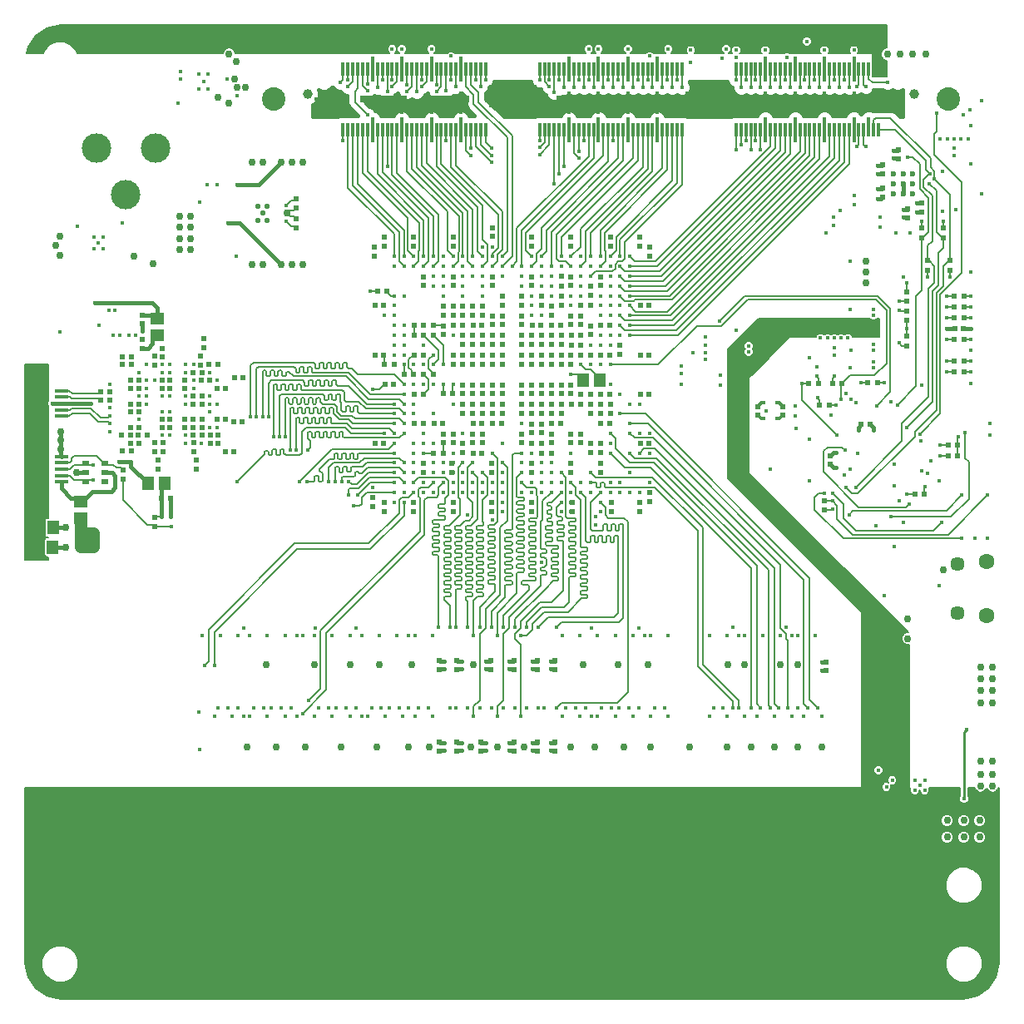
<source format=gbl>
G04 (created by PCBNEW-RS274X (2012-05-21 BZR 3261)-stable) date Tue 07 May 2013 04:43:38 PM PDT*
G01*
G70*
G90*
%MOIN*%
G04 Gerber Fmt 3.4, Leading zero omitted, Abs format*
%FSLAX34Y34*%
G04 APERTURE LIST*
%ADD10C,0.006500*%
%ADD11C,0.017700*%
%ADD12C,0.023600*%
%ADD13R,0.024400X0.022400*%
%ADD14R,0.024400X0.024400*%
%ADD15R,0.047200X0.057100*%
%ADD16R,0.057100X0.047200*%
%ADD17R,0.045300X0.057100*%
%ADD18C,0.118100*%
%ADD19R,0.031500X0.021700*%
%ADD20R,0.022400X0.024400*%
%ADD21C,0.023000*%
%ADD22R,0.026600X0.007900*%
%ADD23R,0.061000X0.015700*%
%ADD24R,0.053100X0.015700*%
%ADD25R,0.074800X0.070900*%
%ADD26R,0.074800X0.090600*%
%ADD27C,0.074800*%
%ADD28R,0.011800X0.057100*%
%ADD29R,0.100000X0.025200*%
%ADD30R,0.185000X0.025200*%
%ADD31C,0.039400*%
%ADD32C,0.094000*%
%ADD33C,0.063000*%
%ADD34C,0.057100*%
%ADD35C,0.030000*%
%ADD36C,0.007000*%
%ADD37C,0.017700*%
%ADD38C,0.011800*%
%ADD39C,0.008000*%
%ADD40C,0.015700*%
%ADD41C,0.010400*%
%ADD42C,0.050000*%
%ADD43C,0.018000*%
G04 APERTURE END LIST*
G54D10*
G54D11*
X67321Y-48150D03*
X67321Y-47756D03*
X67518Y-47953D03*
X67715Y-48150D03*
X67715Y-47756D03*
G54D12*
X67245Y-24252D03*
X66851Y-24252D03*
X66457Y-24252D03*
X67245Y-23858D03*
X66851Y-23858D03*
X66457Y-23858D03*
X67245Y-23464D03*
X66851Y-23464D03*
X66457Y-23464D03*
G54D13*
X36850Y-37213D03*
X36850Y-37591D03*
X35590Y-35701D03*
X35590Y-35323D03*
G54D14*
X35571Y-31102D03*
X35925Y-31102D03*
G54D15*
X54035Y-31732D03*
X54705Y-31732D03*
X37264Y-35866D03*
X36594Y-35866D03*
G54D16*
X36968Y-29271D03*
X36968Y-29941D03*
G54D17*
X32087Y-37638D03*
X32795Y-37638D03*
G54D15*
X32776Y-38425D03*
X32106Y-38425D03*
G54D16*
X33898Y-36594D03*
X33898Y-37264D03*
G54D18*
X36890Y-22441D03*
X34528Y-22441D03*
X35709Y-24291D03*
G54D14*
X62047Y-32776D03*
X62047Y-33130D03*
X61023Y-32776D03*
X61023Y-33130D03*
G54D19*
X34104Y-35807D03*
X34104Y-35433D03*
X34104Y-35059D03*
X34872Y-35059D03*
X34872Y-35433D03*
X34872Y-35807D03*
G54D14*
X69271Y-29646D03*
X68917Y-29646D03*
G54D13*
X42520Y-24835D03*
X42520Y-24457D03*
X42520Y-25244D03*
X42520Y-25622D03*
G54D20*
X65441Y-31811D03*
X65819Y-31811D03*
X68905Y-30945D03*
X69283Y-30945D03*
X68905Y-29213D03*
X69283Y-29213D03*
X68905Y-28779D03*
X69283Y-28779D03*
X68905Y-31378D03*
X69283Y-31378D03*
X68905Y-28346D03*
X69283Y-28346D03*
X69283Y-30079D03*
X68905Y-30079D03*
X68669Y-34764D03*
X69047Y-34764D03*
X67709Y-36299D03*
X67331Y-36299D03*
X68669Y-34331D03*
X69047Y-34331D03*
G54D11*
X34783Y-26456D03*
X34429Y-26456D03*
X34606Y-26220D03*
X34783Y-25984D03*
X34429Y-25984D03*
X38619Y-19468D03*
X39013Y-19468D03*
X38816Y-19763D03*
X38619Y-20058D03*
X39013Y-20058D03*
G54D21*
X41181Y-25039D03*
X41378Y-24744D03*
X40984Y-24744D03*
X40984Y-25334D03*
X41378Y-25334D03*
G54D14*
X54331Y-29901D03*
X54331Y-29547D03*
X50000Y-29114D03*
X50000Y-28760D03*
X52362Y-28720D03*
X52362Y-28366D03*
X63779Y-43012D03*
X63779Y-43366D03*
G54D20*
X53945Y-32283D03*
X54323Y-32283D03*
G54D13*
X54331Y-32685D03*
X54331Y-33063D03*
G54D14*
X52913Y-42973D03*
X52913Y-43327D03*
X52913Y-46240D03*
X52913Y-46594D03*
X52205Y-46240D03*
X52205Y-46594D03*
X51260Y-42973D03*
X51260Y-43327D03*
X51260Y-46240D03*
X51260Y-46594D03*
X50315Y-42973D03*
X50315Y-43327D03*
X49921Y-46240D03*
X49921Y-46594D03*
X48976Y-42973D03*
X48976Y-43327D03*
X48976Y-46240D03*
X48976Y-46594D03*
X48268Y-42973D03*
X48268Y-43327D03*
X48268Y-46240D03*
X48268Y-46594D03*
X52205Y-42973D03*
X52205Y-43327D03*
X47264Y-30709D03*
X47618Y-30709D03*
X45689Y-30709D03*
X46043Y-30709D03*
X48425Y-29547D03*
X48425Y-29901D03*
X47264Y-29527D03*
X47618Y-29527D03*
X45689Y-28740D03*
X46043Y-28740D03*
X45669Y-26398D03*
X45669Y-26752D03*
G54D20*
X48417Y-34646D03*
X48039Y-34646D03*
X45795Y-28150D03*
X46173Y-28150D03*
X47236Y-31496D03*
X46858Y-31496D03*
X47252Y-29921D03*
X47630Y-29921D03*
G54D13*
X48031Y-29535D03*
X48031Y-29913D03*
G54D20*
X46449Y-31102D03*
X46071Y-31102D03*
X48024Y-31496D03*
X47646Y-31496D03*
X48433Y-32244D03*
X48811Y-32244D03*
G54D13*
X63701Y-36543D03*
X63701Y-36921D03*
G54D14*
X45689Y-34252D03*
X46043Y-34252D03*
X47264Y-33465D03*
X47618Y-33465D03*
X48051Y-33465D03*
X48405Y-33465D03*
X47264Y-32283D03*
X47618Y-32283D03*
X46083Y-31890D03*
X46437Y-31890D03*
X45590Y-36437D03*
X45590Y-36791D03*
X49626Y-34646D03*
X49980Y-34646D03*
X50000Y-34232D03*
X50000Y-33878D03*
X52362Y-33838D03*
X52362Y-33484D03*
X55118Y-33051D03*
X55118Y-32697D03*
X54724Y-32697D03*
X54724Y-33051D03*
X51575Y-33878D03*
X51575Y-34232D03*
X52362Y-32264D03*
X52362Y-31910D03*
X53150Y-32264D03*
X53150Y-31910D03*
X49212Y-32697D03*
X49212Y-33051D03*
X50000Y-32697D03*
X50000Y-33051D03*
X50787Y-32697D03*
X50787Y-33051D03*
X51968Y-32697D03*
X51968Y-33051D03*
X52756Y-32697D03*
X52756Y-33051D03*
X49606Y-33051D03*
X49606Y-32697D03*
X52362Y-33051D03*
X52362Y-32697D03*
X53150Y-33051D03*
X53150Y-32697D03*
X50394Y-33051D03*
X50394Y-32697D03*
X49980Y-33465D03*
X49626Y-33465D03*
X50767Y-33465D03*
X50413Y-33465D03*
X52776Y-33465D03*
X53130Y-33465D03*
X48425Y-33878D03*
X48425Y-34232D03*
X53937Y-29154D03*
X53937Y-29508D03*
X48425Y-29114D03*
X48425Y-28760D03*
X53937Y-33878D03*
X53937Y-34232D03*
X48819Y-33878D03*
X48819Y-34232D03*
X53543Y-29154D03*
X53543Y-29508D03*
X48819Y-29114D03*
X48819Y-28760D03*
X53543Y-33878D03*
X53543Y-34232D03*
X51575Y-33051D03*
X51575Y-32697D03*
X35059Y-32539D03*
X34705Y-32539D03*
X35059Y-32185D03*
X34705Y-32185D03*
G54D22*
X33726Y-33050D03*
X33726Y-32853D03*
G54D23*
X33898Y-32656D03*
G54D22*
X33726Y-32459D03*
X33726Y-32262D03*
X34070Y-32262D03*
X34070Y-32459D03*
X34070Y-32853D03*
X34070Y-33050D03*
G54D24*
X33120Y-35806D03*
X33120Y-35550D03*
X33120Y-35294D03*
X33120Y-35038D03*
X33120Y-34782D03*
X33120Y-33168D03*
X33120Y-32912D03*
X33120Y-32656D03*
X33120Y-32400D03*
X33120Y-32144D03*
G54D25*
X32067Y-35747D03*
X32067Y-34841D03*
G54D26*
X32067Y-33818D03*
G54D25*
X32067Y-32735D03*
G54D26*
X32067Y-31711D03*
X32067Y-36770D03*
G54D27*
X32067Y-31770D03*
X32067Y-36711D03*
G54D14*
X55098Y-29527D03*
X54744Y-29527D03*
X56673Y-28740D03*
X56319Y-28740D03*
X56693Y-26398D03*
X56693Y-26752D03*
X53917Y-29921D03*
X53563Y-29921D03*
X55098Y-30709D03*
X54744Y-30709D03*
X56673Y-30709D03*
X56319Y-30709D03*
X51575Y-32264D03*
X51575Y-31910D03*
X50394Y-32264D03*
X50394Y-31910D03*
X49606Y-32264D03*
X49606Y-31910D03*
X53543Y-31910D03*
X53543Y-32264D03*
X52756Y-31910D03*
X52756Y-32264D03*
X51968Y-31910D03*
X51968Y-32264D03*
X50787Y-31910D03*
X50787Y-32264D03*
X50000Y-31910D03*
X50000Y-32264D03*
X66653Y-22854D03*
X66653Y-22500D03*
X67047Y-24862D03*
X67047Y-25216D03*
X66024Y-24036D03*
X66024Y-24390D03*
X66024Y-23445D03*
X66024Y-23091D03*
X67598Y-24626D03*
X67598Y-24980D03*
G54D13*
X67598Y-25638D03*
X67598Y-26016D03*
X68464Y-25638D03*
X68464Y-26016D03*
G54D28*
X65866Y-19255D03*
X65866Y-21689D03*
X65669Y-19255D03*
X65669Y-21689D03*
X65473Y-19255D03*
X65473Y-21689D03*
X65276Y-19255D03*
X65276Y-21689D03*
X65079Y-19255D03*
X65079Y-21689D03*
X64882Y-19255D03*
X64882Y-21689D03*
X64685Y-19255D03*
X64685Y-21689D03*
X64488Y-19255D03*
X64488Y-21689D03*
X64292Y-19255D03*
X64292Y-21689D03*
X64095Y-19255D03*
X64095Y-21689D03*
X63898Y-19255D03*
X63898Y-21689D03*
X63701Y-19255D03*
X63701Y-21689D03*
X63504Y-19255D03*
X63504Y-21689D03*
X63307Y-19255D03*
X63307Y-21689D03*
X63110Y-19255D03*
X63110Y-21689D03*
X62914Y-19255D03*
X62914Y-21689D03*
X62717Y-19255D03*
X62717Y-21689D03*
X62520Y-19255D03*
X62520Y-21689D03*
X62323Y-19255D03*
X62323Y-21689D03*
X62126Y-19255D03*
X62126Y-21689D03*
X61929Y-19255D03*
X61929Y-21689D03*
X61732Y-19255D03*
X61732Y-21689D03*
X61536Y-19255D03*
X61536Y-21689D03*
X61339Y-19255D03*
X61339Y-21689D03*
X61142Y-19255D03*
X61142Y-21689D03*
X60945Y-19255D03*
X60945Y-21689D03*
X60748Y-19255D03*
X60748Y-21689D03*
X60551Y-19255D03*
X60551Y-21689D03*
X60355Y-19255D03*
X60355Y-21689D03*
X60158Y-19255D03*
X60158Y-21689D03*
G54D29*
X66337Y-20472D03*
G54D30*
X64262Y-20472D03*
X61762Y-20472D03*
G54D29*
X59687Y-20472D03*
G54D28*
X57992Y-19255D03*
X57992Y-21689D03*
X57795Y-19255D03*
X57795Y-21689D03*
X57599Y-19255D03*
X57599Y-21689D03*
X57402Y-19255D03*
X57402Y-21689D03*
X57205Y-19255D03*
X57205Y-21689D03*
X57008Y-19255D03*
X57008Y-21689D03*
X56811Y-19255D03*
X56811Y-21689D03*
X56614Y-19255D03*
X56614Y-21689D03*
X56418Y-19255D03*
X56418Y-21689D03*
X56221Y-19255D03*
X56221Y-21689D03*
X56024Y-19255D03*
X56024Y-21689D03*
X55827Y-19255D03*
X55827Y-21689D03*
X55630Y-19255D03*
X55630Y-21689D03*
X55433Y-19255D03*
X55433Y-21689D03*
X55236Y-19255D03*
X55236Y-21689D03*
X55040Y-19255D03*
X55040Y-21689D03*
X54843Y-19255D03*
X54843Y-21689D03*
X54646Y-19255D03*
X54646Y-21689D03*
X54449Y-19255D03*
X54449Y-21689D03*
X54252Y-19255D03*
X54252Y-21689D03*
X54055Y-19255D03*
X54055Y-21689D03*
X53858Y-19255D03*
X53858Y-21689D03*
X53662Y-19255D03*
X53662Y-21689D03*
X53465Y-19255D03*
X53465Y-21689D03*
X53268Y-19255D03*
X53268Y-21689D03*
X53071Y-19255D03*
X53071Y-21689D03*
X52874Y-19255D03*
X52874Y-21689D03*
X52677Y-19255D03*
X52677Y-21689D03*
X52481Y-19255D03*
X52481Y-21689D03*
X52284Y-19255D03*
X52284Y-21689D03*
G54D29*
X58463Y-20472D03*
G54D30*
X56388Y-20472D03*
X53888Y-20472D03*
G54D29*
X51813Y-20472D03*
G54D28*
X50118Y-19255D03*
X50118Y-21689D03*
X49921Y-19255D03*
X49921Y-21689D03*
X49725Y-19255D03*
X49725Y-21689D03*
X49528Y-19255D03*
X49528Y-21689D03*
X49331Y-19255D03*
X49331Y-21689D03*
X49134Y-19255D03*
X49134Y-21689D03*
X48937Y-19255D03*
X48937Y-21689D03*
X48740Y-19255D03*
X48740Y-21689D03*
X48544Y-19255D03*
X48544Y-21689D03*
X48347Y-19255D03*
X48347Y-21689D03*
X48150Y-19255D03*
X48150Y-21689D03*
X47953Y-19255D03*
X47953Y-21689D03*
X47756Y-19255D03*
X47756Y-21689D03*
X47559Y-19255D03*
X47559Y-21689D03*
X47362Y-19255D03*
X47362Y-21689D03*
X47166Y-19255D03*
X47166Y-21689D03*
X46969Y-19255D03*
X46969Y-21689D03*
X46772Y-19255D03*
X46772Y-21689D03*
X46575Y-19255D03*
X46575Y-21689D03*
X46378Y-19255D03*
X46378Y-21689D03*
X46181Y-19255D03*
X46181Y-21689D03*
X45984Y-19255D03*
X45984Y-21689D03*
X45788Y-19255D03*
X45788Y-21689D03*
X45591Y-19255D03*
X45591Y-21689D03*
X45394Y-19255D03*
X45394Y-21689D03*
X45197Y-19255D03*
X45197Y-21689D03*
X45000Y-19255D03*
X45000Y-21689D03*
X44803Y-19255D03*
X44803Y-21689D03*
X44607Y-19255D03*
X44607Y-21689D03*
X44410Y-19255D03*
X44410Y-21689D03*
G54D29*
X50589Y-20472D03*
G54D30*
X48514Y-20472D03*
X46014Y-20472D03*
G54D29*
X43939Y-20472D03*
G54D31*
X67282Y-20271D03*
X42994Y-20271D03*
G54D32*
X68654Y-20472D03*
X41622Y-20472D03*
G54D14*
X49606Y-34232D03*
X49606Y-33878D03*
X47638Y-35413D03*
X47638Y-35059D03*
X48779Y-35413D03*
X48779Y-35059D03*
X50354Y-35413D03*
X50354Y-35059D03*
X46063Y-36988D03*
X46063Y-36634D03*
X47244Y-36988D03*
X47244Y-36634D03*
X48819Y-36988D03*
X48819Y-36634D03*
X50354Y-36988D03*
X50354Y-36634D03*
X49212Y-34626D03*
X49212Y-34272D03*
X52756Y-34232D03*
X52756Y-33878D03*
X51968Y-35413D03*
X51968Y-35059D03*
X53543Y-35413D03*
X53543Y-35059D03*
X54724Y-35413D03*
X54724Y-35059D03*
X51968Y-36988D03*
X51968Y-36634D03*
X53583Y-36988D03*
X53583Y-36634D03*
X55157Y-36988D03*
X55157Y-36634D03*
X56299Y-36988D03*
X56299Y-36634D03*
X51968Y-33838D03*
X51968Y-33484D03*
X56673Y-34252D03*
X56319Y-34252D03*
X56693Y-36594D03*
X56693Y-36240D03*
X55098Y-32283D03*
X54744Y-32283D03*
X56673Y-32283D03*
X56319Y-32283D03*
X53917Y-32677D03*
X53563Y-32677D03*
X55098Y-33465D03*
X54744Y-33465D03*
X48839Y-29527D03*
X49193Y-29527D03*
X49626Y-29527D03*
X49980Y-29527D03*
X51968Y-29941D03*
X51968Y-30295D03*
X52342Y-29527D03*
X51988Y-29527D03*
X53130Y-29527D03*
X52776Y-29527D03*
X49212Y-29941D03*
X49212Y-30295D03*
X50000Y-29941D03*
X50000Y-30295D03*
X50787Y-29941D03*
X50787Y-30295D03*
X52756Y-29941D03*
X52756Y-30295D03*
X53543Y-30728D03*
X53543Y-31082D03*
X49606Y-30295D03*
X49606Y-29941D03*
X50394Y-30295D03*
X50394Y-29941D03*
X51575Y-30295D03*
X51575Y-29941D03*
X52362Y-30295D03*
X52362Y-29941D03*
X53150Y-30295D03*
X53150Y-29941D03*
X49212Y-30728D03*
X49212Y-31082D03*
X50000Y-30728D03*
X50000Y-31082D03*
X50787Y-30728D03*
X50787Y-31082D03*
X51968Y-30728D03*
X51968Y-31082D03*
X52756Y-30728D03*
X52756Y-31082D03*
X48819Y-31082D03*
X48819Y-30728D03*
X49606Y-31082D03*
X49606Y-30728D03*
X50394Y-31082D03*
X50394Y-30728D03*
X51575Y-31082D03*
X51575Y-30728D03*
X52362Y-31082D03*
X52362Y-30728D03*
X53150Y-31082D03*
X53150Y-30728D03*
X49212Y-31910D03*
X49212Y-32264D03*
G54D13*
X54724Y-34260D03*
X54724Y-34638D03*
X54331Y-34260D03*
X54331Y-34638D03*
G54D20*
X52748Y-34646D03*
X52370Y-34646D03*
X52354Y-34252D03*
X51976Y-34252D03*
G54D13*
X53150Y-27945D03*
X53150Y-27567D03*
X53150Y-28354D03*
X53150Y-28732D03*
G54D14*
X51968Y-26004D03*
X51968Y-26358D03*
X51575Y-29154D03*
X51575Y-29508D03*
X52756Y-28760D03*
X52756Y-29114D03*
X54724Y-27579D03*
X54724Y-27933D03*
X53543Y-27579D03*
X53543Y-27933D03*
X51968Y-27579D03*
X51968Y-27933D03*
X56299Y-26004D03*
X56299Y-26358D03*
X55118Y-26004D03*
X55118Y-26358D03*
X53543Y-26004D03*
X53543Y-26358D03*
X46063Y-26004D03*
X46063Y-26358D03*
X50394Y-29154D03*
X50394Y-29508D03*
X49606Y-28760D03*
X49606Y-29114D03*
X50394Y-27579D03*
X50394Y-27933D03*
X48819Y-27579D03*
X48819Y-27933D03*
X47638Y-27579D03*
X47638Y-27933D03*
X50394Y-25964D03*
X50394Y-25610D03*
X48819Y-26004D03*
X48819Y-26358D03*
X47244Y-26004D03*
X47244Y-26358D03*
X36378Y-30452D03*
X36378Y-30098D03*
X38701Y-30768D03*
X38701Y-31122D03*
X37165Y-30453D03*
X37165Y-30807D03*
X39704Y-33307D03*
X39350Y-33307D03*
X39704Y-32047D03*
X39350Y-32047D03*
X36850Y-34232D03*
X36850Y-34586D03*
X38819Y-30413D03*
X38819Y-30059D03*
X40020Y-33386D03*
X40374Y-33386D03*
X36240Y-33622D03*
X35886Y-33622D03*
X38543Y-34941D03*
X38543Y-35295D03*
X38425Y-34586D03*
X38425Y-34232D03*
X39094Y-34271D03*
X39094Y-33917D03*
X37205Y-34232D03*
X37205Y-34586D03*
X35571Y-30787D03*
X35925Y-30787D03*
X35925Y-34567D03*
X35571Y-34567D03*
X36555Y-33937D03*
X36201Y-33937D03*
X36240Y-34252D03*
X35886Y-34252D03*
X35905Y-31713D03*
X35905Y-32067D03*
X35886Y-32677D03*
X36240Y-32677D03*
X35886Y-32992D03*
X36240Y-32992D03*
X35886Y-33937D03*
X35532Y-33937D03*
X38760Y-33307D03*
X38406Y-33307D03*
X39389Y-31102D03*
X39035Y-31102D03*
X37480Y-33641D03*
X37480Y-33287D03*
X37165Y-31713D03*
X37165Y-32067D03*
X38071Y-31713D03*
X38071Y-32067D03*
X37165Y-33641D03*
X37165Y-33287D03*
X39409Y-34271D03*
X39409Y-33917D03*
X38760Y-32362D03*
X38406Y-32362D03*
X38406Y-31417D03*
X38760Y-31417D03*
X38760Y-32677D03*
X38406Y-32677D03*
X38760Y-33622D03*
X38406Y-33622D03*
X39685Y-34586D03*
X40039Y-34586D03*
X38760Y-33937D03*
X38406Y-33937D03*
X38071Y-33641D03*
X38071Y-33287D03*
X39075Y-31732D03*
X38721Y-31732D03*
X37480Y-31713D03*
X37480Y-32067D03*
X37008Y-34941D03*
X37008Y-35295D03*
X36850Y-30768D03*
X36850Y-31122D03*
X36220Y-31713D03*
X36220Y-32067D03*
X40059Y-31614D03*
X40413Y-31614D03*
X37146Y-36457D03*
X37500Y-36457D03*
X36378Y-29114D03*
X36378Y-29468D03*
G54D13*
X51575Y-28354D03*
X51575Y-28732D03*
X67008Y-29323D03*
X67008Y-28945D03*
X67008Y-29968D03*
X67008Y-30346D03*
G54D20*
X63457Y-31850D03*
X63079Y-31850D03*
X64023Y-31850D03*
X64401Y-31850D03*
X63512Y-32716D03*
X63890Y-32716D03*
G54D13*
X49212Y-28748D03*
X49212Y-29126D03*
X50787Y-28354D03*
X50787Y-28732D03*
G54D20*
X54323Y-30709D03*
X53945Y-30709D03*
G54D13*
X55512Y-30323D03*
X55512Y-30701D03*
G54D20*
X53945Y-28740D03*
X54323Y-28740D03*
G54D13*
X67008Y-28575D03*
X67008Y-28197D03*
X68740Y-27315D03*
X68740Y-26937D03*
X67835Y-27315D03*
X67835Y-26937D03*
G54D14*
X63937Y-35098D03*
X63937Y-34744D03*
X65177Y-33504D03*
X65531Y-33504D03*
X54331Y-28327D03*
X54331Y-27973D03*
X50787Y-29154D03*
X50787Y-29508D03*
X53917Y-30315D03*
X53563Y-30315D03*
G54D33*
X70197Y-41161D03*
X70197Y-38995D03*
G54D34*
X69027Y-41057D03*
X69027Y-39099D03*
G54D11*
X67008Y-33622D03*
X67913Y-23858D03*
X66614Y-32716D03*
X67047Y-22795D03*
X66220Y-19803D03*
X65000Y-22362D03*
X65000Y-19961D03*
X65354Y-22362D03*
X65354Y-19961D03*
X65945Y-25590D03*
X65945Y-25197D03*
X65827Y-24055D03*
X66850Y-24882D03*
X50394Y-35827D03*
X50354Y-44842D03*
X50354Y-41614D03*
X51575Y-34646D03*
X50394Y-34646D03*
X49882Y-41614D03*
X51772Y-44842D03*
X50787Y-35433D03*
X53150Y-35433D03*
X51772Y-41614D03*
X49409Y-37126D03*
X48701Y-44842D03*
X52362Y-35039D03*
X52244Y-44842D03*
X51968Y-35827D03*
X52480Y-44842D03*
X50590Y-45197D03*
X52756Y-36220D03*
X51575Y-35433D03*
X50590Y-41968D03*
X50787Y-36220D03*
X50827Y-44842D03*
X50827Y-41614D03*
X51575Y-35827D03*
X51299Y-44842D03*
X50787Y-35827D03*
X53150Y-36614D03*
X51535Y-45197D03*
X53150Y-36220D03*
X51299Y-41614D03*
X53543Y-35827D03*
X51535Y-41968D03*
X49646Y-41968D03*
X50000Y-35433D03*
X50394Y-37323D03*
X49882Y-44842D03*
X52244Y-41614D03*
X53937Y-36220D03*
X49606Y-35039D03*
X48937Y-41614D03*
X54331Y-35827D03*
X60039Y-44842D03*
X42795Y-45079D03*
X48425Y-35827D03*
X60275Y-44842D03*
X54331Y-35433D03*
X48031Y-35827D03*
X43031Y-44567D03*
X52953Y-41614D03*
X54724Y-36220D03*
X54724Y-36614D03*
X52953Y-44842D03*
X62638Y-44842D03*
X56693Y-34646D03*
X55118Y-34646D03*
X60748Y-44842D03*
X56260Y-44842D03*
X55512Y-36220D03*
X54370Y-41653D03*
X53150Y-37008D03*
X51575Y-35039D03*
X47047Y-44842D03*
X48425Y-36220D03*
X44921Y-41653D03*
X48819Y-34646D03*
X42323Y-44842D03*
X47638Y-35827D03*
X40433Y-41653D03*
X61535Y-44842D03*
X55905Y-34646D03*
X61142Y-44842D03*
X55118Y-33858D03*
X55905Y-35433D03*
X59646Y-44842D03*
X56693Y-35827D03*
X59252Y-44842D03*
X54331Y-36220D03*
X54527Y-37205D03*
X54527Y-37520D03*
X53937Y-35827D03*
X57283Y-44842D03*
X55512Y-35827D03*
X55118Y-35827D03*
X56890Y-44842D03*
X53543Y-36220D03*
X55866Y-44842D03*
X52756Y-35433D03*
X55472Y-44842D03*
X55118Y-36220D03*
X55157Y-44842D03*
X54764Y-44842D03*
X54724Y-37008D03*
X53150Y-35827D03*
X53740Y-44842D03*
X53346Y-44842D03*
X52362Y-35433D03*
X47835Y-44842D03*
X52362Y-35827D03*
X47441Y-44842D03*
X51968Y-36220D03*
X46653Y-44842D03*
X51575Y-36220D03*
X46260Y-44842D03*
X51968Y-34646D03*
X55512Y-33071D03*
X63425Y-44842D03*
X50000Y-35827D03*
X45945Y-44842D03*
X45551Y-44842D03*
X49606Y-35827D03*
X48819Y-35827D03*
X44527Y-44842D03*
X44134Y-44842D03*
X49212Y-36220D03*
X55905Y-33465D03*
X63031Y-44842D03*
X43819Y-44842D03*
X48819Y-36220D03*
X49212Y-35433D03*
X43425Y-44842D03*
X41929Y-44842D03*
X48425Y-35039D03*
X41535Y-44842D03*
X48031Y-36220D03*
X62244Y-44842D03*
X55905Y-33858D03*
X41220Y-44842D03*
X48425Y-35433D03*
X47638Y-36220D03*
X40827Y-44842D03*
X46850Y-36220D03*
X39803Y-44842D03*
X46457Y-36614D03*
X39409Y-44842D03*
X56299Y-34646D03*
X61850Y-44842D03*
X55512Y-32283D03*
X62165Y-41614D03*
X56299Y-36220D03*
X60039Y-41614D03*
X56260Y-41653D03*
X55905Y-36220D03*
X52756Y-35827D03*
X54134Y-44842D03*
X52362Y-39016D03*
X52362Y-36220D03*
X44921Y-44842D03*
X49606Y-36220D03*
X49212Y-35827D03*
X43307Y-41653D03*
X48031Y-35433D03*
X40197Y-44842D03*
X50000Y-36220D03*
X48937Y-44842D03*
X47244Y-35827D03*
X48228Y-41614D03*
X50787Y-35039D03*
X49646Y-45197D03*
X50394Y-36220D03*
X49409Y-44842D03*
X48701Y-41614D03*
X49212Y-35039D03*
X53543Y-34646D03*
X54331Y-32677D03*
X50000Y-34646D03*
X55118Y-32677D03*
X54331Y-32283D03*
X55118Y-31890D03*
X51575Y-34252D03*
X55118Y-34252D03*
X50000Y-34252D03*
X50787Y-34252D03*
X52756Y-35039D03*
X49212Y-33858D03*
X63583Y-43031D03*
X52362Y-33858D03*
X54724Y-32677D03*
X49606Y-35433D03*
X49409Y-41614D03*
X48031Y-30709D03*
X46457Y-31102D03*
X47638Y-30315D03*
X64173Y-32716D03*
X47244Y-31102D03*
X70236Y-36339D03*
X64016Y-36575D03*
X69212Y-36339D03*
X64685Y-37126D03*
X48031Y-31102D03*
X61378Y-32953D03*
X47638Y-31102D03*
X64724Y-35276D03*
X68307Y-35748D03*
X48425Y-31102D03*
X48425Y-31890D03*
X46850Y-31102D03*
X38425Y-31732D03*
X46457Y-30709D03*
X38110Y-31417D03*
X46850Y-29527D03*
X39370Y-31732D03*
X46850Y-30315D03*
X46457Y-29527D03*
X37480Y-31417D03*
X37165Y-31102D03*
X46457Y-28740D03*
X36535Y-31102D03*
X46850Y-28346D03*
X46457Y-30315D03*
X39055Y-31417D03*
X38425Y-31102D03*
X46850Y-29921D03*
X38110Y-31102D03*
X46457Y-29921D03*
X37480Y-31102D03*
X46457Y-29134D03*
X55905Y-32677D03*
X64882Y-24685D03*
X50787Y-37008D03*
X67126Y-25827D03*
X56693Y-33858D03*
X64882Y-24331D03*
X56299Y-32677D03*
X50787Y-36614D03*
X56299Y-33858D03*
X66575Y-25827D03*
X66378Y-32598D03*
X64567Y-32244D03*
X62795Y-31850D03*
X64212Y-33937D03*
X54331Y-27559D03*
X57992Y-20000D03*
X54331Y-26772D03*
X56811Y-20000D03*
X53937Y-27165D03*
X56614Y-19685D03*
X53543Y-26772D03*
X56417Y-20000D03*
X53150Y-26772D03*
X56220Y-19685D03*
X53543Y-27165D03*
X56024Y-20000D03*
X55512Y-26772D03*
X52756Y-27165D03*
X55630Y-20000D03*
X52362Y-26772D03*
X55433Y-19685D03*
X53937Y-28346D03*
X55236Y-22126D03*
X54331Y-27165D03*
X55236Y-20001D03*
X51968Y-27165D03*
X55039Y-19685D03*
X51968Y-26772D03*
X54842Y-20000D03*
X57795Y-19685D03*
X51575Y-27165D03*
X54449Y-20000D03*
X51181Y-27165D03*
X54252Y-19685D03*
X53543Y-28346D03*
X54055Y-22126D03*
X52756Y-27559D03*
X54055Y-20000D03*
X53858Y-22559D03*
X53150Y-27165D03*
X53858Y-19685D03*
X53937Y-26772D03*
X53858Y-22835D03*
X53661Y-20000D03*
X55118Y-26772D03*
X53937Y-27953D03*
X53268Y-23150D03*
X53268Y-20000D03*
X52362Y-27165D03*
X53071Y-23465D03*
X53937Y-27559D03*
X52362Y-27953D03*
X53071Y-19685D03*
X52362Y-29134D03*
X52874Y-23858D03*
X52874Y-20197D03*
X52756Y-28346D03*
X51968Y-28740D03*
X52283Y-22677D03*
X52677Y-19685D03*
X51575Y-27953D03*
X52283Y-22402D03*
X51968Y-29134D03*
X52677Y-19961D03*
X51968Y-28346D03*
X57598Y-20000D03*
X52283Y-22126D03*
X52362Y-27559D03*
X51575Y-27559D03*
X52283Y-19685D03*
X54724Y-27165D03*
X57401Y-19685D03*
X54724Y-26772D03*
X57205Y-20000D03*
X47953Y-18465D03*
X61338Y-18504D03*
X55827Y-18465D03*
X57441Y-18465D03*
X52362Y-28346D03*
X54331Y-28740D03*
X51575Y-28346D03*
X54331Y-28346D03*
X52756Y-27953D03*
X50354Y-22441D03*
X48425Y-27559D03*
X50000Y-27953D03*
X50118Y-19685D03*
X50394Y-27165D03*
X48937Y-19961D03*
X49212Y-27953D03*
X50394Y-26772D03*
X49212Y-27165D03*
X48740Y-19685D03*
X49212Y-28346D03*
X48543Y-22126D03*
X48543Y-20118D03*
X48425Y-27165D03*
X50000Y-27165D03*
X48031Y-27953D03*
X48149Y-20157D03*
X50000Y-26772D03*
X48425Y-27953D03*
X48150Y-19882D03*
X50354Y-22716D03*
X49606Y-27559D03*
X49606Y-26772D03*
X47559Y-19961D03*
X49606Y-27165D03*
X47559Y-19685D03*
X49212Y-26772D03*
X47362Y-20157D03*
X48819Y-27165D03*
X46968Y-20158D03*
X48819Y-26772D03*
X46968Y-19882D03*
X49921Y-19961D03*
X50000Y-27559D03*
X48031Y-27165D03*
X46378Y-19961D03*
X48031Y-26772D03*
X46378Y-19685D03*
X46181Y-23150D03*
X48425Y-28346D03*
X46181Y-20157D03*
X47638Y-27165D03*
X45984Y-19685D03*
X47638Y-26772D03*
X45787Y-20000D03*
X50787Y-27559D03*
X50354Y-22993D03*
X47244Y-27165D03*
X45394Y-19842D03*
X47244Y-26772D03*
X45394Y-20118D03*
X46850Y-26772D03*
X45394Y-21102D03*
X46850Y-27165D03*
X44606Y-19961D03*
X46457Y-26772D03*
X44606Y-19685D03*
X49724Y-19685D03*
X48425Y-26772D03*
X44409Y-22126D03*
X44291Y-19803D03*
X49527Y-22441D03*
X48031Y-27559D03*
X50787Y-27165D03*
X49527Y-22716D03*
X49212Y-27559D03*
X50787Y-26772D03*
X49212Y-28740D03*
X50000Y-28346D03*
X50787Y-29134D03*
X50787Y-28740D03*
X50000Y-28740D03*
X55905Y-29921D03*
X64685Y-20000D03*
X54724Y-30315D03*
X55905Y-28740D03*
X63504Y-20000D03*
X55118Y-30315D03*
X55512Y-28346D03*
X63307Y-19685D03*
X55512Y-29921D03*
X55905Y-28346D03*
X55118Y-29921D03*
X63110Y-20000D03*
X55512Y-27953D03*
X55118Y-29134D03*
X62913Y-19685D03*
X55905Y-27953D03*
X62716Y-20000D03*
X55512Y-28740D03*
X55512Y-29527D03*
X55512Y-27559D03*
X55118Y-28740D03*
X62323Y-20000D03*
X55905Y-27559D03*
X55118Y-28346D03*
X62126Y-19685D03*
X55512Y-27165D03*
X61929Y-20000D03*
X55118Y-27953D03*
X55905Y-27165D03*
X61732Y-19685D03*
X55118Y-27559D03*
X55905Y-26772D03*
X55118Y-27165D03*
X61535Y-20000D03*
X64488Y-19685D03*
X54724Y-29921D03*
X61142Y-22480D03*
X61142Y-20000D03*
X60945Y-22126D03*
X60945Y-19685D03*
X60748Y-22480D03*
X60748Y-20000D03*
X60551Y-22126D03*
X60551Y-19685D03*
X60354Y-22283D03*
X60354Y-20000D03*
X55905Y-29527D03*
X60157Y-22480D03*
X60157Y-19685D03*
X54724Y-29134D03*
X64291Y-20000D03*
X55512Y-29134D03*
X64094Y-19685D03*
X54724Y-28740D03*
X55905Y-29134D03*
X63898Y-20000D03*
X54724Y-28346D03*
X64370Y-32480D03*
X55118Y-31102D03*
X53937Y-30315D03*
X55512Y-30315D03*
X53937Y-30709D03*
X54331Y-29527D03*
X53543Y-33858D03*
X53937Y-31102D03*
X53543Y-29134D03*
X48819Y-33858D03*
X48819Y-29134D03*
X39055Y-32677D03*
X48031Y-31890D03*
X39370Y-32677D03*
X47244Y-31890D03*
X36535Y-32677D03*
X47244Y-34646D03*
X36535Y-32362D03*
X47638Y-34646D03*
X40945Y-33189D03*
X46850Y-32283D03*
X41417Y-33189D03*
X46457Y-32677D03*
X43819Y-35787D03*
X46850Y-35039D03*
X42677Y-35787D03*
X46457Y-34252D03*
X46457Y-35433D03*
X44645Y-35787D03*
X44646Y-36339D03*
X46850Y-35827D03*
X46457Y-36220D03*
X44842Y-36772D03*
X46457Y-35827D03*
X45000Y-36339D03*
X41181Y-33189D03*
X46850Y-32677D03*
X41614Y-33976D03*
X46850Y-33071D03*
X46457Y-33071D03*
X41850Y-33976D03*
X42087Y-33976D03*
X46850Y-33465D03*
X42283Y-34527D03*
X46457Y-33465D03*
X42992Y-34527D03*
X46850Y-33858D03*
X46457Y-33858D03*
X42520Y-34527D03*
X42953Y-35787D03*
X46457Y-34646D03*
X46850Y-35433D03*
X44369Y-35787D03*
X44094Y-35787D03*
X46457Y-35039D03*
X47638Y-31890D03*
X39055Y-32992D03*
X47244Y-35039D03*
X37480Y-33937D03*
X38740Y-34252D03*
X48031Y-33071D03*
X47638Y-33858D03*
X38110Y-34252D03*
X47638Y-34252D03*
X38110Y-33937D03*
X47244Y-32677D03*
X39055Y-33622D03*
X46850Y-31890D03*
X40709Y-33189D03*
X47244Y-34252D03*
X36850Y-31732D03*
X36535Y-32047D03*
X48031Y-34252D03*
X65039Y-34646D03*
X64882Y-18504D03*
X59606Y-18819D03*
X47244Y-36220D03*
X64567Y-36024D03*
X38858Y-43150D03*
X68111Y-23661D03*
X46850Y-36614D03*
X39252Y-43150D03*
X64961Y-36024D03*
X67914Y-23465D03*
X62520Y-22126D03*
X62520Y-21260D03*
X56693Y-30709D03*
X64882Y-22126D03*
X54331Y-29921D03*
X53937Y-29921D03*
X60157Y-18504D03*
X56693Y-26378D03*
X56693Y-28740D03*
X55118Y-29527D03*
X63701Y-21260D03*
X64882Y-21260D03*
X63701Y-22126D03*
X60157Y-18779D03*
X55512Y-30709D03*
X61338Y-22126D03*
X55118Y-30709D03*
X61338Y-21260D03*
X55827Y-21260D03*
X54646Y-21260D03*
X52756Y-28740D03*
X53150Y-28740D03*
X54646Y-18465D03*
X51968Y-27559D03*
X55827Y-22126D03*
X53464Y-22126D03*
X53543Y-27559D03*
X54724Y-27559D03*
X56299Y-25984D03*
X52362Y-28740D03*
X53543Y-25984D03*
X53464Y-19685D03*
X57008Y-19685D03*
X53464Y-18819D03*
X55827Y-18819D03*
X57008Y-18819D03*
X55827Y-19685D03*
X55118Y-25984D03*
X51968Y-25984D03*
X57008Y-22126D03*
X51575Y-29134D03*
X54646Y-19685D03*
X53464Y-21260D03*
X54646Y-18819D03*
X51575Y-28740D03*
X54646Y-22126D03*
X57008Y-21260D03*
X50394Y-27559D03*
X49134Y-21260D03*
X50394Y-25984D03*
X46772Y-18819D03*
X47953Y-21260D03*
X48819Y-27559D03*
X49134Y-22126D03*
X50787Y-28346D03*
X48819Y-25984D03*
X46063Y-25984D03*
X46772Y-22126D03*
X47953Y-22126D03*
X50000Y-29134D03*
X47953Y-19685D03*
X50394Y-29134D03*
X46772Y-21260D03*
X46772Y-18465D03*
X47953Y-18819D03*
X47244Y-25984D03*
X45590Y-18819D03*
X45590Y-21260D03*
X46772Y-19685D03*
X45590Y-19685D03*
X49134Y-18819D03*
X49134Y-19685D03*
X47638Y-27559D03*
X45590Y-22126D03*
X49606Y-28740D03*
X63701Y-19685D03*
X64882Y-18819D03*
X63701Y-18504D03*
X61338Y-18819D03*
X62520Y-19685D03*
X61338Y-19685D03*
X63701Y-18819D03*
X62520Y-18819D03*
X64882Y-19685D03*
X37913Y-19370D03*
X68346Y-34764D03*
X65748Y-37559D03*
X38661Y-46535D03*
X69331Y-33819D03*
X38622Y-45039D03*
X66378Y-37205D03*
X66496Y-35079D03*
X62519Y-32757D03*
X66496Y-35945D03*
X62519Y-33150D03*
X64527Y-34527D03*
X67087Y-36693D03*
X66693Y-28937D03*
X68386Y-37441D03*
X64016Y-36260D03*
X64488Y-35512D03*
X69567Y-28779D03*
X66102Y-31811D03*
X67835Y-35472D03*
X69567Y-30945D03*
X67598Y-35354D03*
X69567Y-29213D03*
X69567Y-30079D03*
X67953Y-34961D03*
X66693Y-28543D03*
X66693Y-30236D03*
X69212Y-38071D03*
X63701Y-36260D03*
X67559Y-34173D03*
X35551Y-25433D03*
X33779Y-25551D03*
X68346Y-34331D03*
X66417Y-47756D03*
X67008Y-36299D03*
X38661Y-24606D03*
X63976Y-33110D03*
X64961Y-32638D03*
X42126Y-25354D03*
X64764Y-32480D03*
X42126Y-24724D03*
X66693Y-36575D03*
X66181Y-48031D03*
X59488Y-29370D03*
X65787Y-32756D03*
X68189Y-21024D03*
X67520Y-33898D03*
X34409Y-35728D03*
X34409Y-35138D03*
X37165Y-33937D03*
X47244Y-35433D03*
X37165Y-31417D03*
X46457Y-28346D03*
X40158Y-35787D03*
X46063Y-33858D03*
X46850Y-30709D03*
X39055Y-32362D03*
X39370Y-33622D03*
X47244Y-33071D03*
X35079Y-33150D03*
X35079Y-33465D03*
X35079Y-32205D03*
X35079Y-32520D03*
X35197Y-29921D03*
X35472Y-29921D03*
X35905Y-31732D03*
X35905Y-32677D03*
X35905Y-33937D03*
X36220Y-34252D03*
X35590Y-31102D03*
X35905Y-32992D03*
X36535Y-33937D03*
X35669Y-35000D03*
X35905Y-35000D03*
X35905Y-34567D03*
X37165Y-34252D03*
X35590Y-30787D03*
X35433Y-35000D03*
X36378Y-30433D03*
X39055Y-31102D03*
G54D35*
X33740Y-35433D03*
G54D11*
X68622Y-22047D03*
X50315Y-20236D03*
X52756Y-29134D03*
X59961Y-20236D03*
X54724Y-33465D03*
X54606Y-41968D03*
X35590Y-34567D03*
G54D35*
X70433Y-47992D03*
G54D11*
X36220Y-32047D03*
G54D35*
X69921Y-50039D03*
G54D11*
X53937Y-34252D03*
X45157Y-45197D03*
X52362Y-29921D03*
X52362Y-30709D03*
X38110Y-32677D03*
X59803Y-45197D03*
X62520Y-20709D03*
X49606Y-29921D03*
G54D35*
X40147Y-18966D03*
G54D11*
X66063Y-20709D03*
X49606Y-33858D03*
X54331Y-30315D03*
G54D35*
X42165Y-25039D03*
G54D11*
X47638Y-29527D03*
X48819Y-28740D03*
X36220Y-32677D03*
X58819Y-19961D03*
X49212Y-34252D03*
X48819Y-29921D03*
X66850Y-27598D03*
X37913Y-19646D03*
G54D35*
X68622Y-49370D03*
G54D11*
X49173Y-43307D03*
X50787Y-29527D03*
X64724Y-31220D03*
X64331Y-24921D03*
X49606Y-32677D03*
X50000Y-29527D03*
X53543Y-29527D03*
X51575Y-29921D03*
X44212Y-20709D03*
X52756Y-32283D03*
X56299Y-34252D03*
X38425Y-33622D03*
X69527Y-20905D03*
X38110Y-33307D03*
X51575Y-33465D03*
X37480Y-32047D03*
X54606Y-45197D03*
X49134Y-20984D03*
X43622Y-20236D03*
X63110Y-30827D03*
X43268Y-41968D03*
X51968Y-31102D03*
X60512Y-41968D03*
X37480Y-32362D03*
X52756Y-33858D03*
X49134Y-20709D03*
X64094Y-30039D03*
X54331Y-27953D03*
X47244Y-36614D03*
G54D35*
X69291Y-49370D03*
G54D11*
X34646Y-29527D03*
X61338Y-20236D03*
X65669Y-28898D03*
X53898Y-41968D03*
X54331Y-33071D03*
X53150Y-31890D03*
X61338Y-20709D03*
X61259Y-32638D03*
X67598Y-31929D03*
X53464Y-20984D03*
X68327Y-22047D03*
X38425Y-33937D03*
X66693Y-20709D03*
X68425Y-24961D03*
X53150Y-29921D03*
X54646Y-20709D03*
G54D35*
X33110Y-33779D03*
X36811Y-27047D03*
G54D11*
X53543Y-31102D03*
X52756Y-33071D03*
X37480Y-32992D03*
X38425Y-32362D03*
X37500Y-36968D03*
X35079Y-31890D03*
X51968Y-35039D03*
X56024Y-41968D03*
X66851Y-23858D03*
X36378Y-30118D03*
X54331Y-31102D03*
X55315Y-45197D03*
X51968Y-32283D03*
X57441Y-41968D03*
X55827Y-20984D03*
G54D35*
X39842Y-18661D03*
X69921Y-49370D03*
G54D11*
X52716Y-43307D03*
X64370Y-30039D03*
X66850Y-37441D03*
X47953Y-20709D03*
X54331Y-30709D03*
X50315Y-19961D03*
X68425Y-23346D03*
X54724Y-32283D03*
X35079Y-32835D03*
X48819Y-27953D03*
X46457Y-27165D03*
X38425Y-33307D03*
X44685Y-41968D03*
X58189Y-20236D03*
G54D35*
X38307Y-26063D03*
X70433Y-47008D03*
G54D11*
X50394Y-26378D03*
X36220Y-33307D03*
X59331Y-19961D03*
X63779Y-25827D03*
X50000Y-31102D03*
X47244Y-26378D03*
X66850Y-25197D03*
X57441Y-45197D03*
X60157Y-29724D03*
X47638Y-27953D03*
X47992Y-45197D03*
X48425Y-33465D03*
X53937Y-28740D03*
X47953Y-20984D03*
X56299Y-30709D03*
X43976Y-41968D03*
G54D35*
X69291Y-50039D03*
G54D11*
X49212Y-29527D03*
X48464Y-46575D03*
X39055Y-33937D03*
G54D35*
X69961Y-47008D03*
G54D11*
X36535Y-31732D03*
X48425Y-29921D03*
X50394Y-25590D03*
X50000Y-33071D03*
X39252Y-45197D03*
X62520Y-20236D03*
X56299Y-28740D03*
X48819Y-26378D03*
X58937Y-30000D03*
X51063Y-43307D03*
X62638Y-41968D03*
X56732Y-41968D03*
X56299Y-32283D03*
X47638Y-30709D03*
X60669Y-30354D03*
X62559Y-33661D03*
X63110Y-35748D03*
X52756Y-31102D03*
X63346Y-41968D03*
X56496Y-41968D03*
X52756Y-30315D03*
X51063Y-46575D03*
X64172Y-34626D03*
X35039Y-28937D03*
X46063Y-28740D03*
X34291Y-32657D03*
X50118Y-46575D03*
X36850Y-31102D03*
G54D35*
X33307Y-37638D03*
G54D11*
X48425Y-34252D03*
G54D35*
X39409Y-20394D03*
G54D11*
X70315Y-33465D03*
X48819Y-34252D03*
X52716Y-46575D03*
X37500Y-37205D03*
G54D35*
X33307Y-38425D03*
G54D11*
X63583Y-43346D03*
X35551Y-33937D03*
X38425Y-34252D03*
X51457Y-20709D03*
X41378Y-45197D03*
X48819Y-31890D03*
X59527Y-31535D03*
X35079Y-33779D03*
X40020Y-34587D03*
X53543Y-30315D03*
X46378Y-18465D03*
G54D35*
X36024Y-26772D03*
G54D11*
X50394Y-35039D03*
X59094Y-45197D03*
X38816Y-19763D03*
X64882Y-20709D03*
X67518Y-47953D03*
X51575Y-32677D03*
G54D35*
X39842Y-20630D03*
G54D11*
X68898Y-22047D03*
X42795Y-41968D03*
X69173Y-22047D03*
X38819Y-30079D03*
X37795Y-20630D03*
X46811Y-45197D03*
X35905Y-30787D03*
X56299Y-26378D03*
X52008Y-46575D03*
X55118Y-36614D03*
X61220Y-41968D03*
X53543Y-35039D03*
X40118Y-26772D03*
X58189Y-20984D03*
X47283Y-45197D03*
X58819Y-20236D03*
X65669Y-31220D03*
X53543Y-28740D03*
X40197Y-41968D03*
X66693Y-20236D03*
X63110Y-34094D03*
X52362Y-32677D03*
X37165Y-32992D03*
X65650Y-33740D03*
X46063Y-34252D03*
X56693Y-36220D03*
X37165Y-34567D03*
X59803Y-41968D03*
X59331Y-20236D03*
X39370Y-32047D03*
X66457Y-22520D03*
X53543Y-29921D03*
X39370Y-33937D03*
X40394Y-31614D03*
X49606Y-31890D03*
G54D35*
X70433Y-47520D03*
G54D11*
X70000Y-20512D03*
X59331Y-20984D03*
X42087Y-45197D03*
X46575Y-41968D03*
X61929Y-41968D03*
X53464Y-20709D03*
X37165Y-32362D03*
X53150Y-27953D03*
X49606Y-33465D03*
X68583Y-29646D03*
X33484Y-32657D03*
X47638Y-32283D03*
X53464Y-20236D03*
X37165Y-32047D03*
X53189Y-41968D03*
X38740Y-31102D03*
G54D35*
X38307Y-26496D03*
G54D11*
X38740Y-31417D03*
X38110Y-32047D03*
X59094Y-41968D03*
X43346Y-20472D03*
X61693Y-45197D03*
X45669Y-26772D03*
G54D35*
X40748Y-27087D03*
G54D11*
X40669Y-41968D03*
X39370Y-33307D03*
X50945Y-19961D03*
X49173Y-46575D03*
X58937Y-30315D03*
X68583Y-30079D03*
G54D35*
X33110Y-34134D03*
G54D11*
X59961Y-20709D03*
X48425Y-28740D03*
X61535Y-35276D03*
X43268Y-45197D03*
X52087Y-20709D03*
X56732Y-45197D03*
X40354Y-33386D03*
X64724Y-26968D03*
X46772Y-20984D03*
G54D35*
X69961Y-47992D03*
G54D11*
X46102Y-45197D03*
X60984Y-45197D03*
X38976Y-23898D03*
X70000Y-24252D03*
X64724Y-28898D03*
X62401Y-41968D03*
G54D35*
X67047Y-41299D03*
G54D11*
X49606Y-30709D03*
X58346Y-18504D03*
X64016Y-36890D03*
X43976Y-45197D03*
X38425Y-32677D03*
X54370Y-45197D03*
X34606Y-26220D03*
X49212Y-31102D03*
X57008Y-20236D03*
X39370Y-23898D03*
X36220Y-31417D03*
X39488Y-41968D03*
X61810Y-32638D03*
X69449Y-22047D03*
X35905Y-34252D03*
X40433Y-45197D03*
X45590Y-36772D03*
X54724Y-31102D03*
X51968Y-29527D03*
X50394Y-30709D03*
X35905Y-33622D03*
X51457Y-20236D03*
X54646Y-20984D03*
X50315Y-20709D03*
X50945Y-20236D03*
X50394Y-29921D03*
X52362Y-31890D03*
X37165Y-33307D03*
X69567Y-27382D03*
X53937Y-29527D03*
X53150Y-32677D03*
X36220Y-33937D03*
X65827Y-24449D03*
X46772Y-20709D03*
X51575Y-30709D03*
X36850Y-34567D03*
X62401Y-45197D03*
G54D35*
X67047Y-42087D03*
G54D11*
X35905Y-32047D03*
X51457Y-20984D03*
X43622Y-20709D03*
X60275Y-41968D03*
X59331Y-20709D03*
X65866Y-47362D03*
X50394Y-29527D03*
X56693Y-26772D03*
X44212Y-20984D03*
X62992Y-18150D03*
X51457Y-19961D03*
X56299Y-36614D03*
X52087Y-19961D03*
X36220Y-32992D03*
X63543Y-30039D03*
X45157Y-41968D03*
X47638Y-35039D03*
X54724Y-35039D03*
X38425Y-32047D03*
X48819Y-35039D03*
X52756Y-29527D03*
X51968Y-33465D03*
X53543Y-32283D03*
X53150Y-30709D03*
X53150Y-33465D03*
X70236Y-38071D03*
X69567Y-30512D03*
X50394Y-36614D03*
X45512Y-28150D03*
X49212Y-30315D03*
X32756Y-32657D03*
X66063Y-20236D03*
X36220Y-32362D03*
X47283Y-41968D03*
X52087Y-20236D03*
X40669Y-45197D03*
X64055Y-25197D03*
X60669Y-30590D03*
X37500Y-36732D03*
X51968Y-36614D03*
X50394Y-31890D03*
X58937Y-30630D03*
X48819Y-36614D03*
X53543Y-34252D03*
X50000Y-30315D03*
X50787Y-31102D03*
X44685Y-45197D03*
X52756Y-34646D03*
X48464Y-43307D03*
X37480Y-33307D03*
X45590Y-20709D03*
X43622Y-20984D03*
X63819Y-30039D03*
X48819Y-32677D03*
X58937Y-30905D03*
X55827Y-20236D03*
X67008Y-27835D03*
X50394Y-32677D03*
X51968Y-26378D03*
X45590Y-36024D03*
G54D35*
X40748Y-22992D03*
G54D11*
X53543Y-26378D03*
X68976Y-24882D03*
X36378Y-29764D03*
X50118Y-43307D03*
X55118Y-26378D03*
X53543Y-36614D03*
X41378Y-41968D03*
X37008Y-35276D03*
X58189Y-20709D03*
X38543Y-35276D03*
X45866Y-41968D03*
X55827Y-20709D03*
G54D35*
X37874Y-26496D03*
G54D11*
X57008Y-20709D03*
X49606Y-29134D03*
X47047Y-41968D03*
X52362Y-33465D03*
X50787Y-33071D03*
X42559Y-41968D03*
X39961Y-45197D03*
X35275Y-28937D03*
X49212Y-29134D03*
X47638Y-33465D03*
X51575Y-29527D03*
X38110Y-32362D03*
X49134Y-20236D03*
X59527Y-31929D03*
X65669Y-29134D03*
X50945Y-20709D03*
X51968Y-33071D03*
X53189Y-45197D03*
X53543Y-27953D03*
X62874Y-45197D03*
X42087Y-41968D03*
X65827Y-23110D03*
X46457Y-31890D03*
G54D35*
X41181Y-27087D03*
G54D11*
X50000Y-33858D03*
X50787Y-32283D03*
X48819Y-30709D03*
X50000Y-26378D03*
X54724Y-29527D03*
G54D35*
X69961Y-47520D03*
X33110Y-34488D03*
G54D11*
X37165Y-30787D03*
X60512Y-45197D03*
X64882Y-20236D03*
X54724Y-30709D03*
X52008Y-43307D03*
X67401Y-24980D03*
X49212Y-33071D03*
X45394Y-45197D03*
X40157Y-20315D03*
X58819Y-20709D03*
X54646Y-20236D03*
X54724Y-34252D03*
X50394Y-33465D03*
X58819Y-20984D03*
X51968Y-30315D03*
X50945Y-20984D03*
X63701Y-20709D03*
X44212Y-20236D03*
X52087Y-20984D03*
X49212Y-32283D03*
X51968Y-27953D03*
X59764Y-18465D03*
X54252Y-18465D03*
X54724Y-33071D03*
X46063Y-29134D03*
X63583Y-45197D03*
X50394Y-27953D03*
X65669Y-30984D03*
X56024Y-45197D03*
X42559Y-45197D03*
X69567Y-31850D03*
X50787Y-30315D03*
X64646Y-30039D03*
X46063Y-26378D03*
G54D35*
X41181Y-22992D03*
G54D11*
X50000Y-32283D03*
G54D35*
X68622Y-50039D03*
G54D11*
X51575Y-31890D03*
X46063Y-30709D03*
X63701Y-20236D03*
X46063Y-36614D03*
G54D35*
X37874Y-26063D03*
G54D11*
X57008Y-20984D03*
X55315Y-41968D03*
X68307Y-39960D03*
X66102Y-40354D03*
X47992Y-41968D03*
G54D35*
X68464Y-39331D03*
G54D11*
X54724Y-27953D03*
X53543Y-32677D03*
X35905Y-31102D03*
X53898Y-45197D03*
X70315Y-33938D03*
X38740Y-31732D03*
X54724Y-34646D03*
X54331Y-34252D03*
X52362Y-34252D03*
X52362Y-34646D03*
X48031Y-35039D03*
X37520Y-37598D03*
X53150Y-27559D03*
X53150Y-28346D03*
X69567Y-31378D03*
X69567Y-28346D03*
X38740Y-30787D03*
G54D35*
X41929Y-27087D03*
G54D11*
X40039Y-33386D03*
X36220Y-31732D03*
X36220Y-33622D03*
X39685Y-32047D03*
X36850Y-30787D03*
X36850Y-34252D03*
X39055Y-34252D03*
X37008Y-34961D03*
G54D35*
X42362Y-27087D03*
G54D11*
X38819Y-30394D03*
G54D35*
X42795Y-27087D03*
G54D11*
X39685Y-33307D03*
X37126Y-30472D03*
X38425Y-34567D03*
X36102Y-29921D03*
X35827Y-29921D03*
X40079Y-31614D03*
X39803Y-25433D03*
X38543Y-34961D03*
X49212Y-32677D03*
X49606Y-33071D03*
X50394Y-31102D03*
X48819Y-29527D03*
X50000Y-30709D03*
X50787Y-32677D03*
X50787Y-33465D03*
X53150Y-31102D03*
X52756Y-33465D03*
X40157Y-23898D03*
X50000Y-33465D03*
X52756Y-31890D03*
X50394Y-33071D03*
X52756Y-29921D03*
X52362Y-31102D03*
X50394Y-32283D03*
X51575Y-30315D03*
X51575Y-31102D03*
X49606Y-32283D03*
X53150Y-32283D03*
X49606Y-30315D03*
X49212Y-29921D03*
X52362Y-29527D03*
G54D35*
X42795Y-22992D03*
G54D11*
X51575Y-33071D03*
X50394Y-30315D03*
X49212Y-30709D03*
X49212Y-31890D03*
X51968Y-32677D03*
X50000Y-29921D03*
X51968Y-30709D03*
X53150Y-29527D03*
X52756Y-32677D03*
X51575Y-32283D03*
G54D35*
X42362Y-22992D03*
G54D11*
X53543Y-30709D03*
X49606Y-29527D03*
X52756Y-30709D03*
X53543Y-31890D03*
X52362Y-32283D03*
G54D35*
X41929Y-22992D03*
G54D11*
X52362Y-30315D03*
X50787Y-30709D03*
X52362Y-33071D03*
X53150Y-30315D03*
X50787Y-29921D03*
X53543Y-31496D03*
X49606Y-31102D03*
X50000Y-31890D03*
X51968Y-29921D03*
X48819Y-31102D03*
X50787Y-31890D03*
X50000Y-32677D03*
X51968Y-31890D03*
X53150Y-33071D03*
X48819Y-35433D03*
X45669Y-28740D03*
X38740Y-33307D03*
X50118Y-46260D03*
G54D35*
X54016Y-43110D03*
G54D11*
X51575Y-33858D03*
G54D35*
X70433Y-44173D03*
G54D11*
X48464Y-46260D03*
G54D35*
X69961Y-44173D03*
G54D11*
X39055Y-31732D03*
X69409Y-45709D03*
X56299Y-37008D03*
X51968Y-35433D03*
X47244Y-29527D03*
X53543Y-37008D03*
X49606Y-34252D03*
X49212Y-34646D03*
G54D35*
X69961Y-44646D03*
X56614Y-43110D03*
X44685Y-43110D03*
X49646Y-43110D03*
X62638Y-43110D03*
X55433Y-43110D03*
X51653Y-46417D03*
X47047Y-46417D03*
G54D11*
X45669Y-26378D03*
G54D35*
X45748Y-46417D03*
X42913Y-46417D03*
X69961Y-43701D03*
G54D11*
X56693Y-34252D03*
X46063Y-37008D03*
X47244Y-37008D03*
G54D35*
X41338Y-43110D03*
X44331Y-46417D03*
G54D11*
X49173Y-46260D03*
X47244Y-32283D03*
G54D35*
X50590Y-46417D03*
G54D11*
X69291Y-48504D03*
X55118Y-33465D03*
G54D35*
X49527Y-46417D03*
G54D11*
X48819Y-37008D03*
X49606Y-34646D03*
X61259Y-33268D03*
X51968Y-33858D03*
X50394Y-37008D03*
X48425Y-29527D03*
X53543Y-35433D03*
X52716Y-42992D03*
G54D35*
X43268Y-43110D03*
G54D11*
X54331Y-34646D03*
G54D35*
X47165Y-43110D03*
G54D11*
X47244Y-33465D03*
X50118Y-42992D03*
X38740Y-32677D03*
G54D35*
X45866Y-43110D03*
G54D11*
X51063Y-46260D03*
X49173Y-42992D03*
G54D35*
X70433Y-43228D03*
G54D11*
X38740Y-33937D03*
X38740Y-32362D03*
X56693Y-36614D03*
X54724Y-35433D03*
X53937Y-32677D03*
G54D35*
X61929Y-43110D03*
X70433Y-43701D03*
X40551Y-46417D03*
G54D11*
X39370Y-31102D03*
X51968Y-37008D03*
X47638Y-35433D03*
G54D35*
X60512Y-43110D03*
G54D11*
X38740Y-33622D03*
G54D35*
X59842Y-43110D03*
X59803Y-46417D03*
X60748Y-46417D03*
X63583Y-46417D03*
X69961Y-43228D03*
G54D11*
X37146Y-36732D03*
G54D35*
X61693Y-46417D03*
G54D11*
X38110Y-31732D03*
X52756Y-34252D03*
G54D35*
X62638Y-46417D03*
G54D11*
X38110Y-33622D03*
X56693Y-32283D03*
G54D35*
X54488Y-46417D03*
X58307Y-46417D03*
G54D11*
X52716Y-46260D03*
X39685Y-34567D03*
G54D35*
X41732Y-46417D03*
G54D11*
X37480Y-33622D03*
X37165Y-33622D03*
G54D35*
X56732Y-46417D03*
X55669Y-46417D03*
X53543Y-46417D03*
G54D11*
X45669Y-30709D03*
X55118Y-33071D03*
G54D35*
X47874Y-46417D03*
G54D11*
X45590Y-32087D03*
X37480Y-31732D03*
X45669Y-34252D03*
X53937Y-32283D03*
X37146Y-37205D03*
X45590Y-36457D03*
X37146Y-36968D03*
X64055Y-25512D03*
X38425Y-31417D03*
X52008Y-46260D03*
X48031Y-33465D03*
X51968Y-34252D03*
X55118Y-32283D03*
X39370Y-34252D03*
X48464Y-42992D03*
X50394Y-35433D03*
X52008Y-42992D03*
X47244Y-30709D03*
X51063Y-42992D03*
G54D35*
X70433Y-44646D03*
G54D11*
X55118Y-37008D03*
X37165Y-31732D03*
X53937Y-33858D03*
X48425Y-29134D03*
X53937Y-29134D03*
X48425Y-33858D03*
X57953Y-31457D03*
X57953Y-31890D03*
X58425Y-30630D03*
X57953Y-31142D03*
X69567Y-23071D03*
X67598Y-25354D03*
X67401Y-24626D03*
X66457Y-22835D03*
X68464Y-25354D03*
X65827Y-23465D03*
X68898Y-22441D03*
X68898Y-22716D03*
X48740Y-18740D03*
X67008Y-29646D03*
X62205Y-18779D03*
X65157Y-31811D03*
X69055Y-33976D03*
X63425Y-32441D03*
X38779Y-41968D03*
X66496Y-38386D03*
X61810Y-33268D03*
X64173Y-35216D03*
X67716Y-35984D03*
X64094Y-30709D03*
X68583Y-29213D03*
X68583Y-28346D03*
G54D35*
X65354Y-27402D03*
G54D11*
X64094Y-31575D03*
X65472Y-21260D03*
X67835Y-27598D03*
X65669Y-30512D03*
X68583Y-31378D03*
G54D35*
X65354Y-26968D03*
G54D11*
X68740Y-27598D03*
X34449Y-28622D03*
G54D35*
X65354Y-27835D03*
G54D11*
X58346Y-18976D03*
X64094Y-30433D03*
X64764Y-30512D03*
X63386Y-31181D03*
X69724Y-38071D03*
X56693Y-18740D03*
X63386Y-31575D03*
X65669Y-30276D03*
X68583Y-28779D03*
X65059Y-33740D03*
X68583Y-30945D03*
X69567Y-29646D03*
X34370Y-18425D03*
X35866Y-18425D03*
G54D35*
X32480Y-53543D03*
X33661Y-48425D03*
X32480Y-48819D03*
X33268Y-48819D03*
X32874Y-48425D03*
X66417Y-48701D03*
X32087Y-48425D03*
X38307Y-25157D03*
X66220Y-18661D03*
G54D11*
X64764Y-29606D03*
G54D35*
X66417Y-50039D03*
X33661Y-53150D03*
X32874Y-53150D03*
X32087Y-53150D03*
X33268Y-51968D03*
X33268Y-53543D03*
X33661Y-51575D03*
X32480Y-51968D03*
X32874Y-51575D03*
X33661Y-50000D03*
X32480Y-50394D03*
X33268Y-50394D03*
X32874Y-50000D03*
X32087Y-50000D03*
X32480Y-49606D03*
X33268Y-49606D03*
X33661Y-49213D03*
X32874Y-49213D03*
X32087Y-49213D03*
X66417Y-49370D03*
X32087Y-50787D03*
X32087Y-51575D03*
X33661Y-50787D03*
X32874Y-50787D03*
X33268Y-51181D03*
X32087Y-52362D03*
X67244Y-18661D03*
X40079Y-19646D03*
G54D11*
X60669Y-31063D03*
G54D35*
X65748Y-50039D03*
X66732Y-18661D03*
X32874Y-52362D03*
X32480Y-52756D03*
X33268Y-52756D03*
X33661Y-52362D03*
X65748Y-50709D03*
G54D11*
X65669Y-29606D03*
G54D35*
X37874Y-25590D03*
X66417Y-50709D03*
G54D11*
X69272Y-21102D03*
X69567Y-21535D03*
G54D35*
X65748Y-49370D03*
X38307Y-25590D03*
G54D11*
X65669Y-29842D03*
G54D35*
X67756Y-18661D03*
X37874Y-25157D03*
G54D11*
X60669Y-31299D03*
X39764Y-19646D03*
G54D35*
X32480Y-51181D03*
X33071Y-25945D03*
X33071Y-26732D03*
G54D11*
X33071Y-29803D03*
G54D35*
X32913Y-26339D03*
X40512Y-20000D03*
X34409Y-37874D03*
X40157Y-20000D03*
X33898Y-37874D03*
X33898Y-38386D03*
X34409Y-38386D03*
G54D36*
X68464Y-26016D02*
X68464Y-26417D01*
X68031Y-32599D02*
X67008Y-33622D01*
X68031Y-28150D02*
X68031Y-32599D01*
X68268Y-27913D02*
X68031Y-28150D01*
X67913Y-23858D02*
X68189Y-24134D01*
X68189Y-24134D02*
X68189Y-25787D01*
X68464Y-26016D02*
X68418Y-26016D01*
X68268Y-26613D02*
X68464Y-26417D01*
X68268Y-26613D02*
X68268Y-27913D01*
X68418Y-26016D02*
X68189Y-25787D01*
X67874Y-25787D02*
X67645Y-26016D01*
X67598Y-26016D02*
X67598Y-28111D01*
X67874Y-24410D02*
X67874Y-25787D01*
X67520Y-24056D02*
X67874Y-24410D01*
X67598Y-28111D02*
X67362Y-28347D01*
X67047Y-22795D02*
X67244Y-22795D01*
X67520Y-23071D02*
X67520Y-24056D01*
X67362Y-31968D02*
X67362Y-28347D01*
X67645Y-26016D02*
X67598Y-26016D01*
X67244Y-22795D02*
X67520Y-23071D01*
X66614Y-32716D02*
X67362Y-31968D01*
X65473Y-19255D02*
X65473Y-19646D01*
X65630Y-19803D02*
X66220Y-19803D01*
X65473Y-19646D02*
X65630Y-19803D01*
X65079Y-21689D02*
X65079Y-22283D01*
X65079Y-22283D02*
X65000Y-22362D01*
X65079Y-19882D02*
X65000Y-19961D01*
X65079Y-19882D02*
X65079Y-19255D01*
X65276Y-22284D02*
X65354Y-22362D01*
X65276Y-22284D02*
X65276Y-21689D01*
X65276Y-19883D02*
X65354Y-19961D01*
X65276Y-19255D02*
X65276Y-19883D01*
G54D37*
X66005Y-24055D02*
X65827Y-24055D01*
G54D38*
X67027Y-24882D02*
X67047Y-24862D01*
X66024Y-24036D02*
X66005Y-24055D01*
G54D37*
X66850Y-24882D02*
X67027Y-24882D01*
G54D36*
X51142Y-39764D02*
X51181Y-39803D01*
X51181Y-37913D02*
X51181Y-37992D01*
X50945Y-39134D02*
X51142Y-39134D01*
X51142Y-38819D02*
X51181Y-38858D01*
X51142Y-39921D02*
X50945Y-39921D01*
X51142Y-37874D02*
X51181Y-37913D01*
X51142Y-39291D02*
X50945Y-39291D01*
X51142Y-37716D02*
X50945Y-37716D01*
X51575Y-34646D02*
X51259Y-34646D01*
X50905Y-39094D02*
X50945Y-39134D01*
X51181Y-37992D02*
X51142Y-38031D01*
X50905Y-38071D02*
X50905Y-38150D01*
X51142Y-38189D02*
X51181Y-38228D01*
X50945Y-39449D02*
X51142Y-39449D01*
X50905Y-38465D02*
X50944Y-38504D01*
X51259Y-34646D02*
X51181Y-34724D01*
X51181Y-34724D02*
X51181Y-37677D01*
X51181Y-39252D02*
X51142Y-39291D01*
X50905Y-39016D02*
X50905Y-39094D01*
X50945Y-39921D02*
X50905Y-39961D01*
X50945Y-38661D02*
X50905Y-38701D01*
X50945Y-37716D02*
X50905Y-37756D01*
X50905Y-39331D02*
X50905Y-39409D01*
X51181Y-39488D02*
X51181Y-39567D01*
X51181Y-37677D02*
X51142Y-37716D01*
X51181Y-39173D02*
X51181Y-39252D01*
X50905Y-39961D02*
X50905Y-40433D01*
X50905Y-39646D02*
X50905Y-39724D01*
X51142Y-38661D02*
X50945Y-38661D01*
X51142Y-38976D02*
X50945Y-38976D01*
X51181Y-38543D02*
X51181Y-38622D01*
X50944Y-38504D02*
X51142Y-38504D01*
X50905Y-38779D02*
X50945Y-38819D01*
X51142Y-39606D02*
X50945Y-39606D01*
X51181Y-38307D02*
X51142Y-38346D01*
X50905Y-38386D02*
X50905Y-38465D01*
X51181Y-39803D02*
X51181Y-39882D01*
X50945Y-39291D02*
X50905Y-39331D01*
X50354Y-40984D02*
X50905Y-40433D01*
X50945Y-38031D02*
X50905Y-38071D01*
X51142Y-38031D02*
X50945Y-38031D01*
X50945Y-38346D02*
X50905Y-38386D01*
X51142Y-38504D02*
X51181Y-38543D01*
X51181Y-38622D02*
X51142Y-38661D01*
X51181Y-38858D02*
X51181Y-38937D01*
X51181Y-39567D02*
X51142Y-39606D01*
X50945Y-38819D02*
X51142Y-38819D01*
X51181Y-38228D02*
X51181Y-38307D01*
X50905Y-38701D02*
X50905Y-38779D01*
X50905Y-37756D02*
X50905Y-37834D01*
X51181Y-39882D02*
X51142Y-39921D01*
X50945Y-38976D02*
X50905Y-39016D01*
X50905Y-37834D02*
X50945Y-37874D01*
X50944Y-38189D02*
X51142Y-38189D01*
X50945Y-37874D02*
X51142Y-37874D01*
X50354Y-41614D02*
X50354Y-40984D01*
X51142Y-38346D02*
X50945Y-38346D01*
X50945Y-39606D02*
X50905Y-39646D01*
X51142Y-39449D02*
X51181Y-39488D01*
X51181Y-38937D02*
X51142Y-38976D01*
X50905Y-39724D02*
X50945Y-39764D01*
X50905Y-38150D02*
X50944Y-38189D01*
X50905Y-39409D02*
X50945Y-39449D01*
X51142Y-39134D02*
X51181Y-39173D01*
X50945Y-39764D02*
X51142Y-39764D01*
X50473Y-39882D02*
X50512Y-39921D01*
X50590Y-34842D02*
X50590Y-37402D01*
X50276Y-39094D02*
X50236Y-39134D01*
X50236Y-37953D02*
X50275Y-37992D01*
X50236Y-38189D02*
X50236Y-38268D01*
X50276Y-38779D02*
X50236Y-38819D01*
X49882Y-40826D02*
X49882Y-41614D01*
X50275Y-38937D02*
X50473Y-38937D01*
X50236Y-39764D02*
X50236Y-39843D01*
X50236Y-38504D02*
X50236Y-38583D01*
X50473Y-37992D02*
X50512Y-38031D01*
X50512Y-38110D02*
X50472Y-38150D01*
X50512Y-40196D02*
X49882Y-40826D01*
X50512Y-38346D02*
X50512Y-38425D01*
X50512Y-37795D02*
X50472Y-37835D01*
X50236Y-38583D02*
X50275Y-38622D01*
X50276Y-39724D02*
X50236Y-39764D01*
X50275Y-37520D02*
X50236Y-37559D01*
X50275Y-37835D02*
X50236Y-37874D01*
X50512Y-38976D02*
X50512Y-39054D01*
X50590Y-37402D02*
X50472Y-37520D01*
X50472Y-39409D02*
X50276Y-39409D01*
X50512Y-38031D02*
X50512Y-38110D01*
X50473Y-39567D02*
X50512Y-39606D01*
X50512Y-39684D02*
X50472Y-39724D01*
X50236Y-38268D02*
X50275Y-38307D01*
X50275Y-38150D02*
X50236Y-38189D01*
X50472Y-37520D02*
X50275Y-37520D01*
X50512Y-38739D02*
X50472Y-38779D01*
X50275Y-37677D02*
X50473Y-37677D01*
X50275Y-39882D02*
X50473Y-39882D01*
X50472Y-39094D02*
X50276Y-39094D01*
X50512Y-39921D02*
X50512Y-40196D01*
X50512Y-37716D02*
X50512Y-37795D01*
X50275Y-39252D02*
X50473Y-39252D01*
X50275Y-38465D02*
X50236Y-38504D01*
X50472Y-38150D02*
X50275Y-38150D01*
X50236Y-39213D02*
X50275Y-39252D01*
X50275Y-38307D02*
X50473Y-38307D01*
X50472Y-38779D02*
X50276Y-38779D01*
X50473Y-38622D02*
X50512Y-38661D01*
X50472Y-39724D02*
X50276Y-39724D01*
X50276Y-39409D02*
X50236Y-39449D01*
X50473Y-37677D02*
X50512Y-37716D01*
X50236Y-39134D02*
X50236Y-39213D01*
X50236Y-37638D02*
X50275Y-37677D01*
X50473Y-39252D02*
X50512Y-39291D01*
X50473Y-38307D02*
X50512Y-38346D01*
X50472Y-37835D02*
X50275Y-37835D01*
X50275Y-37992D02*
X50473Y-37992D01*
X50512Y-39369D02*
X50472Y-39409D01*
X50512Y-39291D02*
X50512Y-39369D01*
X50512Y-39054D02*
X50472Y-39094D01*
X50275Y-39567D02*
X50473Y-39567D01*
X50473Y-38937D02*
X50512Y-38976D01*
X50472Y-38465D02*
X50275Y-38465D01*
X50512Y-39606D02*
X50512Y-39684D01*
X50236Y-37559D02*
X50236Y-37638D01*
X50394Y-34646D02*
X50590Y-34842D01*
X50512Y-38425D02*
X50472Y-38465D01*
X50275Y-38622D02*
X50473Y-38622D01*
X50512Y-38661D02*
X50512Y-38739D01*
X50236Y-39449D02*
X50236Y-39528D01*
X50236Y-38819D02*
X50236Y-38898D01*
X50236Y-39843D02*
X50275Y-39882D01*
X50236Y-39528D02*
X50275Y-39567D01*
X50236Y-37874D02*
X50236Y-37953D01*
X50236Y-38898D02*
X50275Y-38937D01*
X53701Y-37559D02*
X53740Y-37598D01*
X53465Y-38465D02*
X53504Y-38504D01*
X53464Y-38779D02*
X53504Y-38819D01*
X53504Y-39449D02*
X53701Y-39449D01*
X53464Y-38150D02*
X53465Y-38150D01*
X53740Y-38228D02*
X53740Y-38307D01*
X53504Y-39291D02*
X53464Y-39331D01*
X53150Y-35434D02*
X53346Y-35630D01*
X53740Y-37913D02*
X53740Y-37992D01*
X53464Y-37835D02*
X53465Y-37835D01*
X53504Y-38031D02*
X53464Y-38071D01*
X53701Y-38031D02*
X53504Y-38031D01*
X53740Y-39252D02*
X53701Y-39291D01*
X53740Y-37677D02*
X53701Y-37716D01*
X53386Y-37244D02*
X53701Y-37244D01*
X53740Y-37992D02*
X53701Y-38031D01*
X53701Y-38661D02*
X53504Y-38661D01*
X53740Y-39567D02*
X53701Y-39606D01*
X53503Y-37402D02*
X53464Y-37441D01*
X53464Y-39094D02*
X53464Y-39016D01*
X53701Y-39449D02*
X53740Y-39488D01*
X53701Y-38819D02*
X53740Y-38858D01*
X53464Y-37835D02*
X53464Y-37756D01*
X51772Y-41416D02*
X52361Y-40827D01*
X53465Y-37520D02*
X53504Y-37559D01*
X53701Y-38189D02*
X53740Y-38228D01*
X53701Y-39606D02*
X53504Y-39606D01*
X53465Y-37835D02*
X53504Y-37874D01*
X53504Y-39606D02*
X53464Y-39646D01*
X53504Y-38661D02*
X53464Y-38701D01*
X53464Y-37441D02*
X53464Y-37520D01*
X53464Y-38465D02*
X53465Y-38465D01*
X53740Y-39173D02*
X53740Y-39252D01*
X53701Y-37874D02*
X53740Y-37913D01*
X53504Y-37716D02*
X53464Y-37756D01*
X53740Y-37598D02*
X53740Y-37677D01*
X53464Y-38465D02*
X53464Y-38386D01*
X53504Y-37559D02*
X53701Y-37559D01*
X53504Y-38189D02*
X53701Y-38189D01*
X53464Y-38150D02*
X53464Y-38071D01*
X53740Y-39488D02*
X53740Y-39567D01*
X53740Y-38858D02*
X53740Y-38937D01*
X53740Y-37283D02*
X53740Y-37363D01*
X53268Y-40827D02*
X53464Y-40631D01*
X53701Y-37402D02*
X53503Y-37402D01*
X53701Y-38976D02*
X53504Y-38976D01*
X53701Y-39134D02*
X53740Y-39173D01*
X53504Y-38819D02*
X53701Y-38819D01*
X53465Y-38150D02*
X53504Y-38189D01*
X53740Y-38937D02*
X53701Y-38976D01*
X53740Y-38543D02*
X53740Y-38622D01*
X53346Y-35630D02*
X53346Y-37205D01*
X53504Y-38346D02*
X53464Y-38386D01*
X53701Y-38504D02*
X53740Y-38543D01*
X53150Y-35433D02*
X53150Y-35434D01*
X53701Y-38346D02*
X53504Y-38346D01*
X53701Y-37244D02*
X53740Y-37283D01*
X53740Y-38307D02*
X53701Y-38346D01*
X53701Y-39291D02*
X53504Y-39291D01*
X53347Y-37205D02*
X53386Y-37244D01*
X53464Y-37520D02*
X53465Y-37520D01*
X53504Y-38976D02*
X53464Y-39016D01*
X53504Y-37874D02*
X53701Y-37874D01*
X53464Y-39094D02*
X53504Y-39134D01*
X52361Y-40827D02*
X53268Y-40827D01*
X53464Y-39409D02*
X53464Y-39331D01*
X53464Y-40631D02*
X53464Y-39646D01*
X53701Y-37716D02*
X53504Y-37716D01*
X53740Y-38622D02*
X53701Y-38661D01*
X53504Y-38504D02*
X53701Y-38504D01*
X53504Y-39134D02*
X53701Y-39134D01*
X53346Y-37205D02*
X53347Y-37205D01*
X53740Y-37363D02*
X53701Y-37402D01*
X53464Y-38779D02*
X53464Y-38701D01*
X53464Y-39409D02*
X53504Y-39449D01*
X51772Y-41614D02*
X51772Y-41416D01*
X52559Y-39409D02*
X52559Y-39488D01*
X52520Y-39370D02*
X52559Y-39409D01*
X52323Y-39252D02*
X52362Y-39213D01*
X52401Y-37324D02*
X52323Y-37402D01*
X52323Y-37402D02*
X52323Y-38465D01*
X52559Y-39488D02*
X52520Y-39527D01*
X52362Y-38504D02*
X52323Y-38465D01*
X52323Y-39331D02*
X52323Y-39252D01*
X50827Y-41890D02*
X51063Y-41654D01*
X52362Y-38818D02*
X52479Y-38818D01*
X52401Y-36575D02*
X52401Y-37324D01*
X52323Y-38701D02*
X52323Y-38779D01*
X50590Y-44804D02*
X50827Y-44567D01*
X52559Y-39134D02*
X52480Y-39213D01*
X52479Y-38818D02*
X52559Y-38898D01*
X52323Y-38701D02*
X52363Y-38661D01*
X52362Y-39527D02*
X52323Y-39566D01*
X52520Y-38661D02*
X52559Y-38622D01*
X52323Y-39566D02*
X52323Y-39960D01*
X52520Y-38504D02*
X52362Y-38504D01*
X52363Y-38661D02*
X52520Y-38661D01*
X52323Y-38779D02*
X52362Y-38818D01*
X52559Y-38543D02*
X52520Y-38504D01*
X52323Y-39331D02*
X52362Y-39370D01*
X52323Y-39960D02*
X51063Y-41220D01*
X51063Y-41654D02*
X51063Y-41220D01*
X50827Y-44567D02*
X50827Y-41890D01*
X50590Y-45197D02*
X50590Y-44804D01*
X52756Y-36220D02*
X52401Y-36575D01*
X52362Y-39213D02*
X52480Y-39213D01*
X52362Y-39370D02*
X52520Y-39370D01*
X52559Y-38622D02*
X52559Y-38543D01*
X52559Y-38898D02*
X52559Y-39134D01*
X52520Y-39527D02*
X52362Y-39527D01*
X51417Y-36732D02*
X51614Y-36732D01*
X51653Y-38976D02*
X51653Y-39055D01*
X51653Y-37401D02*
X51653Y-37480D01*
X51653Y-39291D02*
X51653Y-39370D01*
X51653Y-38031D02*
X51653Y-38110D01*
X51653Y-36850D02*
X51614Y-36889D01*
X51378Y-35630D02*
X51378Y-36378D01*
X51418Y-38149D02*
X51378Y-38189D01*
X51614Y-38622D02*
X51653Y-38661D01*
X51417Y-37362D02*
X51614Y-37362D01*
X51614Y-37047D02*
X51653Y-37086D01*
X51418Y-36889D02*
X51378Y-36929D01*
X51378Y-39448D02*
X51378Y-40275D01*
X51614Y-38307D02*
X51653Y-38346D01*
X51653Y-37480D02*
X51614Y-37519D01*
X51614Y-36889D02*
X51418Y-36889D01*
X51378Y-36378D02*
X51417Y-36417D01*
X51614Y-37834D02*
X51418Y-37834D01*
X51653Y-37086D02*
X51653Y-37165D01*
X51614Y-37992D02*
X51653Y-38031D01*
X51378Y-38504D02*
X51378Y-38583D01*
X51378Y-37008D02*
X51417Y-37047D01*
X51378Y-37874D02*
X51378Y-37953D01*
X51378Y-37953D02*
X51417Y-37992D01*
X51378Y-40275D02*
X50590Y-41063D01*
X51653Y-38661D02*
X51653Y-38740D01*
X51417Y-38307D02*
X51614Y-38307D01*
X51614Y-38937D02*
X51653Y-38976D01*
X51614Y-38464D02*
X51418Y-38464D01*
X51653Y-38346D02*
X51653Y-38425D01*
X51417Y-37047D02*
X51614Y-37047D01*
X51378Y-37559D02*
X51378Y-37638D01*
X51378Y-37323D02*
X51417Y-37362D01*
X51378Y-38583D02*
X51417Y-38622D01*
X51653Y-36456D02*
X51653Y-36535D01*
X51378Y-38268D02*
X51417Y-38307D01*
X51417Y-37992D02*
X51614Y-37992D01*
X51653Y-39055D02*
X51614Y-39094D01*
X51378Y-36929D02*
X51378Y-37008D01*
X51653Y-37716D02*
X51653Y-37795D01*
X51378Y-38189D02*
X51378Y-38268D01*
X51575Y-35433D02*
X51378Y-35630D01*
X51417Y-38622D02*
X51614Y-38622D01*
X51614Y-39409D02*
X51417Y-39409D01*
X51614Y-37519D02*
X51418Y-37519D01*
X51653Y-36535D02*
X51614Y-36574D01*
X51417Y-39252D02*
X51614Y-39252D01*
X51378Y-37638D02*
X51417Y-37677D01*
X51614Y-39094D02*
X51417Y-39094D01*
X51417Y-37677D02*
X51614Y-37677D01*
X50590Y-41968D02*
X50590Y-41063D01*
X51614Y-38779D02*
X51417Y-38779D01*
X51418Y-37519D02*
X51378Y-37559D01*
X51418Y-37834D02*
X51378Y-37874D01*
X51417Y-37205D02*
X51378Y-37244D01*
X51418Y-36574D02*
X51378Y-36614D01*
X51417Y-36417D02*
X51614Y-36417D01*
X51378Y-38898D02*
X51417Y-38937D01*
X51614Y-38149D02*
X51418Y-38149D01*
X51378Y-36614D02*
X51378Y-36693D01*
X51417Y-38779D02*
X51378Y-38818D01*
X51653Y-38110D02*
X51614Y-38149D01*
X51653Y-37795D02*
X51614Y-37834D01*
X51378Y-37244D02*
X51378Y-37323D01*
X51613Y-37205D02*
X51417Y-37205D01*
X51614Y-37362D02*
X51653Y-37401D01*
X51653Y-39370D02*
X51614Y-39409D01*
X51378Y-36693D02*
X51417Y-36732D01*
X51653Y-36771D02*
X51653Y-36850D01*
X51418Y-38464D02*
X51378Y-38504D01*
X51653Y-38740D02*
X51614Y-38779D01*
X51614Y-36732D02*
X51653Y-36771D01*
X51378Y-38818D02*
X51378Y-38898D01*
X51417Y-39409D02*
X51378Y-39448D01*
X51614Y-37677D02*
X51653Y-37716D01*
X51378Y-39133D02*
X51378Y-39213D01*
X51614Y-39252D02*
X51653Y-39291D01*
X51614Y-36417D02*
X51653Y-36456D01*
X51614Y-36574D02*
X51418Y-36574D01*
X51417Y-38937D02*
X51614Y-38937D01*
X51378Y-39213D02*
X51417Y-39252D01*
X51417Y-39094D02*
X51378Y-39133D01*
X51653Y-37165D02*
X51613Y-37205D01*
X51653Y-38425D02*
X51614Y-38464D01*
X51614Y-39764D02*
X51575Y-39803D01*
X52126Y-39016D02*
X52126Y-39095D01*
X51889Y-38189D02*
X51850Y-38228D01*
X51889Y-37559D02*
X51850Y-37598D01*
X51850Y-38306D02*
X51890Y-38346D01*
X51890Y-39449D02*
X51851Y-39488D01*
X51890Y-37402D02*
X52087Y-37402D01*
X52126Y-38465D02*
X52087Y-38504D01*
X51889Y-37244D02*
X51850Y-37283D01*
X51850Y-38858D02*
X51850Y-38936D01*
X51575Y-35827D02*
X51772Y-36024D01*
X51889Y-39134D02*
X51850Y-39173D01*
X52126Y-39724D02*
X52086Y-39764D01*
X51575Y-39882D02*
X51614Y-39921D01*
X52086Y-39764D02*
X51614Y-39764D01*
X52087Y-37716D02*
X52126Y-37755D01*
X51850Y-38621D02*
X51890Y-38661D01*
X52126Y-39095D02*
X52087Y-39134D01*
X51575Y-39803D02*
X51575Y-39882D01*
X52087Y-37559D02*
X51889Y-37559D01*
X52087Y-37402D02*
X52126Y-37441D01*
X51850Y-37598D02*
X51850Y-37677D01*
X51614Y-39921D02*
X51810Y-39921D01*
X51772Y-36024D02*
X52087Y-36024D01*
X51890Y-39291D02*
X52086Y-39291D01*
X52087Y-38189D02*
X51889Y-38189D01*
X52085Y-38030D02*
X52126Y-38071D01*
X51850Y-37362D02*
X51890Y-37402D01*
X52086Y-38976D02*
X52126Y-39016D01*
X52205Y-36378D02*
X52205Y-37204D01*
X52086Y-38346D02*
X52126Y-38386D01*
X52205Y-37204D02*
X52165Y-37244D01*
X51850Y-38543D02*
X51850Y-38621D01*
X52085Y-39605D02*
X52126Y-39646D01*
X51850Y-39251D02*
X51890Y-39291D01*
X52126Y-37441D02*
X52126Y-37520D01*
X52126Y-38701D02*
X52126Y-38780D01*
X52087Y-38819D02*
X51889Y-38819D01*
X52086Y-38661D02*
X52126Y-38701D01*
X51890Y-39605D02*
X52085Y-39605D01*
X52126Y-37755D02*
X52126Y-37835D01*
X51890Y-37874D02*
X51851Y-37913D01*
X51851Y-37913D02*
X51851Y-37991D01*
X51889Y-38819D02*
X51850Y-38858D01*
X51850Y-38936D02*
X51890Y-38976D01*
X52126Y-39646D02*
X52126Y-39724D01*
X51851Y-39566D02*
X51890Y-39605D01*
X51890Y-38030D02*
X52085Y-38030D01*
X52165Y-37244D02*
X51889Y-37244D01*
X52087Y-39449D02*
X51890Y-39449D01*
X52165Y-36102D02*
X52165Y-36338D01*
X51810Y-39921D02*
X51850Y-39961D01*
X52126Y-38780D02*
X52087Y-38819D01*
X51850Y-37283D02*
X51850Y-37362D01*
X52126Y-37520D02*
X52087Y-37559D01*
X51850Y-40119D02*
X50827Y-41142D01*
X52087Y-36024D02*
X52165Y-36102D01*
X52126Y-39331D02*
X52126Y-39410D01*
X51850Y-37677D02*
X51889Y-37716D01*
X50827Y-41614D02*
X50827Y-41142D01*
X51850Y-39173D02*
X51850Y-39251D01*
X51890Y-38976D02*
X52086Y-38976D01*
X51851Y-39488D02*
X51851Y-39566D01*
X51890Y-38661D02*
X52086Y-38661D01*
X52126Y-38386D02*
X52126Y-38465D01*
X51851Y-37991D02*
X51890Y-38030D01*
X52126Y-38071D02*
X52126Y-38150D01*
X52087Y-38504D02*
X51889Y-38504D01*
X52126Y-37835D02*
X52087Y-37874D01*
X51850Y-39961D02*
X51850Y-40119D01*
X50827Y-41142D02*
X50827Y-41141D01*
X51889Y-37716D02*
X52087Y-37716D01*
X52165Y-36338D02*
X52205Y-36378D01*
X51890Y-38346D02*
X52086Y-38346D01*
X51850Y-38228D02*
X51850Y-38306D01*
X51889Y-38504D02*
X51850Y-38543D01*
X52087Y-39134D02*
X51889Y-39134D01*
X52086Y-39291D02*
X52126Y-39331D01*
X52087Y-37874D02*
X51890Y-37874D01*
X52126Y-38150D02*
X52087Y-38189D01*
X52126Y-39410D02*
X52087Y-39449D01*
X53268Y-37638D02*
X53268Y-37560D01*
X51535Y-42323D02*
X51299Y-42087D01*
X53032Y-38150D02*
X52992Y-38110D01*
X52992Y-37795D02*
X52992Y-37716D01*
X52992Y-38031D02*
X53031Y-37992D01*
X52992Y-37480D02*
X52992Y-37401D01*
X51299Y-42087D02*
X51299Y-41890D01*
X51535Y-45197D02*
X51535Y-42323D01*
X53189Y-38150D02*
X53032Y-38150D01*
X53150Y-36614D02*
X52953Y-36811D01*
X53032Y-37835D02*
X52992Y-37795D01*
X53031Y-37992D02*
X53229Y-37992D01*
X53228Y-38189D02*
X53189Y-38150D01*
X53032Y-37205D02*
X52953Y-37126D01*
X53268Y-37953D02*
X53268Y-37875D01*
X53189Y-37323D02*
X53189Y-37244D01*
X53228Y-37835D02*
X53032Y-37835D01*
X53229Y-37677D02*
X53268Y-37638D01*
X52756Y-40630D02*
X52283Y-40630D01*
X53268Y-37875D02*
X53228Y-37835D01*
X52992Y-37401D02*
X53031Y-37362D01*
X52992Y-37716D02*
X53031Y-37677D01*
X53150Y-37362D02*
X53189Y-37323D01*
X52992Y-38110D02*
X52992Y-38031D01*
X53031Y-37362D02*
X53150Y-37362D01*
X53228Y-40158D02*
X52756Y-40630D01*
X53189Y-37244D02*
X53150Y-37205D01*
X51535Y-41378D02*
X51535Y-41654D01*
X53228Y-37520D02*
X53032Y-37520D01*
X53268Y-37560D02*
X53228Y-37520D01*
X52283Y-40630D02*
X51535Y-41378D01*
X53032Y-37520D02*
X52992Y-37480D01*
X52953Y-37126D02*
X52953Y-36811D01*
X53229Y-37992D02*
X53268Y-37953D01*
X53031Y-37677D02*
X53229Y-37677D01*
X51535Y-41654D02*
X51299Y-41890D01*
X53228Y-40158D02*
X53228Y-38189D01*
X53150Y-37205D02*
X53032Y-37205D01*
X52795Y-39291D02*
X52991Y-39291D01*
X52756Y-38031D02*
X52795Y-38070D01*
X52559Y-37559D02*
X52520Y-37598D01*
X52756Y-39488D02*
X52756Y-39567D01*
X52795Y-37520D02*
X52756Y-37559D01*
X52598Y-37362D02*
X52638Y-37402D01*
X52756Y-39567D02*
X52795Y-39606D01*
X52991Y-39291D02*
X53031Y-39331D01*
X52520Y-37992D02*
X52559Y-38031D01*
X52756Y-37716D02*
X52795Y-37755D01*
X52834Y-39764D02*
X52519Y-40079D01*
X52716Y-36928D02*
X52639Y-36928D01*
X52756Y-38937D02*
X52795Y-38976D01*
X53031Y-39646D02*
X53031Y-39725D01*
X52638Y-36772D02*
X52716Y-36772D01*
X53031Y-39094D02*
X52992Y-39133D01*
X53031Y-38465D02*
X53031Y-38385D01*
X52756Y-38858D02*
X52756Y-38937D01*
X52639Y-36928D02*
X52598Y-36969D01*
X52756Y-39173D02*
X52756Y-39252D01*
X51299Y-41299D02*
X51299Y-41614D01*
X52598Y-36969D02*
X52598Y-37047D01*
X52992Y-38976D02*
X53031Y-39015D01*
X52992Y-39133D02*
X52796Y-39133D01*
X52520Y-37598D02*
X52520Y-37677D01*
X52559Y-38031D02*
X52756Y-38031D01*
X52795Y-37835D02*
X52756Y-37874D01*
X53031Y-39725D02*
X52992Y-39764D01*
X52519Y-40079D02*
X52520Y-40079D01*
X52795Y-37441D02*
X52795Y-37520D01*
X52755Y-37126D02*
X52755Y-37205D01*
X52598Y-36732D02*
X52638Y-36772D01*
X52559Y-38189D02*
X52520Y-38228D01*
X53031Y-38779D02*
X52992Y-38818D01*
X52992Y-39764D02*
X52834Y-39764D01*
X52756Y-38622D02*
X52756Y-38543D01*
X52756Y-38622D02*
X52795Y-38661D01*
X52520Y-38307D02*
X52559Y-38346D01*
X52716Y-36772D02*
X52755Y-36811D01*
X52796Y-38818D02*
X52756Y-38858D01*
X52795Y-38504D02*
X52992Y-38504D01*
X52992Y-38661D02*
X53031Y-38700D01*
X52795Y-38150D02*
X52756Y-38189D01*
X52756Y-37874D02*
X52559Y-37874D01*
X53031Y-38700D02*
X53031Y-38779D01*
X52638Y-37087D02*
X52716Y-37087D01*
X52795Y-39449D02*
X52756Y-39488D01*
X52637Y-37244D02*
X52598Y-37283D01*
X53031Y-39410D02*
X52992Y-39449D01*
X52992Y-38818D02*
X52796Y-38818D01*
X52795Y-37755D02*
X52795Y-37835D01*
X52756Y-38189D02*
X52559Y-38189D01*
X52795Y-38661D02*
X52992Y-38661D01*
X52795Y-39606D02*
X52991Y-39606D01*
X52755Y-37205D02*
X52716Y-37244D01*
X52520Y-37913D02*
X52520Y-37992D01*
X52520Y-38228D02*
X52520Y-38307D01*
X52756Y-39252D02*
X52795Y-39291D01*
X52796Y-39133D02*
X52756Y-39173D01*
X53031Y-39015D02*
X53031Y-39094D01*
X52756Y-36614D02*
X52637Y-36614D01*
X52637Y-36614D02*
X52598Y-36653D01*
X52520Y-37677D02*
X52559Y-37716D01*
X51299Y-41299D02*
X52519Y-40079D01*
X52991Y-39606D02*
X53031Y-39646D01*
X52598Y-36653D02*
X52598Y-36732D01*
X52598Y-37047D02*
X52638Y-37087D01*
X53150Y-36220D02*
X52756Y-36614D01*
X52756Y-37402D02*
X52795Y-37441D01*
X52795Y-38504D02*
X52756Y-38543D01*
X52992Y-38504D02*
X53031Y-38465D01*
X52755Y-36811D02*
X52755Y-36889D01*
X52992Y-38346D02*
X52559Y-38346D01*
X52598Y-37283D02*
X52598Y-37362D01*
X53031Y-38385D02*
X52992Y-38346D01*
X52716Y-37087D02*
X52755Y-37126D01*
X52795Y-38976D02*
X52992Y-38976D01*
X52755Y-36889D02*
X52716Y-36928D01*
X52638Y-37402D02*
X52756Y-37402D01*
X52716Y-37244D02*
X52637Y-37244D01*
X52992Y-39449D02*
X52795Y-39449D01*
X52559Y-37716D02*
X52756Y-37716D01*
X52559Y-37874D02*
X52520Y-37913D01*
X53031Y-39331D02*
X53031Y-39410D01*
X52795Y-38070D02*
X52795Y-38150D01*
X52756Y-37559D02*
X52559Y-37559D01*
X53976Y-38583D02*
X53937Y-38622D01*
X51772Y-41968D02*
X52008Y-41732D01*
X53937Y-40197D02*
X53937Y-40276D01*
X54212Y-39094D02*
X54212Y-39173D01*
X51535Y-41968D02*
X51772Y-41968D01*
X54212Y-38858D02*
X54173Y-38897D01*
X54173Y-39685D02*
X54212Y-39724D01*
X53937Y-39016D02*
X53976Y-39055D01*
X53976Y-39527D02*
X53937Y-39566D01*
X52008Y-41732D02*
X52008Y-41496D01*
X54172Y-38583D02*
X53976Y-38583D01*
X53977Y-39212D02*
X53937Y-39252D01*
X54173Y-38897D02*
X53977Y-38897D01*
X53937Y-38622D02*
X53937Y-38701D01*
X53543Y-35827D02*
X53740Y-36024D01*
X53937Y-39961D02*
X53976Y-40000D01*
X53937Y-39331D02*
X53976Y-39370D01*
X53937Y-38386D02*
X53976Y-38425D01*
X53977Y-40472D02*
X53425Y-41024D01*
X53937Y-38701D02*
X53976Y-38740D01*
X54212Y-40039D02*
X54212Y-40118D01*
X53937Y-39882D02*
X53937Y-39961D01*
X54173Y-40315D02*
X54212Y-40354D01*
X54212Y-40433D02*
X54173Y-40472D01*
X53937Y-39252D02*
X53937Y-39331D01*
X53976Y-39370D02*
X54173Y-39370D01*
X54173Y-39212D02*
X53977Y-39212D01*
X54173Y-40000D02*
X54212Y-40039D01*
X53977Y-38897D02*
X53937Y-38937D01*
X53740Y-36338D02*
X53937Y-36535D01*
X53937Y-36535D02*
X53937Y-38386D01*
X54212Y-39409D02*
X54212Y-39488D01*
X54173Y-40157D02*
X53977Y-40157D01*
X52008Y-41496D02*
X52480Y-41024D01*
X54212Y-39488D02*
X54173Y-39527D01*
X53977Y-40157D02*
X53937Y-40197D01*
X54212Y-38543D02*
X54172Y-38583D01*
X54212Y-38779D02*
X54212Y-38858D01*
X53976Y-39685D02*
X54173Y-39685D01*
X53937Y-39566D02*
X53937Y-39646D01*
X53937Y-39646D02*
X53976Y-39685D01*
X54173Y-39527D02*
X53976Y-39527D01*
X54212Y-40354D02*
X54212Y-40433D01*
X53977Y-39842D02*
X53937Y-39882D01*
X54212Y-39724D02*
X54212Y-39803D01*
X53937Y-38937D02*
X53937Y-39016D01*
X54173Y-40472D02*
X53977Y-40472D01*
X54212Y-40118D02*
X54173Y-40157D01*
X54212Y-39803D02*
X54173Y-39842D01*
X54212Y-38464D02*
X54212Y-38543D01*
X53976Y-38425D02*
X54173Y-38425D01*
X53976Y-38740D02*
X54173Y-38740D01*
X54173Y-39842D02*
X53977Y-39842D01*
X53976Y-40000D02*
X54173Y-40000D01*
X54173Y-39055D02*
X54212Y-39094D01*
X54173Y-39370D02*
X54212Y-39409D01*
X54173Y-38425D02*
X54212Y-38464D01*
X53976Y-39055D02*
X54173Y-39055D01*
X54173Y-38740D02*
X54212Y-38779D01*
X53937Y-40276D02*
X53976Y-40315D01*
X52480Y-41024D02*
X53425Y-41024D01*
X54212Y-39173D02*
X54173Y-39212D01*
X53976Y-40315D02*
X54173Y-40315D01*
X53740Y-36024D02*
X53740Y-36338D01*
X50000Y-40393D02*
X49804Y-40393D01*
X49803Y-39291D02*
X50000Y-39291D01*
X49764Y-40197D02*
X49803Y-40236D01*
X49803Y-38661D02*
X49999Y-38661D01*
X50039Y-38780D02*
X50000Y-38819D01*
X49999Y-39606D02*
X50039Y-39646D01*
X50039Y-37441D02*
X50039Y-37520D01*
X50039Y-39330D02*
X50039Y-39409D01*
X49804Y-39133D02*
X49764Y-39173D01*
X50000Y-37716D02*
X50039Y-37755D01*
X49999Y-40236D02*
X50039Y-40276D01*
X50000Y-37559D02*
X49803Y-37559D01*
X49803Y-38819D02*
X49764Y-38858D01*
X49803Y-39606D02*
X49999Y-39606D01*
X50039Y-40354D02*
X50000Y-40393D01*
X49764Y-39567D02*
X49803Y-39606D01*
X50039Y-37520D02*
X50000Y-37559D01*
X49764Y-37598D02*
X49764Y-37677D01*
X49803Y-38976D02*
X49999Y-38976D01*
X49764Y-37913D02*
X49764Y-37992D01*
X50039Y-39016D02*
X50039Y-39094D01*
X50000Y-40079D02*
X49803Y-40079D01*
X49764Y-39252D02*
X49803Y-39291D01*
X49764Y-38228D02*
X49764Y-38307D01*
X50000Y-36535D02*
X50000Y-37402D01*
X49803Y-37874D02*
X49764Y-37913D01*
X49764Y-38937D02*
X49803Y-38976D01*
X50039Y-37835D02*
X50000Y-37874D01*
X50039Y-38465D02*
X50000Y-38504D01*
X50039Y-39646D02*
X50039Y-39725D01*
X49764Y-38307D02*
X49803Y-38346D01*
X49764Y-40118D02*
X49764Y-40197D01*
X49803Y-39921D02*
X49999Y-39921D01*
X49999Y-38661D02*
X50039Y-38701D01*
X49764Y-39173D02*
X49764Y-39252D01*
X50039Y-39094D02*
X50000Y-39133D01*
X49999Y-38031D02*
X50039Y-38071D01*
X49999Y-39921D02*
X50039Y-39961D01*
X50039Y-37755D02*
X50039Y-37835D01*
X49999Y-38976D02*
X50039Y-39016D01*
X50039Y-38071D02*
X50039Y-38150D01*
X50000Y-38504D02*
X49803Y-38504D01*
X50000Y-35433D02*
X50197Y-35630D01*
X50039Y-39725D02*
X50000Y-39764D01*
X49764Y-38543D02*
X49764Y-38622D01*
X49803Y-38504D02*
X49764Y-38543D01*
X50197Y-35630D02*
X50197Y-36338D01*
X49803Y-37559D02*
X49764Y-37598D01*
X49646Y-41968D02*
X49646Y-40551D01*
X49804Y-39448D02*
X49764Y-39488D01*
X49803Y-38189D02*
X49764Y-38228D01*
X49803Y-39764D02*
X49764Y-39803D01*
X50000Y-39291D02*
X50039Y-39330D01*
X50039Y-40040D02*
X50000Y-40079D01*
X49803Y-38346D02*
X50000Y-38346D01*
X49764Y-38622D02*
X49803Y-38661D01*
X50039Y-39409D02*
X50000Y-39448D01*
X50000Y-38346D02*
X50039Y-38385D01*
X50000Y-39764D02*
X49803Y-39764D01*
X50000Y-38189D02*
X49803Y-38189D01*
X49803Y-40079D02*
X49764Y-40118D01*
X49764Y-37992D02*
X49803Y-38031D01*
X49764Y-38858D02*
X49764Y-38937D01*
X50000Y-37402D02*
X50039Y-37441D01*
X50000Y-38819D02*
X49803Y-38819D01*
X50000Y-39133D02*
X49804Y-39133D01*
X50000Y-39448D02*
X49804Y-39448D01*
X50000Y-37874D02*
X49803Y-37874D01*
X50039Y-38701D02*
X50039Y-38780D01*
X49764Y-39803D02*
X49764Y-39882D01*
X50039Y-38385D02*
X50039Y-38465D01*
X49803Y-40236D02*
X49999Y-40236D01*
X49804Y-40393D02*
X49646Y-40551D01*
X49803Y-38031D02*
X49999Y-38031D01*
X50039Y-38150D02*
X50000Y-38189D01*
X49764Y-39882D02*
X49803Y-39921D01*
X50197Y-36338D02*
X50000Y-36535D01*
X49764Y-37677D02*
X49803Y-37716D01*
X49764Y-39488D02*
X49764Y-39567D01*
X49803Y-37716D02*
X50000Y-37716D01*
X50039Y-39961D02*
X50039Y-40040D01*
X50039Y-40276D02*
X50039Y-40354D01*
X54527Y-38228D02*
X54488Y-38189D01*
X55157Y-38228D02*
X55118Y-38189D01*
X54803Y-38189D02*
X54803Y-37992D01*
X54331Y-38188D02*
X54291Y-38228D01*
X54646Y-37992D02*
X54646Y-38188D01*
X54212Y-38228D02*
X54134Y-38150D01*
X55433Y-41063D02*
X55433Y-37992D01*
X55275Y-37992D02*
X55275Y-38189D01*
X53937Y-36220D02*
X54134Y-36417D01*
X54842Y-38228D02*
X54803Y-38189D01*
X54764Y-37953D02*
X54685Y-37953D01*
X54961Y-37992D02*
X54961Y-38188D01*
X54449Y-37953D02*
X54370Y-37953D01*
X54606Y-38228D02*
X54527Y-38228D01*
X55275Y-38189D02*
X55236Y-38228D01*
X55314Y-37953D02*
X55275Y-37992D01*
X54961Y-38188D02*
X54921Y-38228D01*
X54370Y-37953D02*
X54331Y-37992D01*
X52638Y-41220D02*
X55276Y-41220D01*
X55276Y-41220D02*
X55433Y-41063D01*
X55118Y-38189D02*
X55118Y-37992D01*
X55079Y-37953D02*
X55000Y-37953D01*
X55394Y-37953D02*
X55314Y-37953D01*
X54331Y-37992D02*
X54331Y-38188D01*
X52244Y-41614D02*
X52638Y-41220D01*
X55433Y-37992D02*
X55394Y-37953D01*
X54134Y-37323D02*
X54133Y-37323D01*
X54921Y-38228D02*
X54842Y-38228D01*
X55236Y-38228D02*
X55157Y-38228D01*
X54134Y-38150D02*
X54134Y-37323D01*
X54646Y-38188D02*
X54606Y-38228D01*
X54134Y-36417D02*
X54134Y-37323D01*
X54488Y-37992D02*
X54449Y-37953D01*
X54685Y-37953D02*
X54646Y-37992D01*
X54488Y-38189D02*
X54488Y-37992D01*
X55118Y-37992D02*
X55079Y-37953D01*
X54803Y-37992D02*
X54764Y-37953D01*
X55000Y-37953D02*
X54961Y-37992D01*
X54291Y-38228D02*
X54212Y-38228D01*
X48937Y-41614D02*
X48937Y-40118D01*
X49173Y-39330D02*
X49173Y-39409D01*
X48937Y-37559D02*
X48898Y-37598D01*
X48937Y-37559D02*
X49094Y-37559D01*
X48976Y-40079D02*
X48937Y-40118D01*
X49173Y-38465D02*
X49134Y-38504D01*
X49606Y-36614D02*
X49606Y-37205D01*
X49173Y-39961D02*
X49173Y-40040D01*
X49134Y-37874D02*
X48937Y-37874D01*
X49134Y-39448D02*
X48938Y-39448D01*
X48937Y-37874D02*
X48898Y-37913D01*
X48937Y-39291D02*
X49134Y-39291D01*
X49173Y-38780D02*
X49134Y-38819D01*
X49134Y-38819D02*
X48937Y-38819D01*
X48898Y-38228D02*
X48898Y-38307D01*
X49173Y-39095D02*
X49134Y-39134D01*
X48898Y-38622D02*
X48937Y-38661D01*
X49449Y-37362D02*
X49291Y-37362D01*
X48937Y-39134D02*
X48898Y-39173D01*
X48937Y-38031D02*
X49134Y-38031D01*
X48898Y-38937D02*
X48937Y-38976D01*
X48898Y-37598D02*
X48898Y-37677D01*
X48937Y-38976D02*
X49133Y-38976D01*
X48898Y-39803D02*
X48898Y-39882D01*
X49134Y-39764D02*
X48937Y-39764D01*
X49173Y-39645D02*
X49173Y-39646D01*
X48937Y-39606D02*
X49134Y-39606D01*
X48898Y-39488D02*
X48898Y-39567D01*
X49134Y-39291D02*
X49173Y-39330D01*
X49173Y-39016D02*
X49173Y-39095D01*
X48937Y-39764D02*
X48898Y-39803D01*
X48898Y-39567D02*
X48937Y-39606D01*
X49173Y-39645D02*
X49173Y-39725D01*
X49173Y-39725D02*
X49134Y-39764D01*
X48898Y-38858D02*
X48898Y-38937D01*
X49449Y-37362D02*
X49606Y-37205D01*
X49133Y-38976D02*
X49173Y-39016D01*
X48937Y-38504D02*
X48898Y-38543D01*
X49173Y-37755D02*
X49173Y-37835D01*
X49134Y-40079D02*
X48976Y-40079D01*
X49173Y-38150D02*
X49134Y-38189D01*
X48898Y-39882D02*
X48937Y-39921D01*
X48937Y-38661D02*
X49133Y-38661D01*
X48937Y-38819D02*
X48898Y-38858D01*
X49173Y-38070D02*
X49173Y-38150D01*
X48937Y-38189D02*
X48898Y-38228D01*
X48898Y-38307D02*
X48937Y-38346D01*
X48898Y-37992D02*
X48937Y-38031D01*
X48898Y-37913D02*
X48898Y-37992D01*
X49134Y-38189D02*
X48937Y-38189D01*
X48898Y-38543D02*
X48898Y-38622D01*
X49173Y-37835D02*
X49134Y-37874D01*
X49409Y-36417D02*
X49606Y-36614D01*
X49134Y-38504D02*
X48937Y-38504D01*
X49173Y-40040D02*
X49134Y-40079D01*
X49134Y-38031D02*
X49173Y-38070D01*
X48898Y-39252D02*
X48937Y-39291D01*
X49173Y-38385D02*
X49173Y-38465D01*
X49606Y-35039D02*
X49409Y-35236D01*
X49409Y-35236D02*
X49409Y-36417D01*
X48898Y-37677D02*
X48937Y-37716D01*
X49094Y-37559D02*
X49291Y-37362D01*
X49134Y-39134D02*
X48937Y-39134D01*
X49173Y-38701D02*
X49173Y-38780D01*
X48937Y-39921D02*
X49133Y-39921D01*
X48898Y-39173D02*
X48898Y-39252D01*
X48937Y-38346D02*
X49134Y-38346D01*
X49133Y-38661D02*
X49173Y-38701D01*
X49134Y-39606D02*
X49173Y-39645D01*
X49173Y-39409D02*
X49134Y-39448D01*
X49134Y-37716D02*
X49173Y-37755D01*
X48937Y-37716D02*
X49134Y-37716D01*
X49134Y-38346D02*
X49173Y-38385D01*
X49133Y-39921D02*
X49173Y-39961D01*
X48938Y-39448D02*
X48898Y-39488D01*
X54724Y-35867D02*
X54764Y-35827D01*
X60039Y-44842D02*
X60039Y-44606D01*
X54724Y-35984D02*
X54724Y-35867D01*
X54843Y-35827D02*
X54882Y-35866D01*
X54567Y-35985D02*
X54606Y-36024D01*
X54528Y-35827D02*
X54567Y-35866D01*
X54764Y-35827D02*
X54843Y-35827D01*
X54606Y-36024D02*
X54684Y-36024D01*
X54882Y-35866D02*
X54882Y-35985D01*
X54921Y-36024D02*
X56890Y-36024D01*
X56890Y-36024D02*
X58622Y-37756D01*
X54684Y-36024D02*
X54724Y-35984D01*
X54567Y-35866D02*
X54567Y-35985D01*
X58622Y-37756D02*
X58622Y-43189D01*
X54331Y-35827D02*
X54528Y-35827D01*
X60039Y-44606D02*
X58622Y-43189D01*
X54882Y-35985D02*
X54921Y-36024D01*
X48425Y-35827D02*
X48228Y-36024D01*
X43740Y-41850D02*
X43740Y-44134D01*
X48150Y-36417D02*
X47795Y-36417D01*
X47677Y-36535D02*
X47677Y-37913D01*
X47677Y-37913D02*
X43740Y-41850D01*
X48228Y-36024D02*
X48228Y-36339D01*
X48150Y-36417D02*
X48228Y-36339D01*
X47795Y-36417D02*
X47677Y-36535D01*
X43740Y-44134D02*
X42795Y-45079D01*
X56811Y-35629D02*
X58819Y-37637D01*
X60275Y-44842D02*
X60275Y-44568D01*
X54527Y-35629D02*
X56811Y-35629D01*
X58819Y-43112D02*
X60275Y-44568D01*
X54331Y-35433D02*
X54527Y-35629D01*
X58819Y-37637D02*
X58819Y-43112D01*
X47481Y-37795D02*
X43504Y-41772D01*
X48031Y-35827D02*
X47835Y-36023D01*
X43504Y-44094D02*
X43031Y-44567D01*
X47521Y-36023D02*
X47835Y-36023D01*
X47481Y-36418D02*
X47441Y-36378D01*
X47481Y-37795D02*
X47481Y-36418D01*
X47441Y-36378D02*
X47441Y-36103D01*
X47441Y-36103D02*
X47521Y-36023D01*
X43504Y-41772D02*
X43504Y-44094D01*
X55197Y-37480D02*
X55157Y-37520D01*
X55315Y-37716D02*
X55315Y-37520D01*
X55275Y-37480D02*
X55197Y-37480D01*
X55000Y-37519D02*
X54961Y-37480D01*
X55630Y-37520D02*
X55630Y-37638D01*
X54331Y-36613D02*
X54331Y-37678D01*
X54331Y-36613D02*
X54724Y-36220D01*
X55040Y-37756D02*
X55000Y-37716D01*
X55590Y-37480D02*
X55512Y-37480D01*
X54961Y-37480D02*
X54882Y-37480D01*
X55315Y-37520D02*
X55275Y-37480D01*
X55355Y-37756D02*
X55315Y-37716D01*
X55472Y-37717D02*
X55433Y-37756D01*
X55000Y-37716D02*
X55000Y-37519D01*
X55118Y-37756D02*
X55040Y-37756D01*
X55433Y-37756D02*
X55355Y-37756D01*
X54409Y-37756D02*
X54802Y-37756D01*
X55472Y-37520D02*
X55472Y-37717D01*
X55157Y-37717D02*
X55118Y-37756D01*
X55630Y-37520D02*
X55590Y-37480D01*
X54882Y-37480D02*
X54842Y-37520D01*
X52953Y-41614D02*
X53150Y-41417D01*
X54802Y-37756D02*
X54842Y-37716D01*
X55472Y-41417D02*
X53150Y-41417D01*
X55512Y-37480D02*
X55472Y-37520D01*
X55630Y-41259D02*
X55472Y-41417D01*
X54331Y-37678D02*
X54409Y-37756D01*
X54842Y-37520D02*
X54842Y-37716D01*
X55630Y-37637D02*
X55630Y-37638D01*
X55157Y-37520D02*
X55157Y-37717D01*
X55630Y-37638D02*
X55630Y-41259D01*
X55827Y-44213D02*
X55827Y-37401D01*
X54921Y-36811D02*
X54921Y-37125D01*
X55395Y-44645D02*
X55827Y-44213D01*
X52953Y-44842D02*
X53150Y-44645D01*
X54724Y-36614D02*
X54921Y-36811D01*
X55040Y-37244D02*
X55670Y-37244D01*
X55670Y-37244D02*
X55827Y-37401D01*
X55040Y-37244D02*
X54921Y-37125D01*
X53150Y-44645D02*
X55395Y-44645D01*
X60748Y-39252D02*
X56732Y-35236D01*
X56732Y-35236D02*
X55708Y-35236D01*
X55708Y-35236D02*
X55118Y-34646D01*
X60748Y-44842D02*
X60748Y-39252D01*
X61457Y-44764D02*
X61457Y-39331D01*
X56968Y-34842D02*
X56101Y-34842D01*
X61457Y-39331D02*
X56968Y-34842D01*
X61535Y-44842D02*
X61457Y-44764D01*
X56101Y-34842D02*
X55905Y-34646D01*
X60984Y-44684D02*
X60984Y-39173D01*
X55315Y-34055D02*
X55118Y-33858D01*
X60984Y-39173D02*
X56850Y-35039D01*
X55315Y-34449D02*
X55315Y-34055D01*
X55905Y-35039D02*
X55315Y-34449D01*
X61142Y-44842D02*
X60984Y-44684D01*
X56850Y-35039D02*
X55905Y-35039D01*
X63425Y-44842D02*
X63110Y-44527D01*
X63110Y-44527D02*
X63110Y-39646D01*
X56535Y-33071D02*
X55512Y-33071D01*
X63110Y-39646D02*
X56535Y-33071D01*
X62874Y-44685D02*
X62874Y-39725D01*
X56614Y-33465D02*
X55905Y-33465D01*
X63031Y-44842D02*
X62874Y-44685D01*
X62874Y-39725D02*
X56614Y-33465D01*
X55905Y-33858D02*
X56082Y-34035D01*
X61929Y-41653D02*
X61929Y-39134D01*
X62244Y-42166D02*
X62165Y-42087D01*
X61929Y-39134D02*
X56830Y-34035D01*
X62165Y-41889D02*
X61929Y-41653D01*
X56082Y-34035D02*
X56830Y-34035D01*
X62165Y-42087D02*
X62165Y-41889D01*
X62244Y-42166D02*
X62244Y-44842D01*
X61693Y-44685D02*
X61693Y-39252D01*
X61693Y-39252D02*
X56909Y-34468D01*
X56477Y-34468D02*
X56299Y-34646D01*
X56909Y-34468D02*
X56477Y-34468D01*
X61850Y-44842D02*
X61693Y-44685D01*
X48268Y-37598D02*
X48228Y-37638D01*
X47992Y-38071D02*
X48031Y-38110D01*
X48464Y-37008D02*
X48268Y-37008D01*
X48228Y-38268D02*
X48031Y-38268D01*
X48228Y-37126D02*
X48229Y-37126D01*
X48031Y-38425D02*
X48228Y-38425D01*
X48031Y-38583D02*
X47992Y-38622D01*
X48228Y-38583D02*
X48031Y-38583D01*
X48504Y-37283D02*
X48464Y-37323D01*
X48268Y-36693D02*
X48464Y-36693D01*
X48031Y-38110D02*
X48228Y-38110D01*
X48031Y-37480D02*
X48228Y-37480D01*
X48228Y-36811D02*
X48229Y-36811D01*
X47992Y-37992D02*
X47992Y-38071D01*
X48229Y-36811D02*
X48268Y-36850D01*
X48268Y-37835D02*
X48268Y-37913D01*
X48228Y-38110D02*
X48268Y-38150D01*
X47992Y-37441D02*
X48031Y-37480D01*
X47992Y-38386D02*
X48031Y-38425D01*
X48504Y-36890D02*
X48504Y-36968D01*
X47992Y-38622D02*
X47992Y-38701D01*
X48504Y-36968D02*
X48464Y-37008D01*
X47992Y-38307D02*
X47992Y-38386D01*
X48464Y-37165D02*
X48504Y-37205D01*
X48268Y-38543D02*
X48228Y-38583D01*
X48268Y-36850D02*
X48464Y-36850D01*
X48229Y-37126D02*
X48268Y-37165D01*
X48031Y-38740D02*
X48189Y-38740D01*
X48504Y-37205D02*
X48504Y-37283D01*
X48504Y-35630D02*
X48622Y-35748D01*
X48228Y-36811D02*
X48228Y-36733D01*
X48464Y-36693D02*
X48504Y-36653D01*
X47992Y-37677D02*
X47992Y-37756D01*
X48268Y-37913D02*
X48228Y-37953D01*
X47992Y-38701D02*
X48031Y-38740D01*
X48031Y-37323D02*
X47992Y-37362D01*
X48031Y-37638D02*
X47992Y-37677D01*
X48228Y-37638D02*
X48031Y-37638D01*
X48622Y-36339D02*
X48622Y-35748D01*
X48228Y-37953D02*
X48031Y-37953D01*
X48268Y-37520D02*
X48268Y-37598D01*
X48031Y-37953D02*
X47992Y-37992D01*
X47992Y-37362D02*
X47992Y-37441D01*
X48504Y-36457D02*
X48622Y-36339D01*
X47441Y-35630D02*
X48504Y-35630D01*
X48031Y-37795D02*
X48228Y-37795D01*
X48228Y-37126D02*
X48228Y-37048D01*
X48504Y-36653D02*
X48504Y-36457D01*
X48268Y-37008D02*
X48228Y-37048D01*
X48228Y-36733D02*
X48268Y-36693D01*
X48228Y-37480D02*
X48268Y-37520D01*
X48464Y-37323D02*
X48031Y-37323D01*
X48268Y-38150D02*
X48268Y-38228D01*
X48228Y-38425D02*
X48268Y-38465D01*
X47244Y-35827D02*
X47441Y-35630D01*
X48268Y-37165D02*
X48464Y-37165D01*
X48031Y-38268D02*
X47992Y-38307D01*
X47992Y-37756D02*
X48031Y-37795D01*
X48268Y-38465D02*
X48268Y-38543D01*
X48228Y-41614D02*
X48228Y-38779D01*
X48464Y-36850D02*
X48504Y-36890D01*
X48268Y-38228D02*
X48228Y-38268D01*
X48189Y-38740D02*
X48228Y-38779D01*
X48228Y-37795D02*
X48268Y-37835D01*
X49646Y-44802D02*
X49882Y-44566D01*
X50709Y-40315D02*
X50709Y-37638D01*
X50787Y-35039D02*
X50984Y-35236D01*
X49882Y-44566D02*
X49882Y-41889D01*
X50984Y-35236D02*
X50984Y-37363D01*
X50118Y-40906D02*
X50709Y-40315D01*
X50118Y-41653D02*
X50118Y-40906D01*
X49882Y-41889D02*
X50118Y-41653D01*
X49646Y-45197D02*
X49646Y-44802D01*
X50984Y-37363D02*
X50709Y-37638D01*
X48504Y-38346D02*
X48700Y-38346D01*
X48465Y-39881D02*
X48504Y-39920D01*
X48464Y-38228D02*
X48464Y-38306D01*
X48464Y-39251D02*
X48504Y-39291D01*
X48661Y-37559D02*
X48503Y-37559D01*
X48701Y-37874D02*
X48503Y-37874D01*
X48503Y-37559D02*
X48464Y-37598D01*
X48740Y-39410D02*
X48701Y-39449D01*
X48503Y-39606D02*
X48701Y-39606D01*
X48503Y-37874D02*
X48464Y-37913D01*
X48504Y-38031D02*
X48700Y-38031D01*
X48504Y-39291D02*
X48700Y-39291D01*
X48740Y-40040D02*
X48701Y-40079D01*
X48740Y-39095D02*
X48701Y-39134D01*
X48700Y-40236D02*
X48740Y-40276D01*
X49094Y-37127D02*
X49094Y-37047D01*
X48740Y-40355D02*
X48701Y-40394D01*
X48505Y-39763D02*
X48465Y-39803D01*
X48503Y-38189D02*
X48464Y-38228D01*
X48701Y-40748D02*
X48701Y-41614D01*
X48503Y-38504D02*
X48464Y-38543D01*
X48504Y-38661D02*
X48700Y-38661D01*
X48701Y-39449D02*
X48503Y-39449D01*
X48465Y-39803D02*
X48465Y-39881D01*
X49094Y-37047D02*
X49094Y-36495D01*
X48464Y-38621D02*
X48504Y-38661D01*
X48700Y-38031D02*
X48740Y-38071D01*
X48464Y-38858D02*
X48464Y-38936D01*
X48503Y-40394D02*
X48464Y-40433D01*
X48464Y-40118D02*
X48464Y-40196D01*
X48464Y-39567D02*
X48503Y-39606D01*
X48701Y-40394D02*
X48503Y-40394D01*
X48464Y-38543D02*
X48464Y-38621D01*
X48740Y-39645D02*
X48740Y-39724D01*
X48740Y-39331D02*
X48740Y-39410D01*
X48504Y-37716D02*
X48700Y-37716D01*
X48740Y-38150D02*
X48701Y-38189D01*
X48740Y-37756D02*
X48740Y-37835D01*
X48464Y-39173D02*
X48464Y-39251D01*
X49094Y-37048D02*
X49094Y-37047D01*
X48464Y-37598D02*
X48464Y-37676D01*
X48464Y-38936D02*
X48504Y-38976D01*
X48504Y-38976D02*
X48700Y-38976D01*
X48464Y-40511D02*
X48701Y-40748D01*
X48503Y-39134D02*
X48464Y-39173D01*
X48504Y-39920D02*
X48700Y-39920D01*
X48700Y-38661D02*
X48740Y-38701D01*
X48700Y-39291D02*
X48740Y-39331D01*
X48503Y-39449D02*
X48464Y-39488D01*
X48740Y-39016D02*
X48740Y-39095D01*
X48740Y-38465D02*
X48701Y-38504D01*
X48700Y-39920D02*
X48740Y-39960D01*
X48700Y-38976D02*
X48740Y-39016D01*
X48701Y-39606D02*
X48740Y-39645D01*
X48503Y-38819D02*
X48464Y-38858D01*
X48700Y-37716D02*
X48740Y-37756D01*
X48701Y-39134D02*
X48503Y-39134D01*
X48740Y-38071D02*
X48740Y-38150D01*
X48740Y-40276D02*
X48740Y-40355D01*
X48464Y-40433D02*
X48464Y-40511D01*
X48503Y-40079D02*
X48464Y-40118D01*
X49094Y-37127D02*
X48859Y-37362D01*
X48504Y-40236D02*
X48700Y-40236D01*
X48701Y-38819D02*
X48503Y-38819D01*
X49016Y-36417D02*
X49016Y-35235D01*
X48464Y-40196D02*
X48504Y-40236D01*
X49094Y-36495D02*
X49016Y-36417D01*
X48740Y-38386D02*
X48740Y-38465D01*
X49016Y-35235D02*
X49212Y-35039D01*
X48740Y-38780D02*
X48701Y-38819D01*
X48464Y-37991D02*
X48504Y-38031D01*
X48701Y-38189D02*
X48503Y-38189D01*
X48464Y-38306D02*
X48504Y-38346D01*
X48740Y-38701D02*
X48740Y-38780D01*
X48740Y-37835D02*
X48701Y-37874D01*
X48740Y-39960D02*
X48740Y-40040D01*
X48464Y-37913D02*
X48464Y-37991D01*
X48740Y-39724D02*
X48701Y-39763D01*
X48464Y-37676D02*
X48504Y-37716D01*
X48700Y-38346D02*
X48740Y-38386D01*
X48701Y-38504D02*
X48503Y-38504D01*
X48859Y-37362D02*
X48858Y-37362D01*
X48464Y-39488D02*
X48464Y-39567D01*
X48701Y-39763D02*
X48505Y-39763D01*
X48858Y-37362D02*
X48661Y-37559D01*
X48701Y-40079D02*
X48503Y-40079D01*
X51575Y-34252D02*
X51575Y-34232D01*
G54D37*
X63760Y-43031D02*
X63779Y-43012D01*
G54D36*
X54323Y-32283D02*
X54331Y-32283D01*
X54724Y-32677D02*
X54724Y-32697D01*
X50000Y-34646D02*
X49980Y-34646D01*
X50000Y-34252D02*
X50000Y-34232D01*
X52362Y-33858D02*
X52362Y-33838D01*
X55118Y-32677D02*
X55118Y-32697D01*
G54D37*
X63583Y-43031D02*
X63760Y-43031D01*
G54D36*
X54331Y-32685D02*
X54331Y-32677D01*
X49331Y-37598D02*
X49331Y-37677D01*
X49371Y-39133D02*
X49331Y-39173D01*
X49331Y-40433D02*
X49331Y-40512D01*
X49370Y-39291D02*
X49567Y-39291D01*
X49331Y-40512D02*
X49409Y-40590D01*
X49606Y-39094D02*
X49567Y-39133D01*
X49566Y-37716D02*
X49606Y-37756D01*
X49370Y-40236D02*
X49566Y-40236D01*
X49606Y-40040D02*
X49567Y-40079D01*
X49331Y-39882D02*
X49370Y-39921D01*
X49606Y-40276D02*
X49606Y-40355D01*
X49606Y-38701D02*
X49606Y-38780D01*
X49527Y-37559D02*
X49803Y-37283D01*
X49606Y-39016D02*
X49606Y-39094D01*
X49606Y-38071D02*
X49606Y-38150D01*
X49331Y-37677D02*
X49370Y-37716D01*
X49331Y-39488D02*
X49331Y-39567D01*
X49606Y-37835D02*
X49567Y-37874D01*
X49567Y-39448D02*
X49371Y-39448D01*
X49370Y-38031D02*
X49567Y-38031D01*
X49606Y-39725D02*
X49567Y-39764D01*
X49566Y-40236D02*
X49606Y-40276D01*
X49606Y-35433D02*
X49803Y-35630D01*
X49566Y-38976D02*
X49606Y-39016D01*
X49567Y-39606D02*
X49606Y-39645D01*
X49803Y-37283D02*
X49803Y-37284D01*
X49331Y-37992D02*
X49370Y-38031D01*
X49370Y-39764D02*
X49331Y-39803D01*
X49527Y-37559D02*
X49370Y-37559D01*
X49331Y-40118D02*
X49331Y-40197D01*
X49567Y-38504D02*
X49370Y-38504D01*
X49606Y-38780D02*
X49567Y-38819D01*
X49331Y-38307D02*
X49370Y-38346D01*
X49567Y-39764D02*
X49370Y-39764D01*
X49606Y-40355D02*
X49567Y-40394D01*
X49331Y-39803D02*
X49331Y-39882D01*
X49606Y-39645D02*
X49606Y-39725D01*
X49331Y-38622D02*
X49370Y-38661D01*
X49370Y-38819D02*
X49331Y-38858D01*
X49370Y-38189D02*
X49331Y-38228D01*
X49567Y-40079D02*
X49370Y-40079D01*
X49606Y-39330D02*
X49606Y-39409D01*
X49370Y-39606D02*
X49567Y-39606D01*
X49567Y-39291D02*
X49606Y-39330D01*
X49370Y-38976D02*
X49566Y-38976D01*
X49370Y-38661D02*
X49566Y-38661D01*
X49606Y-37756D02*
X49606Y-37835D01*
X49567Y-38819D02*
X49370Y-38819D01*
X49371Y-39448D02*
X49331Y-39488D01*
X49331Y-38937D02*
X49370Y-38976D01*
X49566Y-39921D02*
X49606Y-39961D01*
X49567Y-38032D02*
X49606Y-38071D01*
X49331Y-37913D02*
X49331Y-37992D01*
X49566Y-38661D02*
X49606Y-38701D01*
X49409Y-40590D02*
X49409Y-41614D01*
X49803Y-35630D02*
X49803Y-37283D01*
X49370Y-38346D02*
X49566Y-38346D01*
X49331Y-38543D02*
X49331Y-38622D01*
X49370Y-39921D02*
X49566Y-39921D01*
X49331Y-38858D02*
X49331Y-38937D01*
X49567Y-40394D02*
X49370Y-40394D01*
X49331Y-39567D02*
X49370Y-39606D01*
X49566Y-38346D02*
X49606Y-38386D01*
X49606Y-38150D02*
X49567Y-38189D01*
X49370Y-37874D02*
X49331Y-37913D01*
X49331Y-39173D02*
X49331Y-39252D01*
X49370Y-37559D02*
X49331Y-37598D01*
X49606Y-39961D02*
X49606Y-40040D01*
X49606Y-38465D02*
X49567Y-38504D01*
X49331Y-39252D02*
X49370Y-39291D01*
X49606Y-39409D02*
X49567Y-39448D01*
X49567Y-39133D02*
X49371Y-39133D01*
X49370Y-38504D02*
X49331Y-38543D01*
X49567Y-38031D02*
X49567Y-38032D01*
X49567Y-37874D02*
X49370Y-37874D01*
X49370Y-40394D02*
X49331Y-40433D01*
X49331Y-38228D02*
X49331Y-38307D01*
X49567Y-38189D02*
X49370Y-38189D01*
X49370Y-40079D02*
X49331Y-40118D01*
X49331Y-40197D02*
X49370Y-40236D01*
X49370Y-37716D02*
X49566Y-37716D01*
X49606Y-38386D02*
X49606Y-38465D01*
X48024Y-31449D02*
X47835Y-31260D01*
X47835Y-30905D02*
X48031Y-30709D01*
X48024Y-31496D02*
X48024Y-31449D01*
X47835Y-31260D02*
X47835Y-30905D01*
X46457Y-31102D02*
X46449Y-31102D01*
X63890Y-32716D02*
X64173Y-32716D01*
X64212Y-36771D02*
X64016Y-36575D01*
X68662Y-37913D02*
X70236Y-36339D01*
X64212Y-37283D02*
X64212Y-36771D01*
X64016Y-36575D02*
X63733Y-36575D01*
X68662Y-37913D02*
X64842Y-37913D01*
X64842Y-37913D02*
X64212Y-37283D01*
X63733Y-36575D02*
X63701Y-36543D01*
X48228Y-30511D02*
X48228Y-30905D01*
X47638Y-29921D02*
X48228Y-30511D01*
X48228Y-30905D02*
X48031Y-31102D01*
X47630Y-29921D02*
X47638Y-29921D01*
X68583Y-36968D02*
X69212Y-36339D01*
X64843Y-36968D02*
X68583Y-36968D01*
X64685Y-37126D02*
X64843Y-36968D01*
X48425Y-30314D02*
X48425Y-31102D01*
X48031Y-29920D02*
X48425Y-30314D01*
X48031Y-29913D02*
X48031Y-29920D01*
X48433Y-31898D02*
X48433Y-32244D01*
X48425Y-31890D02*
X48433Y-31898D01*
X46858Y-31110D02*
X46858Y-31496D01*
X46850Y-31102D02*
X46858Y-31110D01*
X62795Y-31850D02*
X63079Y-31850D01*
X62795Y-31850D02*
X62795Y-32520D01*
X62795Y-32520D02*
X64212Y-33937D01*
X55197Y-27362D02*
X55315Y-27244D01*
X55709Y-26850D02*
X55709Y-26181D01*
X55315Y-27244D02*
X55315Y-27087D01*
X55434Y-26968D02*
X55591Y-26968D01*
X55591Y-26968D02*
X55709Y-26850D01*
X57992Y-21689D02*
X57992Y-23898D01*
X57992Y-23898D02*
X55709Y-26181D01*
X55315Y-27087D02*
X55434Y-26968D01*
X54331Y-27558D02*
X54527Y-27362D01*
X54527Y-27362D02*
X55197Y-27362D01*
X54331Y-27559D02*
X54331Y-27558D01*
X57992Y-20000D02*
X57992Y-19255D01*
X54331Y-26772D02*
X54331Y-25826D01*
X56811Y-23346D02*
X56811Y-21689D01*
X54331Y-25826D02*
X56811Y-23346D01*
X56811Y-20000D02*
X56811Y-19255D01*
X54134Y-26968D02*
X54134Y-25748D01*
X56614Y-21689D02*
X56614Y-23268D01*
X53937Y-27165D02*
X54134Y-26968D01*
X56614Y-23268D02*
X54134Y-25748D01*
X56614Y-19685D02*
X56614Y-19255D01*
X56418Y-21689D02*
X56418Y-23188D01*
X53937Y-26378D02*
X53937Y-25669D01*
X53543Y-26772D02*
X53937Y-26378D01*
X53937Y-25669D02*
X56418Y-23188D01*
X56417Y-19256D02*
X56418Y-19255D01*
X56417Y-19256D02*
X56417Y-20000D01*
X53150Y-25984D02*
X53150Y-26772D01*
X56221Y-22913D02*
X53150Y-25984D01*
X56221Y-21689D02*
X56221Y-22913D01*
X56221Y-19684D02*
X56221Y-19255D01*
X56220Y-19685D02*
X56221Y-19684D01*
X52953Y-26850D02*
X52953Y-25905D01*
X56024Y-21689D02*
X56024Y-22834D01*
X53346Y-26968D02*
X53071Y-26968D01*
X56024Y-22834D02*
X52953Y-25905D01*
X53543Y-27165D02*
X53346Y-26968D01*
X53071Y-26968D02*
X52953Y-26850D01*
X56024Y-20000D02*
X56024Y-19255D01*
X57795Y-23819D02*
X55512Y-26102D01*
X57795Y-21689D02*
X57795Y-23819D01*
X55512Y-26772D02*
X55512Y-26102D01*
X52756Y-25787D02*
X55630Y-22913D01*
X55630Y-22913D02*
X55630Y-21689D01*
X52756Y-27165D02*
X52756Y-25787D01*
X55630Y-19255D02*
X55630Y-20000D01*
X55433Y-22835D02*
X55433Y-21689D01*
X52362Y-26772D02*
X52559Y-26575D01*
X52559Y-25709D02*
X55433Y-22835D01*
X52559Y-26575D02*
X52559Y-25709D01*
X55433Y-19255D02*
X55433Y-19685D01*
X55236Y-21689D02*
X55236Y-22126D01*
X55236Y-20001D02*
X55236Y-19255D01*
X55040Y-21689D02*
X55040Y-22951D01*
X52165Y-26968D02*
X52165Y-26653D01*
X52362Y-26456D02*
X52362Y-25629D01*
X51968Y-27165D02*
X52165Y-26968D01*
X55040Y-22951D02*
X52362Y-25629D01*
X52165Y-26653D02*
X52362Y-26456D01*
X55040Y-19684D02*
X55039Y-19685D01*
X55040Y-19255D02*
X55040Y-19684D01*
X51968Y-26771D02*
X51732Y-26535D01*
X51732Y-26535D02*
X51732Y-25826D01*
X54843Y-22715D02*
X51732Y-25826D01*
X54843Y-21689D02*
X54843Y-22715D01*
X51968Y-26772D02*
X51968Y-26771D01*
X54843Y-19255D02*
X54843Y-19960D01*
X54843Y-19960D02*
X54842Y-20000D01*
X57795Y-19685D02*
X57795Y-19255D01*
X54449Y-22836D02*
X54449Y-21689D01*
X51575Y-27165D02*
X51575Y-25710D01*
X51575Y-25710D02*
X54449Y-22836D01*
X54449Y-20000D02*
X54449Y-19255D01*
X51378Y-26968D02*
X51378Y-25630D01*
X54252Y-22756D02*
X54252Y-21689D01*
X51181Y-27165D02*
X51378Y-26968D01*
X51378Y-25630D02*
X54252Y-22756D01*
X54252Y-19685D02*
X54252Y-19255D01*
X54055Y-21689D02*
X54055Y-22126D01*
X54055Y-20000D02*
X54055Y-19255D01*
X53858Y-22559D02*
X53858Y-21689D01*
X53858Y-19685D02*
X53858Y-19255D01*
X53662Y-22639D02*
X53858Y-22835D01*
X53662Y-22639D02*
X53662Y-21689D01*
X53662Y-19960D02*
X53661Y-20000D01*
X53662Y-19960D02*
X53662Y-19255D01*
X55354Y-26535D02*
X55354Y-25985D01*
X55118Y-26771D02*
X55354Y-26535D01*
X57599Y-21689D02*
X57599Y-23740D01*
X57599Y-23740D02*
X55354Y-25985D01*
X55118Y-26772D02*
X55118Y-26771D01*
X53268Y-23150D02*
X53268Y-21689D01*
X53268Y-20000D02*
X53268Y-19255D01*
X53071Y-23465D02*
X53071Y-21689D01*
X53071Y-19685D02*
X53071Y-19255D01*
X52874Y-23858D02*
X52874Y-21689D01*
X52874Y-19255D02*
X52874Y-20197D01*
X52677Y-22283D02*
X52283Y-22677D01*
X52677Y-22283D02*
X52677Y-21689D01*
X52677Y-19685D02*
X52677Y-19255D01*
X52481Y-22204D02*
X52481Y-21689D01*
X52481Y-22204D02*
X52283Y-22402D01*
X52481Y-19765D02*
X52677Y-19961D01*
X52481Y-19765D02*
X52481Y-19255D01*
X57599Y-19960D02*
X57599Y-19255D01*
X57599Y-19960D02*
X57598Y-20000D01*
X52284Y-22125D02*
X52283Y-22126D01*
X52284Y-22125D02*
X52284Y-21689D01*
X52284Y-19684D02*
X52284Y-19255D01*
X52284Y-19684D02*
X52283Y-19685D01*
X57402Y-23306D02*
X54882Y-25826D01*
X57402Y-21689D02*
X57402Y-23306D01*
X54921Y-26968D02*
X54921Y-26574D01*
X54921Y-26574D02*
X54882Y-26535D01*
X54724Y-27165D02*
X54921Y-26968D01*
X54882Y-26535D02*
X54882Y-25826D01*
X57402Y-19684D02*
X57401Y-19685D01*
X57402Y-19684D02*
X57402Y-19255D01*
X57205Y-21689D02*
X57205Y-23228D01*
X54724Y-26772D02*
X54724Y-25709D01*
X57205Y-23228D02*
X54724Y-25709D01*
X57205Y-20000D02*
X57205Y-19255D01*
X51575Y-28346D02*
X51575Y-28354D01*
X54331Y-28346D02*
X54331Y-28327D01*
X52362Y-28346D02*
X52362Y-28366D01*
X54323Y-28740D02*
X54331Y-28740D01*
X50118Y-22205D02*
X50118Y-21689D01*
X50118Y-22205D02*
X50354Y-22441D01*
X50118Y-19685D02*
X50118Y-19255D01*
X48937Y-21689D02*
X48937Y-23109D01*
X48937Y-23109D02*
X50787Y-24959D01*
X50787Y-24959D02*
X50787Y-26496D01*
X50394Y-27165D02*
X50394Y-27164D01*
X50394Y-27164D02*
X50590Y-26968D01*
X50590Y-26693D02*
X50787Y-26496D01*
X50590Y-26968D02*
X50590Y-26693D01*
X48937Y-19961D02*
X48937Y-19255D01*
X48740Y-23190D02*
X50630Y-25080D01*
X50630Y-25080D02*
X50630Y-26417D01*
X50394Y-26772D02*
X50394Y-26653D01*
X48740Y-21689D02*
X48740Y-23190D01*
X50394Y-26653D02*
X50630Y-26417D01*
X48740Y-19685D02*
X48740Y-19255D01*
X48543Y-21690D02*
X48543Y-22126D01*
X48543Y-21690D02*
X48544Y-21689D01*
X48544Y-20117D02*
X48544Y-19255D01*
X48543Y-20118D02*
X48544Y-20117D01*
X48347Y-23072D02*
X48347Y-21689D01*
X50197Y-26299D02*
X50157Y-26259D01*
X50000Y-24725D02*
X48347Y-23072D01*
X50000Y-27165D02*
X50197Y-26968D01*
X50157Y-26259D02*
X50157Y-26260D01*
X50157Y-26260D02*
X50000Y-26103D01*
X50000Y-26103D02*
X50000Y-24725D01*
X50197Y-26968D02*
X50197Y-26299D01*
X48346Y-19960D02*
X48149Y-20157D01*
X48347Y-19255D02*
X48346Y-19960D01*
X50000Y-26772D02*
X49803Y-26575D01*
X49803Y-26575D02*
X49803Y-24803D01*
X49803Y-24803D02*
X48150Y-23150D01*
X48150Y-23150D02*
X48150Y-21689D01*
X48150Y-19255D02*
X48150Y-19882D01*
X49921Y-22283D02*
X49921Y-21689D01*
X49921Y-22283D02*
X50354Y-22716D01*
X49606Y-24881D02*
X47756Y-23031D01*
X47756Y-23031D02*
X47756Y-21689D01*
X49606Y-26772D02*
X49606Y-24881D01*
X47756Y-19255D02*
X47756Y-19764D01*
X47756Y-19764D02*
X47559Y-19961D01*
X49409Y-24960D02*
X47559Y-23110D01*
X49409Y-26968D02*
X49409Y-24960D01*
X49606Y-27165D02*
X49409Y-26968D01*
X47559Y-23110D02*
X47559Y-21689D01*
X47559Y-19255D02*
X47559Y-19685D01*
X49212Y-25039D02*
X47362Y-23189D01*
X47362Y-23189D02*
X47362Y-21689D01*
X49212Y-26772D02*
X49212Y-25039D01*
X47362Y-20157D02*
X47362Y-19255D01*
X49055Y-25158D02*
X47166Y-23269D01*
X47166Y-23269D02*
X47166Y-21689D01*
X48819Y-27165D02*
X49016Y-26968D01*
X49016Y-26614D02*
X49055Y-26575D01*
X49016Y-26968D02*
X49016Y-26614D01*
X49055Y-26575D02*
X49055Y-25158D01*
X47166Y-19960D02*
X46968Y-20158D01*
X47166Y-19960D02*
X47166Y-19255D01*
X48583Y-24963D02*
X46969Y-23349D01*
X48819Y-26771D02*
X48583Y-26535D01*
X48583Y-26535D02*
X48583Y-24963D01*
X48819Y-26772D02*
X48819Y-26771D01*
X46969Y-23349D02*
X46969Y-21689D01*
X46969Y-19684D02*
X46968Y-19882D01*
X46969Y-19684D02*
X46969Y-19255D01*
X49921Y-19961D02*
X49921Y-19255D01*
X46575Y-21689D02*
X46575Y-23426D01*
X46575Y-23426D02*
X48228Y-25079D01*
X48228Y-26968D02*
X48228Y-25079D01*
X48031Y-27165D02*
X48228Y-26968D01*
X46575Y-19255D02*
X46575Y-19764D01*
X46575Y-19764D02*
X46378Y-19961D01*
X48031Y-25157D02*
X46378Y-23504D01*
X46378Y-23504D02*
X46378Y-21689D01*
X48031Y-26772D02*
X48031Y-25157D01*
X46378Y-19255D02*
X46378Y-19685D01*
X46181Y-21689D02*
X46181Y-23150D01*
X46181Y-19255D02*
X46181Y-20157D01*
X45984Y-23386D02*
X45984Y-21689D01*
X47835Y-25236D02*
X46181Y-23582D01*
X47835Y-26968D02*
X47835Y-25236D01*
X46181Y-23582D02*
X46181Y-23583D01*
X46181Y-23583D02*
X45984Y-23386D01*
X47638Y-27165D02*
X47835Y-26968D01*
X45984Y-19685D02*
X45984Y-19255D01*
X47638Y-25315D02*
X45788Y-23465D01*
X45788Y-23465D02*
X45788Y-21689D01*
X47638Y-26772D02*
X47638Y-25315D01*
X45788Y-19999D02*
X45787Y-20000D01*
X45788Y-19999D02*
X45788Y-19255D01*
X49724Y-22363D02*
X49724Y-22126D01*
X50354Y-22993D02*
X49724Y-22363D01*
X49725Y-21689D02*
X49725Y-22125D01*
X49725Y-22125D02*
X49724Y-22126D01*
X47441Y-26575D02*
X47480Y-26536D01*
X47441Y-26968D02*
X47441Y-26575D01*
X45394Y-21689D02*
X45394Y-23347D01*
X45394Y-23347D02*
X47480Y-25433D01*
X47244Y-27165D02*
X47441Y-26968D01*
X47480Y-26536D02*
X47480Y-25433D01*
X45394Y-19842D02*
X45394Y-19255D01*
X47244Y-26772D02*
X47008Y-26536D01*
X45197Y-23425D02*
X47008Y-25236D01*
X45197Y-21689D02*
X45197Y-23425D01*
X47008Y-26536D02*
X47008Y-25236D01*
X45197Y-19921D02*
X45197Y-19255D01*
X45197Y-19921D02*
X45394Y-20118D01*
X45000Y-23859D02*
X45000Y-21689D01*
X45000Y-23859D02*
X46850Y-25709D01*
X46850Y-25709D02*
X46850Y-26772D01*
X44882Y-20157D02*
X44882Y-20590D01*
X45000Y-20039D02*
X45000Y-19255D01*
X45000Y-20039D02*
X44882Y-20157D01*
X44882Y-20590D02*
X45394Y-21102D01*
X44803Y-21689D02*
X44803Y-23937D01*
X46653Y-26968D02*
X46850Y-27165D01*
X44803Y-23937D02*
X46653Y-25787D01*
X46653Y-25787D02*
X46653Y-26968D01*
X44803Y-19764D02*
X44606Y-19961D01*
X44803Y-19764D02*
X44803Y-19255D01*
X44607Y-21689D02*
X44607Y-24016D01*
X46457Y-25866D02*
X46457Y-26772D01*
X44607Y-24016D02*
X46457Y-25866D01*
X44607Y-19684D02*
X44607Y-19255D01*
X44607Y-19684D02*
X44606Y-19685D01*
X49725Y-19684D02*
X49725Y-19255D01*
X49725Y-19684D02*
X49724Y-19685D01*
X44409Y-22126D02*
X44410Y-22086D01*
X44410Y-22086D02*
X44410Y-21689D01*
X44410Y-19684D02*
X44291Y-19803D01*
X44410Y-19255D02*
X44410Y-19684D01*
X49528Y-22440D02*
X49528Y-21689D01*
X49528Y-22440D02*
X49527Y-22441D01*
X49528Y-19882D02*
X49842Y-20196D01*
X49842Y-20590D02*
X51181Y-21929D01*
X49842Y-20196D02*
X49842Y-20590D01*
X49528Y-19882D02*
X49528Y-19255D01*
X50787Y-27165D02*
X51181Y-26771D01*
X51181Y-21929D02*
X51181Y-26771D01*
X49331Y-22520D02*
X49331Y-21689D01*
X49331Y-22520D02*
X49527Y-22716D01*
X49331Y-19961D02*
X49331Y-19255D01*
X50787Y-26772D02*
X50984Y-26575D01*
X49646Y-20670D02*
X50984Y-22008D01*
X49331Y-19961D02*
X49646Y-20276D01*
X49646Y-20276D02*
X49646Y-20670D01*
X50984Y-22008D02*
X50984Y-26575D01*
X50787Y-29134D02*
X50787Y-29154D01*
X50000Y-28740D02*
X50000Y-28760D01*
X49212Y-28740D02*
X49212Y-28748D01*
X50787Y-28740D02*
X50787Y-28732D01*
X57834Y-29921D02*
X64685Y-23070D01*
X64685Y-23070D02*
X64685Y-21689D01*
X57834Y-29921D02*
X55905Y-29921D01*
X64685Y-20000D02*
X64685Y-19255D01*
X57403Y-28976D02*
X63504Y-22875D01*
X63504Y-22875D02*
X63504Y-21689D01*
X56141Y-28976D02*
X55905Y-28740D01*
X57403Y-28976D02*
X56141Y-28976D01*
X63504Y-19255D02*
X63504Y-20000D01*
X55512Y-28346D02*
X55709Y-28543D01*
X56063Y-28543D02*
X56102Y-28504D01*
X56102Y-28504D02*
X57599Y-28504D01*
X63307Y-22796D02*
X63307Y-21689D01*
X55709Y-28543D02*
X56063Y-28543D01*
X57599Y-28504D02*
X63307Y-22796D01*
X63307Y-19255D02*
X63307Y-19685D01*
X55905Y-28346D02*
X57481Y-28346D01*
X63110Y-22717D02*
X63110Y-21689D01*
X57481Y-28346D02*
X63110Y-22717D01*
X63110Y-19255D02*
X63110Y-20000D01*
X55709Y-28150D02*
X57402Y-28150D01*
X57402Y-28150D02*
X62914Y-22638D01*
X62914Y-22638D02*
X62914Y-21689D01*
X55512Y-27953D02*
X55709Y-28150D01*
X62914Y-19255D02*
X62913Y-19256D01*
X62913Y-19256D02*
X62913Y-19685D01*
X55905Y-27953D02*
X57322Y-27953D01*
X62717Y-22558D02*
X62717Y-21689D01*
X57322Y-27953D02*
X62717Y-22558D01*
X62717Y-19255D02*
X62716Y-19256D01*
X62716Y-19256D02*
X62716Y-20000D01*
X55709Y-29724D02*
X57757Y-29724D01*
X55512Y-29527D02*
X55709Y-29724D01*
X57757Y-29724D02*
X64488Y-22993D01*
X64488Y-22993D02*
X64488Y-21689D01*
X55709Y-27756D02*
X57242Y-27756D01*
X57242Y-27756D02*
X62323Y-22675D01*
X55512Y-27559D02*
X55709Y-27756D01*
X62323Y-22675D02*
X62323Y-21689D01*
X62323Y-19255D02*
X62323Y-20000D01*
X57165Y-27559D02*
X62126Y-22598D01*
X55905Y-27559D02*
X57165Y-27559D01*
X62126Y-22598D02*
X62126Y-21689D01*
X62126Y-19255D02*
X62126Y-19685D01*
X61929Y-22519D02*
X61929Y-21689D01*
X55512Y-27165D02*
X55709Y-27362D01*
X57086Y-27362D02*
X61929Y-22519D01*
X55709Y-27362D02*
X57086Y-27362D01*
X61929Y-19255D02*
X61929Y-20000D01*
X55905Y-27165D02*
X57008Y-27165D01*
X61732Y-22441D02*
X57008Y-27165D01*
X61732Y-21689D02*
X61732Y-22441D01*
X61732Y-19255D02*
X61732Y-19685D01*
X61536Y-22361D02*
X56929Y-26968D01*
X56101Y-26968D02*
X56929Y-26968D01*
X61536Y-21689D02*
X61536Y-22361D01*
X55905Y-26772D02*
X56101Y-26968D01*
X61536Y-19255D02*
X61535Y-19256D01*
X61535Y-19256D02*
X61535Y-20000D01*
X64488Y-19685D02*
X64488Y-19255D01*
X61142Y-22480D02*
X61142Y-21689D01*
X61142Y-19255D02*
X61142Y-20000D01*
X60945Y-21689D02*
X60945Y-22126D01*
X60945Y-19255D02*
X60945Y-19685D01*
X60748Y-22480D02*
X60748Y-21689D01*
X60748Y-19255D02*
X60748Y-20000D01*
X60551Y-22126D02*
X60551Y-21689D01*
X60551Y-19255D02*
X60551Y-19685D01*
X60355Y-22282D02*
X60355Y-21689D01*
X60355Y-22282D02*
X60354Y-22283D01*
X60355Y-19255D02*
X60354Y-19256D01*
X60354Y-19256D02*
X60354Y-20000D01*
X64292Y-22913D02*
X64292Y-21689D01*
X57678Y-29527D02*
X64292Y-22913D01*
X57678Y-29527D02*
X55905Y-29527D01*
X60158Y-21689D02*
X60158Y-22479D01*
X60158Y-22479D02*
X60157Y-22480D01*
X60158Y-19255D02*
X60157Y-19256D01*
X60157Y-19256D02*
X60157Y-19685D01*
X64291Y-19256D02*
X64292Y-19255D01*
X64291Y-19256D02*
X64291Y-20000D01*
X57597Y-29331D02*
X64095Y-22833D01*
X55709Y-29331D02*
X57597Y-29331D01*
X55512Y-29134D02*
X55709Y-29331D01*
X64095Y-22833D02*
X64095Y-21689D01*
X64094Y-19256D02*
X64094Y-19685D01*
X64094Y-19256D02*
X64095Y-19255D01*
X57520Y-29134D02*
X63898Y-22756D01*
X63898Y-22756D02*
X63898Y-21689D01*
X55905Y-29134D02*
X57520Y-29134D01*
X63898Y-20000D02*
X63898Y-19255D01*
X58582Y-29567D02*
X59567Y-29567D01*
X57047Y-31102D02*
X58582Y-29567D01*
X65708Y-31535D02*
X64716Y-31535D01*
X64370Y-32480D02*
X64370Y-31881D01*
X65748Y-28504D02*
X66181Y-28937D01*
X65708Y-31535D02*
X66181Y-31062D01*
X64370Y-31881D02*
X64401Y-31850D01*
X60630Y-28504D02*
X65748Y-28504D01*
X66181Y-28937D02*
X66181Y-31062D01*
X59567Y-29567D02*
X60630Y-28504D01*
X55118Y-31102D02*
X57047Y-31102D01*
X64716Y-31535D02*
X64401Y-31850D01*
X53937Y-30709D02*
X53945Y-30709D01*
X53937Y-30315D02*
X53917Y-30315D01*
X54331Y-29527D02*
X54331Y-29547D01*
X55512Y-30315D02*
X55512Y-30323D01*
G54D39*
X54134Y-31299D02*
X53937Y-31102D01*
X54705Y-31674D02*
X54330Y-31299D01*
G54D36*
X53543Y-33858D02*
X53543Y-33878D01*
G54D39*
X54330Y-31299D02*
X54134Y-31299D01*
G54D36*
X53543Y-29134D02*
X53543Y-29154D01*
X48819Y-33858D02*
X48819Y-33878D01*
G54D39*
X54705Y-31732D02*
X54705Y-31674D01*
G54D36*
X48819Y-29134D02*
X48819Y-29114D01*
X47638Y-34646D02*
X48039Y-34646D01*
X42520Y-31259D02*
X42520Y-31378D01*
X42796Y-31181D02*
X42835Y-31220D01*
X44644Y-31417D02*
X45510Y-32283D01*
X42874Y-31417D02*
X42953Y-31417D01*
X42638Y-31417D02*
X42677Y-31378D01*
X42835Y-31220D02*
X42835Y-31378D01*
X43150Y-31220D02*
X43150Y-31378D01*
X42677Y-31378D02*
X42677Y-31220D01*
X46850Y-32283D02*
X45510Y-32283D01*
X41024Y-31181D02*
X42442Y-31181D01*
X42953Y-31417D02*
X42992Y-31378D01*
X42992Y-31220D02*
X43031Y-31181D01*
X40945Y-33189D02*
X40945Y-31260D01*
X40945Y-31260D02*
X41024Y-31181D01*
X42992Y-31378D02*
X42992Y-31220D01*
X43150Y-31378D02*
X43189Y-31417D01*
X42442Y-31181D02*
X42520Y-31259D01*
X43189Y-31417D02*
X44644Y-31417D01*
X42520Y-31378D02*
X42559Y-31417D01*
X42835Y-31378D02*
X42874Y-31417D01*
X43111Y-31181D02*
X43150Y-31220D01*
X42559Y-31417D02*
X42638Y-31417D01*
X42716Y-31181D02*
X42796Y-31181D01*
X43031Y-31181D02*
X43111Y-31181D01*
X42677Y-31220D02*
X42716Y-31181D01*
X43819Y-31772D02*
X43819Y-31929D01*
X42992Y-31968D02*
X43031Y-31929D01*
X44212Y-31968D02*
X44645Y-31968D01*
X43504Y-31772D02*
X43504Y-31929D01*
X43779Y-31732D02*
X43819Y-31772D01*
X41417Y-31851D02*
X41536Y-31732D01*
X43307Y-31968D02*
X43346Y-31929D01*
X43976Y-31929D02*
X43976Y-31772D01*
X42874Y-31812D02*
X42874Y-31929D01*
X43189Y-31929D02*
X43228Y-31968D01*
X43031Y-31929D02*
X43031Y-31772D01*
X42874Y-31929D02*
X42913Y-31968D01*
X43071Y-31732D02*
X43149Y-31732D01*
X43149Y-31732D02*
X43189Y-31772D01*
X43937Y-31968D02*
X43976Y-31929D01*
X43622Y-31968D02*
X43661Y-31929D01*
X43661Y-31929D02*
X43661Y-31772D01*
X44645Y-31968D02*
X45354Y-32677D01*
X42794Y-31732D02*
X42874Y-31812D01*
X44134Y-31890D02*
X44212Y-31968D01*
X43386Y-31732D02*
X43464Y-31732D01*
X43858Y-31968D02*
X43937Y-31968D01*
X43976Y-31772D02*
X44016Y-31732D01*
X41417Y-33189D02*
X41417Y-31851D01*
X43346Y-31929D02*
X43346Y-31772D01*
X44016Y-31732D02*
X44094Y-31732D01*
X43228Y-31968D02*
X43307Y-31968D01*
X43031Y-31772D02*
X43071Y-31732D01*
X42913Y-31968D02*
X42992Y-31968D01*
X44134Y-31772D02*
X44134Y-31890D01*
X43701Y-31732D02*
X43779Y-31732D01*
X43346Y-31772D02*
X43386Y-31732D01*
X43819Y-31929D02*
X43858Y-31968D01*
X43464Y-31732D02*
X43504Y-31772D01*
X43661Y-31772D02*
X43701Y-31732D01*
X43543Y-31968D02*
X43622Y-31968D01*
X45354Y-32677D02*
X46457Y-32677D01*
X43504Y-31929D02*
X43543Y-31968D01*
X41536Y-31732D02*
X42794Y-31732D01*
X43189Y-31772D02*
X43189Y-31929D01*
X44094Y-31732D02*
X44134Y-31772D01*
X45276Y-34842D02*
X45079Y-35039D01*
X44016Y-35039D02*
X45079Y-35039D01*
X43819Y-35787D02*
X43819Y-35236D01*
X46850Y-35039D02*
X46653Y-34842D01*
X46653Y-34842D02*
X45276Y-34842D01*
X43819Y-35236D02*
X44016Y-35039D01*
X46221Y-34488D02*
X46457Y-34252D01*
X43976Y-34488D02*
X42677Y-35787D01*
X46221Y-34488D02*
X43976Y-34488D01*
X44961Y-35905D02*
X45433Y-35433D01*
X44645Y-35787D02*
X44646Y-35787D01*
X46457Y-35433D02*
X45433Y-35433D01*
X44646Y-35787D02*
X44764Y-35905D01*
X44764Y-35905D02*
X44961Y-35905D01*
X46850Y-35827D02*
X46653Y-35630D01*
X45472Y-35630D02*
X46653Y-35630D01*
X45039Y-36063D02*
X44686Y-36063D01*
X44646Y-36103D02*
X44646Y-36339D01*
X44686Y-36063D02*
X44646Y-36103D01*
X45472Y-35630D02*
X45039Y-36063D01*
X46457Y-36220D02*
X45354Y-36220D01*
X45354Y-36220D02*
X45157Y-36417D01*
X44842Y-36772D02*
X45078Y-36772D01*
X45078Y-36772D02*
X45157Y-36693D01*
X45157Y-36693D02*
X45157Y-36417D01*
X45000Y-36339D02*
X45512Y-35827D01*
X45512Y-35827D02*
X46457Y-35827D01*
X41968Y-31378D02*
X41968Y-31535D01*
X42165Y-31378D02*
X42245Y-31378D01*
X41338Y-31378D02*
X41338Y-31535D01*
X41968Y-31535D02*
X42008Y-31575D01*
X41929Y-31339D02*
X41968Y-31378D01*
X41220Y-31339D02*
X41299Y-31339D01*
X42008Y-31575D02*
X42087Y-31575D01*
X41496Y-31378D02*
X41535Y-31339D01*
X41850Y-31339D02*
X41929Y-31339D01*
X41299Y-31339D02*
X41338Y-31378D01*
X46850Y-32677D02*
X46653Y-32480D01*
X41457Y-31575D02*
X41496Y-31536D01*
X41653Y-31535D02*
X41693Y-31575D01*
X41772Y-31575D02*
X41811Y-31536D01*
X41614Y-31339D02*
X41653Y-31378D01*
X42087Y-31574D02*
X42126Y-31535D01*
X44529Y-31575D02*
X45434Y-32480D01*
X41811Y-31378D02*
X41850Y-31339D01*
X41811Y-31536D02*
X41811Y-31378D01*
X41496Y-31536D02*
X41496Y-31378D01*
X42126Y-31535D02*
X42126Y-31417D01*
X41535Y-31339D02*
X41614Y-31339D01*
X41181Y-31378D02*
X41220Y-31339D01*
X42087Y-31575D02*
X42087Y-31574D01*
X41653Y-31378D02*
X41653Y-31535D01*
X42245Y-31378D02*
X42442Y-31575D01*
X41693Y-31575D02*
X41772Y-31575D01*
X42126Y-31417D02*
X42165Y-31378D01*
X45434Y-32480D02*
X46653Y-32480D01*
X42442Y-31575D02*
X44529Y-31575D01*
X41338Y-31535D02*
X41378Y-31575D01*
X41378Y-31575D02*
X41457Y-31575D01*
X41181Y-33189D02*
X41181Y-31378D01*
X42598Y-31890D02*
X42677Y-31890D01*
X42087Y-31929D02*
X42087Y-32087D01*
X42559Y-31929D02*
X42598Y-31890D01*
X41929Y-32087D02*
X41929Y-31929D01*
X42362Y-31890D02*
X42401Y-31929D01*
X41653Y-31890D02*
X41732Y-31890D01*
X42401Y-32086D02*
X42441Y-32126D01*
X45315Y-32874D02*
X46653Y-32874D01*
X42244Y-32087D02*
X42244Y-31929D01*
X44527Y-32598D02*
X45039Y-32598D01*
X41771Y-32086D02*
X41811Y-32126D01*
X42441Y-32126D02*
X42520Y-32126D01*
X45039Y-32598D02*
X45315Y-32874D01*
X42716Y-32086D02*
X42756Y-32126D01*
X42559Y-32087D02*
X42559Y-31929D01*
X41968Y-31890D02*
X42048Y-31890D01*
X42716Y-31929D02*
X42716Y-32086D01*
X42126Y-32126D02*
X42205Y-32126D01*
X41929Y-31929D02*
X41968Y-31890D01*
X42087Y-32087D02*
X42126Y-32126D01*
X42520Y-32126D02*
X42559Y-32087D01*
X42283Y-31890D02*
X42362Y-31890D01*
X41811Y-32126D02*
X41890Y-32126D01*
X42205Y-32126D02*
X42244Y-32087D01*
X44449Y-32520D02*
X44527Y-32598D01*
X41614Y-31929D02*
X41614Y-33976D01*
X41732Y-31890D02*
X41771Y-31929D01*
X41890Y-32126D02*
X41929Y-32087D01*
X46850Y-33071D02*
X46653Y-32874D01*
X42244Y-31929D02*
X42283Y-31890D01*
X42048Y-31890D02*
X42087Y-31929D01*
X44449Y-32205D02*
X44449Y-32520D01*
X44370Y-32126D02*
X44449Y-32205D01*
X42401Y-31929D02*
X42401Y-32086D01*
X41771Y-31929D02*
X41771Y-32086D01*
X42677Y-31890D02*
X42716Y-31929D01*
X41614Y-31929D02*
X41653Y-31890D01*
X42756Y-32126D02*
X44370Y-32126D01*
X43701Y-32520D02*
X43779Y-32520D01*
X44291Y-32323D02*
X44291Y-32598D01*
X44803Y-32992D02*
X44842Y-32953D01*
X43779Y-32520D02*
X43819Y-32480D01*
X45000Y-32992D02*
X45079Y-33071D01*
X44842Y-32953D02*
X44842Y-32796D01*
X45079Y-33071D02*
X46457Y-33071D01*
X45000Y-32795D02*
X45000Y-32992D01*
X44645Y-32756D02*
X44685Y-32795D01*
X44725Y-32992D02*
X44803Y-32992D01*
X43582Y-32283D02*
X43661Y-32362D01*
X44685Y-32952D02*
X44725Y-32992D01*
X41929Y-32283D02*
X43582Y-32283D01*
X43819Y-32480D02*
X43819Y-32322D01*
X44685Y-32795D02*
X44685Y-32952D01*
X44566Y-32756D02*
X44645Y-32756D01*
X43661Y-32362D02*
X43661Y-32480D01*
X41850Y-32362D02*
X41929Y-32283D01*
X43976Y-32480D02*
X44016Y-32520D01*
X44527Y-32953D02*
X44527Y-32795D01*
X44251Y-32283D02*
X44291Y-32323D01*
X44961Y-32756D02*
X45000Y-32795D01*
X44527Y-32795D02*
X44566Y-32756D01*
X43976Y-32323D02*
X43976Y-32480D01*
X44134Y-32322D02*
X44173Y-32283D01*
X44331Y-32638D02*
X44331Y-32914D01*
X44882Y-32756D02*
X44961Y-32756D01*
X44488Y-32992D02*
X44527Y-32953D01*
X44016Y-32520D02*
X44094Y-32520D01*
X44134Y-32480D02*
X44134Y-32322D01*
X44409Y-32992D02*
X44488Y-32992D01*
X44094Y-32520D02*
X44134Y-32480D01*
X43936Y-32283D02*
X43976Y-32323D01*
X43661Y-32480D02*
X43701Y-32520D01*
X44173Y-32283D02*
X44251Y-32283D01*
X44331Y-32914D02*
X44409Y-32992D01*
X43819Y-32322D02*
X43858Y-32283D01*
X43858Y-32283D02*
X43936Y-32283D01*
X41850Y-33976D02*
X41850Y-32362D01*
X44291Y-32598D02*
X44331Y-32638D01*
X44842Y-32796D02*
X44882Y-32756D01*
X42716Y-32480D02*
X42755Y-32441D01*
X42835Y-32441D02*
X42874Y-32480D01*
X42755Y-32441D02*
X42835Y-32441D01*
X43189Y-32480D02*
X43189Y-32638D01*
X42992Y-32677D02*
X43031Y-32638D01*
X42559Y-32638D02*
X42598Y-32677D01*
X43346Y-32481D02*
X43386Y-32441D01*
X42244Y-32480D02*
X42244Y-32638D01*
X46850Y-33465D02*
X46653Y-33268D01*
X43149Y-32440D02*
X43189Y-32480D01*
X43031Y-32480D02*
X43071Y-32440D01*
X42283Y-32677D02*
X42362Y-32677D01*
X42520Y-32441D02*
X42559Y-32480D01*
X43071Y-32440D02*
X43149Y-32440D01*
X43465Y-32441D02*
X43504Y-32480D01*
X43307Y-32677D02*
X43346Y-32638D01*
X44763Y-33150D02*
X44881Y-33268D01*
X42716Y-32638D02*
X42716Y-32480D01*
X44174Y-32796D02*
X44174Y-32990D01*
X42559Y-32480D02*
X42559Y-32638D01*
X44334Y-33150D02*
X44763Y-33150D01*
X42874Y-32480D02*
X42874Y-32638D01*
X42874Y-32638D02*
X42913Y-32677D01*
X43386Y-32441D02*
X43465Y-32441D01*
X43504Y-32599D02*
X43582Y-32677D01*
X42598Y-32677D02*
X42677Y-32677D01*
X42440Y-32441D02*
X42520Y-32441D01*
X43189Y-32638D02*
X43228Y-32677D01*
X42244Y-32638D02*
X42283Y-32677D01*
X42126Y-32441D02*
X42205Y-32441D01*
X44881Y-33268D02*
X46653Y-33268D01*
X43346Y-32638D02*
X43346Y-32481D01*
X42401Y-32480D02*
X42440Y-32441D01*
X44174Y-32990D02*
X44334Y-33150D01*
X42677Y-32677D02*
X42716Y-32638D01*
X42205Y-32441D02*
X42244Y-32480D01*
X42913Y-32677D02*
X42992Y-32677D01*
X43031Y-32638D02*
X43031Y-32480D01*
X42401Y-32638D02*
X42401Y-32480D01*
X42087Y-32480D02*
X42126Y-32441D01*
X43582Y-32677D02*
X44055Y-32677D01*
X43228Y-32677D02*
X43307Y-32677D01*
X44055Y-32677D02*
X44174Y-32796D01*
X42087Y-33976D02*
X42087Y-32480D01*
X42362Y-32677D02*
X42401Y-32638D01*
X43504Y-32480D02*
X43504Y-32599D01*
X42323Y-32835D02*
X42402Y-32835D01*
X43583Y-32835D02*
X43662Y-32835D01*
X43228Y-33031D02*
X43228Y-32875D01*
X43425Y-33071D02*
X43504Y-33071D01*
X42913Y-33031D02*
X42913Y-32875D01*
X43898Y-32835D02*
X43977Y-32835D01*
X42795Y-33071D02*
X42873Y-33071D01*
X43819Y-33070D02*
X43858Y-33031D01*
X42598Y-33031D02*
X42598Y-32875D01*
X43032Y-32835D02*
X43071Y-32874D01*
X42717Y-32835D02*
X42756Y-32874D01*
X42598Y-32875D02*
X42638Y-32835D01*
X43347Y-32835D02*
X43386Y-32874D01*
X42756Y-32874D02*
X42756Y-33032D01*
X42756Y-33032D02*
X42795Y-33071D01*
X43701Y-32874D02*
X43701Y-33031D01*
X42913Y-32875D02*
X42953Y-32835D01*
X42873Y-33071D02*
X42913Y-33031D01*
X43543Y-32875D02*
X43583Y-32835D01*
X43386Y-32874D02*
X43386Y-33032D01*
X42441Y-32874D02*
X42441Y-33032D01*
X43071Y-33032D02*
X43110Y-33071D01*
X43662Y-32835D02*
X43701Y-32874D01*
X44802Y-33465D02*
X46457Y-33465D01*
X42480Y-33071D02*
X42558Y-33071D01*
X42441Y-33032D02*
X42480Y-33071D01*
X42284Y-32874D02*
X42323Y-32835D01*
X42638Y-32835D02*
X42717Y-32835D01*
X43858Y-32875D02*
X43898Y-32835D01*
X44016Y-32874D02*
X44016Y-33071D01*
X43819Y-33071D02*
X43819Y-33070D01*
X43701Y-33031D02*
X43741Y-33071D01*
X43071Y-32874D02*
X43071Y-33032D01*
X43188Y-33071D02*
X43228Y-33031D01*
X43977Y-32835D02*
X44016Y-32874D01*
X44644Y-33307D02*
X44802Y-33465D01*
X44016Y-33071D02*
X44252Y-33307D01*
X43504Y-33070D02*
X43543Y-33031D01*
X43110Y-33071D02*
X43188Y-33071D01*
X42558Y-33071D02*
X42598Y-33031D01*
X44252Y-33307D02*
X44644Y-33307D01*
X42402Y-32835D02*
X42441Y-32874D01*
X42283Y-34527D02*
X42283Y-32874D01*
X43386Y-33032D02*
X43425Y-33071D01*
X43543Y-33031D02*
X43543Y-32875D01*
X43858Y-33031D02*
X43858Y-32875D01*
X43741Y-33071D02*
X43819Y-33071D01*
X43228Y-32875D02*
X43268Y-32835D01*
X43504Y-33071D02*
X43504Y-33070D01*
X43268Y-32835D02*
X43347Y-32835D01*
X42953Y-32835D02*
X43032Y-32835D01*
X42283Y-32874D02*
X42284Y-32874D01*
X44094Y-33976D02*
X44134Y-34016D01*
X43189Y-34015D02*
X43150Y-33976D01*
X46850Y-33858D02*
X46673Y-34035D01*
X44369Y-33779D02*
X44409Y-33819D01*
X43110Y-33779D02*
X43032Y-33779D01*
X43622Y-33977D02*
X43583Y-34016D01*
X43464Y-33818D02*
X43425Y-33779D01*
X43898Y-34016D02*
X43819Y-34016D01*
X43032Y-33779D02*
X42992Y-33819D01*
X44055Y-33779D02*
X43977Y-33779D01*
X43740Y-33779D02*
X43662Y-33779D01*
X43268Y-34016D02*
X43189Y-34016D01*
X43110Y-34173D02*
X42992Y-34055D01*
X43347Y-33779D02*
X43307Y-33819D01*
X43779Y-33818D02*
X43740Y-33779D01*
X43425Y-33779D02*
X43347Y-33779D01*
X44291Y-33779D02*
X44369Y-33779D01*
X44094Y-33818D02*
X44055Y-33779D01*
X44468Y-34035D02*
X46673Y-34035D01*
X44212Y-34016D02*
X44252Y-33976D01*
X43464Y-33976D02*
X43464Y-33818D01*
X43150Y-33819D02*
X43110Y-33779D01*
X43189Y-34016D02*
X43189Y-34015D01*
X44409Y-33819D02*
X44409Y-33976D01*
X44252Y-33976D02*
X44252Y-33818D01*
X43307Y-33819D02*
X43307Y-33977D01*
X43779Y-33976D02*
X43779Y-33818D01*
X43819Y-34016D02*
X43779Y-33976D01*
X44252Y-33818D02*
X44291Y-33779D01*
X44409Y-33976D02*
X44468Y-34035D01*
X43583Y-34016D02*
X43504Y-34016D01*
X43307Y-33977D02*
X43268Y-34016D01*
X43504Y-34016D02*
X43464Y-33976D01*
X44094Y-33976D02*
X44094Y-33818D01*
X44134Y-34016D02*
X44212Y-34016D01*
X43662Y-33779D02*
X43622Y-33819D01*
X43622Y-33819D02*
X43622Y-33977D01*
X43977Y-33779D02*
X43937Y-33819D01*
X43937Y-33819D02*
X43937Y-33977D01*
X42992Y-34527D02*
X43110Y-34409D01*
X43110Y-34409D02*
X43110Y-34173D01*
X42992Y-33819D02*
X42992Y-34055D01*
X43150Y-33976D02*
X43150Y-33819D01*
X43937Y-33977D02*
X43898Y-34016D01*
X42992Y-33426D02*
X43031Y-33465D01*
X43464Y-33425D02*
X43464Y-33268D01*
X43779Y-33425D02*
X43779Y-33268D01*
X46260Y-33661D02*
X44763Y-33661D01*
X42795Y-33465D02*
X42835Y-33425D01*
X43150Y-33425D02*
X43150Y-33267D01*
X43622Y-33426D02*
X43661Y-33465D01*
X42520Y-34527D02*
X42520Y-33267D01*
X43110Y-33465D02*
X43150Y-33425D01*
X43779Y-33268D02*
X43819Y-33228D01*
X43346Y-33465D02*
X43424Y-33465D01*
X43267Y-33228D02*
X43307Y-33268D01*
X46457Y-33858D02*
X46260Y-33661D01*
X43307Y-33426D02*
X43346Y-33465D01*
X42677Y-33268D02*
X42677Y-33426D01*
X42952Y-33228D02*
X42992Y-33268D01*
X43740Y-33465D02*
X43740Y-33464D01*
X42716Y-33465D02*
X42795Y-33465D01*
X43622Y-33268D02*
X43622Y-33426D01*
X43661Y-33465D02*
X43740Y-33465D01*
X43582Y-33228D02*
X43622Y-33268D01*
X43150Y-33267D02*
X43189Y-33228D01*
X43937Y-33425D02*
X43977Y-33465D01*
X42992Y-33268D02*
X42992Y-33426D01*
X42835Y-33267D02*
X42874Y-33228D01*
X42874Y-33228D02*
X42952Y-33228D01*
X43424Y-33465D02*
X43464Y-33425D01*
X43307Y-33268D02*
X43307Y-33426D01*
X43740Y-33464D02*
X43779Y-33425D01*
X43504Y-33228D02*
X43582Y-33228D01*
X43464Y-33268D02*
X43504Y-33228D01*
X43977Y-33465D02*
X44567Y-33465D01*
X42520Y-33267D02*
X42559Y-33228D01*
X42835Y-33425D02*
X42835Y-33267D01*
X42559Y-33228D02*
X42637Y-33228D01*
X42637Y-33228D02*
X42677Y-33268D01*
X44567Y-33465D02*
X44763Y-33661D01*
X42677Y-33426D02*
X42716Y-33465D01*
X43897Y-33228D02*
X43937Y-33268D01*
X43819Y-33228D02*
X43897Y-33228D01*
X43031Y-33465D02*
X43110Y-33465D01*
X43189Y-33228D02*
X43267Y-33228D01*
X43937Y-33268D02*
X43937Y-33425D01*
X43425Y-35590D02*
X43386Y-35551D01*
X43268Y-35590D02*
X43268Y-35747D01*
X44527Y-34842D02*
X44567Y-34882D01*
X44685Y-34685D02*
X44724Y-34646D01*
X45000Y-34843D02*
X45000Y-34685D01*
X44173Y-34646D02*
X44212Y-34685D01*
X44961Y-34882D02*
X45000Y-34843D01*
X44409Y-34646D02*
X44488Y-34646D01*
X43464Y-35787D02*
X43425Y-35748D01*
X44212Y-34685D02*
X44212Y-34842D01*
X44055Y-34685D02*
X44055Y-34842D01*
X44567Y-34882D02*
X44646Y-34882D01*
X44252Y-34882D02*
X44330Y-34882D01*
X44212Y-34842D02*
X44252Y-34882D01*
X43543Y-35787D02*
X43464Y-35787D01*
X44646Y-34882D02*
X44685Y-34843D01*
X43464Y-35276D02*
X43859Y-34881D01*
X43464Y-35355D02*
X43464Y-35276D01*
X43583Y-35472D02*
X43583Y-35747D01*
X44685Y-34843D02*
X44685Y-34685D01*
X43307Y-35551D02*
X43268Y-35590D01*
X44842Y-34685D02*
X44803Y-34646D01*
X43268Y-35747D02*
X43228Y-35787D01*
X44370Y-34685D02*
X44409Y-34646D01*
X43464Y-35355D02*
X43466Y-35355D01*
X44055Y-34842D02*
X44016Y-34881D01*
X44016Y-34881D02*
X43859Y-34881D01*
X44842Y-34842D02*
X44882Y-34882D01*
X45039Y-34646D02*
X46457Y-34646D01*
X44842Y-34685D02*
X44842Y-34842D01*
X44527Y-34685D02*
X44527Y-34842D01*
X43583Y-35747D02*
X43543Y-35787D01*
X44055Y-34685D02*
X44094Y-34646D01*
X44724Y-34646D02*
X44803Y-34646D01*
X42953Y-35787D02*
X43228Y-35787D01*
X44330Y-34882D02*
X44370Y-34842D01*
X44882Y-34882D02*
X44961Y-34882D01*
X44094Y-34646D02*
X44173Y-34646D01*
X43466Y-35355D02*
X43583Y-35472D01*
X43386Y-35551D02*
X43307Y-35551D01*
X44370Y-34842D02*
X44370Y-34685D01*
X44527Y-34685D02*
X44488Y-34646D01*
X45000Y-34685D02*
X45039Y-34646D01*
X43425Y-35748D02*
X43425Y-35590D01*
X44369Y-35630D02*
X44369Y-35787D01*
X44882Y-35551D02*
X44843Y-35590D01*
X44882Y-35433D02*
X44882Y-35551D01*
X45000Y-35394D02*
X45078Y-35472D01*
X45000Y-35393D02*
X45000Y-35394D01*
X44843Y-35590D02*
X44409Y-35590D01*
X44922Y-35393D02*
X44882Y-35433D01*
X45000Y-35393D02*
X44922Y-35393D01*
X46653Y-35236D02*
X45393Y-35236D01*
X46850Y-35433D02*
X46653Y-35236D01*
X45078Y-35472D02*
X45157Y-35472D01*
X45157Y-35472D02*
X45393Y-35236D01*
X44409Y-35590D02*
X44369Y-35630D01*
X44409Y-35394D02*
X44409Y-35236D01*
X44567Y-35237D02*
X44567Y-35354D01*
X44685Y-35394D02*
X44724Y-35354D01*
X44252Y-35236D02*
X44252Y-35394D01*
X44094Y-35787D02*
X44094Y-35237D01*
X44764Y-35197D02*
X45197Y-35197D01*
X44252Y-35394D02*
X44292Y-35433D01*
X44607Y-35394D02*
X44685Y-35394D01*
X45197Y-35197D02*
X45355Y-35039D01*
X44292Y-35433D02*
X44370Y-35433D01*
X44567Y-35354D02*
X44607Y-35394D01*
X44528Y-35197D02*
X44567Y-35237D01*
X44724Y-35354D02*
X44724Y-35236D01*
X44213Y-35197D02*
X44252Y-35236D01*
X46457Y-35039D02*
X45355Y-35039D01*
X44449Y-35197D02*
X44528Y-35197D01*
X44370Y-35433D02*
X44409Y-35394D01*
X44134Y-35197D02*
X44213Y-35197D01*
X44724Y-35236D02*
X44764Y-35197D01*
X44409Y-35236D02*
X44449Y-35197D01*
X44094Y-35237D02*
X44134Y-35197D01*
X44448Y-31024D02*
X44527Y-31024D01*
X43937Y-31221D02*
X43976Y-31260D01*
X43464Y-31220D02*
X43464Y-31064D01*
X44370Y-31260D02*
X44370Y-31259D01*
X44409Y-31220D02*
X44409Y-31063D01*
X43424Y-31260D02*
X43464Y-31220D01*
X43229Y-31024D02*
X43307Y-31102D01*
X43779Y-31064D02*
X43819Y-31024D01*
X44134Y-31024D02*
X44213Y-31024D01*
X43307Y-31221D02*
X43346Y-31260D01*
X44566Y-31063D02*
X44566Y-31179D01*
X43346Y-31260D02*
X43424Y-31260D01*
X44252Y-31063D02*
X44252Y-31221D01*
X44252Y-31221D02*
X44291Y-31260D01*
X40709Y-33189D02*
X40709Y-31141D01*
X43622Y-31221D02*
X43661Y-31260D01*
X40709Y-31141D02*
X40826Y-31024D01*
X43504Y-31024D02*
X43583Y-31024D01*
X43739Y-31260D02*
X43779Y-31220D01*
X45000Y-31496D02*
X46456Y-31496D01*
X40826Y-31024D02*
X43229Y-31024D01*
X44291Y-31260D02*
X44370Y-31260D01*
X44566Y-31179D02*
X44646Y-31259D01*
X44370Y-31259D02*
X44409Y-31220D01*
X44054Y-31260D02*
X44094Y-31220D01*
X43583Y-31024D02*
X43622Y-31063D01*
X44213Y-31024D02*
X44252Y-31063D01*
X46850Y-31890D02*
X46456Y-31496D01*
X43622Y-31063D02*
X43622Y-31221D01*
X43464Y-31064D02*
X43504Y-31024D01*
X43898Y-31024D02*
X43937Y-31063D01*
X43937Y-31063D02*
X43937Y-31221D01*
X44763Y-31259D02*
X45000Y-31496D01*
X44094Y-31064D02*
X44134Y-31024D01*
X43779Y-31220D02*
X43779Y-31064D01*
X44094Y-31220D02*
X44094Y-31064D01*
X43976Y-31260D02*
X44054Y-31260D01*
X43819Y-31024D02*
X43898Y-31024D01*
X44409Y-31063D02*
X44448Y-31024D01*
X43307Y-31102D02*
X43307Y-31221D01*
X44527Y-31024D02*
X44566Y-31063D01*
X44646Y-31259D02*
X44763Y-31259D01*
X43661Y-31260D02*
X43739Y-31260D01*
X33120Y-35038D02*
X33466Y-35038D01*
X35197Y-35118D02*
X35315Y-35236D01*
X33543Y-34843D02*
X33622Y-34764D01*
X33543Y-34961D02*
X33543Y-34843D01*
X35315Y-35236D02*
X35503Y-35236D01*
X34822Y-35059D02*
X34872Y-35059D01*
X34931Y-35118D02*
X35197Y-35118D01*
X34527Y-34764D02*
X34822Y-35059D01*
X35503Y-35236D02*
X35590Y-35323D01*
X33466Y-35038D02*
X33543Y-34961D01*
X34872Y-35059D02*
X34931Y-35118D01*
X33622Y-34764D02*
X34527Y-34764D01*
X68190Y-28228D02*
X68190Y-32912D01*
X65039Y-36260D02*
X64803Y-36260D01*
X65748Y-21220D02*
X66338Y-21220D01*
X46653Y-36535D02*
X46653Y-37047D01*
X39016Y-41732D02*
X42480Y-38268D01*
X46771Y-36417D02*
X46653Y-36535D01*
X68740Y-26937D02*
X68740Y-24290D01*
X68464Y-27165D02*
X68464Y-27954D01*
X47047Y-36417D02*
X46771Y-36417D01*
X45432Y-38268D02*
X46653Y-37047D01*
X68190Y-32912D02*
X67323Y-33779D01*
X42480Y-38268D02*
X45432Y-38268D01*
X39016Y-42992D02*
X38858Y-43150D01*
X65669Y-21689D02*
X65669Y-21299D01*
X68692Y-26937D02*
X68464Y-27165D01*
X68111Y-23347D02*
X68111Y-23661D01*
X47244Y-36220D02*
X47047Y-36417D01*
X67953Y-23189D02*
X68111Y-23347D01*
X67323Y-33976D02*
X65039Y-36260D01*
X67953Y-22835D02*
X67953Y-23189D01*
X67323Y-33779D02*
X67323Y-33976D01*
X68740Y-26937D02*
X68692Y-26937D01*
X64803Y-36260D02*
X64567Y-36024D01*
X65669Y-21299D02*
X65748Y-21220D01*
X39016Y-42992D02*
X39016Y-41732D01*
X68740Y-24290D02*
X68111Y-23661D01*
X66338Y-21220D02*
X67953Y-22835D01*
X68464Y-27954D02*
X68190Y-28228D01*
X39252Y-41812D02*
X39252Y-43150D01*
X68031Y-24330D02*
X68031Y-26142D01*
X67874Y-32401D02*
X66811Y-33464D01*
X68110Y-27166D02*
X68110Y-27835D01*
X42560Y-38504D02*
X45511Y-38504D01*
X67835Y-26338D02*
X68031Y-26142D01*
X66532Y-21689D02*
X67756Y-22913D01*
X46850Y-37165D02*
X46850Y-36614D01*
X68110Y-27835D02*
X67874Y-28071D01*
X67677Y-23976D02*
X68031Y-24330D01*
X67677Y-23700D02*
X67677Y-23976D01*
X66811Y-34174D02*
X64961Y-36024D01*
X45511Y-38504D02*
X46850Y-37165D01*
X67912Y-23465D02*
X67677Y-23700D01*
X67835Y-26937D02*
X67835Y-26338D01*
X66811Y-33464D02*
X66811Y-34174D01*
X39252Y-41812D02*
X42560Y-38504D01*
X67881Y-26937D02*
X68110Y-27166D01*
X67756Y-23307D02*
X67914Y-23465D01*
X67912Y-23465D02*
X67914Y-23465D01*
X67835Y-26937D02*
X67881Y-26937D01*
X65866Y-21689D02*
X66532Y-21689D01*
X67756Y-22913D02*
X67756Y-23307D01*
X67874Y-28071D02*
X67874Y-32401D01*
X56693Y-30709D02*
X56673Y-30709D01*
G54D38*
X62520Y-21689D02*
X62520Y-22126D01*
G54D36*
X55118Y-30709D02*
X55098Y-30709D01*
G54D38*
X61339Y-21689D02*
X61339Y-21261D01*
X63701Y-21689D02*
X63701Y-22126D01*
X64882Y-21689D02*
X64882Y-22126D01*
G54D36*
X61339Y-21261D02*
X61338Y-21260D01*
X53937Y-29921D02*
X53917Y-29921D01*
G54D38*
X63701Y-21689D02*
X63701Y-21260D01*
G54D36*
X55118Y-29527D02*
X55098Y-29527D01*
X55512Y-30701D02*
X55512Y-30709D01*
G54D38*
X61339Y-21689D02*
X61339Y-22125D01*
G54D36*
X61339Y-22125D02*
X61338Y-22126D01*
X56693Y-28740D02*
X56673Y-28740D01*
X56693Y-26378D02*
X56693Y-26398D01*
X54331Y-29901D02*
X54331Y-29921D01*
G54D38*
X64882Y-21689D02*
X64882Y-21260D01*
X62520Y-21689D02*
X62520Y-21260D01*
X57008Y-21689D02*
X57008Y-22126D01*
X53464Y-21688D02*
X53464Y-21260D01*
G54D36*
X53543Y-25984D02*
X53543Y-26004D01*
X54724Y-27559D02*
X54724Y-27579D01*
G54D38*
X55827Y-21689D02*
X55827Y-21260D01*
X54646Y-21689D02*
X54646Y-22126D01*
X57008Y-19255D02*
X57008Y-18819D01*
X54646Y-21689D02*
X54646Y-21260D01*
G54D36*
X51968Y-25984D02*
X51968Y-26004D01*
X53543Y-27559D02*
X53543Y-27579D01*
X51575Y-28732D02*
X51575Y-28740D01*
G54D38*
X57008Y-19255D02*
X57008Y-19685D01*
X54646Y-18819D02*
X54646Y-19255D01*
G54D36*
X51575Y-29134D02*
X51575Y-29154D01*
X56299Y-25984D02*
X56299Y-26004D01*
X53465Y-19255D02*
X53464Y-19254D01*
X53465Y-21689D02*
X53464Y-21688D01*
G54D38*
X54646Y-19255D02*
X54646Y-19685D01*
X57008Y-21689D02*
X57008Y-21260D01*
X53464Y-19254D02*
X53464Y-18819D01*
G54D36*
X52362Y-28720D02*
X52362Y-28740D01*
G54D38*
X53464Y-21690D02*
X53464Y-22126D01*
G54D36*
X55118Y-25984D02*
X55118Y-26004D01*
G54D38*
X55827Y-18819D02*
X55827Y-19255D01*
X55827Y-21689D02*
X55827Y-22126D01*
G54D36*
X51968Y-27559D02*
X51968Y-27579D01*
X53465Y-19255D02*
X53464Y-19256D01*
X53465Y-21689D02*
X53464Y-21690D01*
G54D38*
X55827Y-19255D02*
X55827Y-19685D01*
G54D36*
X53150Y-28732D02*
X53150Y-28740D01*
X52756Y-28740D02*
X52756Y-28760D01*
G54D38*
X53464Y-19256D02*
X53464Y-19685D01*
G54D36*
X45591Y-19255D02*
X45590Y-19256D01*
X50787Y-28354D02*
X50787Y-28346D01*
X50394Y-27559D02*
X50394Y-27579D01*
X47244Y-25984D02*
X47244Y-26004D01*
G54D38*
X46772Y-18819D02*
X46772Y-19255D01*
X46772Y-19255D02*
X46772Y-19685D01*
X47953Y-18819D02*
X47953Y-19255D01*
G54D36*
X49606Y-28740D02*
X49606Y-28760D01*
X45591Y-21689D02*
X45590Y-21690D01*
G54D38*
X45590Y-21690D02*
X45590Y-22126D01*
G54D36*
X48819Y-25984D02*
X48819Y-26004D01*
G54D38*
X47953Y-21689D02*
X47953Y-21260D01*
X47953Y-19255D02*
X47953Y-19685D01*
G54D36*
X50394Y-29134D02*
X50394Y-29154D01*
X47638Y-27559D02*
X47638Y-27579D01*
G54D38*
X45590Y-21690D02*
X45590Y-21260D01*
X47953Y-21689D02*
X47953Y-22126D01*
X45590Y-19256D02*
X45590Y-19685D01*
X46772Y-21689D02*
X46772Y-22126D01*
X49134Y-21689D02*
X49134Y-21260D01*
G54D36*
X46063Y-25984D02*
X46063Y-26004D01*
G54D38*
X49134Y-21689D02*
X49134Y-22126D01*
G54D36*
X50394Y-25984D02*
X50394Y-25964D01*
G54D38*
X49134Y-19255D02*
X49134Y-18819D01*
X49134Y-19255D02*
X49134Y-19685D01*
X46772Y-21689D02*
X46772Y-21260D01*
G54D36*
X50000Y-29114D02*
X50000Y-29134D01*
G54D38*
X45591Y-18859D02*
X45590Y-18819D01*
X45591Y-19255D02*
X45591Y-18859D01*
G54D36*
X48819Y-27559D02*
X48819Y-27579D01*
G54D38*
X64882Y-19255D02*
X64882Y-19685D01*
X63701Y-19255D02*
X63701Y-19685D01*
X64882Y-19255D02*
X64882Y-18819D01*
X61339Y-19255D02*
X61339Y-18820D01*
X62520Y-19255D02*
X62520Y-19685D01*
G54D36*
X61339Y-18820D02*
X61338Y-18819D01*
G54D38*
X61339Y-19255D02*
X61339Y-19684D01*
G54D36*
X61339Y-19684D02*
X61338Y-19685D01*
G54D38*
X63701Y-18819D02*
X63701Y-19255D01*
X62520Y-19255D02*
X62520Y-18819D01*
G54D36*
X68346Y-34764D02*
X68669Y-34764D01*
X68779Y-37205D02*
X69488Y-36496D01*
X69488Y-34999D02*
X69331Y-34842D01*
X66378Y-37205D02*
X68779Y-37205D01*
X69331Y-34842D02*
X69331Y-33819D01*
X69488Y-36496D02*
X69488Y-34999D01*
X63819Y-34409D02*
X63661Y-34567D01*
X66969Y-36811D02*
X65079Y-36811D01*
X63661Y-35393D02*
X63661Y-34567D01*
X64409Y-34409D02*
X63819Y-34409D01*
X65079Y-36811D02*
X63661Y-35393D01*
X64527Y-34527D02*
X64409Y-34409D01*
X67087Y-36693D02*
X66969Y-36811D01*
X67008Y-28945D02*
X66701Y-28945D01*
X66701Y-28945D02*
X66693Y-28937D01*
X68071Y-37756D02*
X68386Y-37441D01*
X64449Y-36693D02*
X64449Y-37245D01*
X64960Y-37756D02*
X68071Y-37756D01*
X64016Y-36260D02*
X64449Y-36693D01*
X64449Y-37245D02*
X64960Y-37756D01*
X69283Y-28779D02*
X69567Y-28779D01*
X65819Y-31811D02*
X66102Y-31811D01*
X69283Y-30945D02*
X69567Y-30945D01*
X69283Y-29213D02*
X69567Y-29213D01*
X69283Y-30079D02*
X69567Y-30079D01*
X66976Y-28543D02*
X66693Y-28543D01*
X67008Y-28575D02*
X66976Y-28543D01*
X66803Y-30346D02*
X66693Y-30236D01*
X66803Y-30346D02*
X67008Y-30346D01*
X64449Y-38071D02*
X69212Y-38071D01*
X63701Y-36260D02*
X63464Y-36260D01*
X63307Y-36417D02*
X63307Y-36929D01*
X63307Y-36929D02*
X64449Y-38071D01*
X63464Y-36260D02*
X63307Y-36417D01*
X68346Y-34331D02*
X68669Y-34331D01*
X67008Y-36299D02*
X67331Y-36299D01*
X42126Y-25354D02*
X42323Y-25551D01*
X42323Y-25551D02*
X42449Y-25551D01*
X42449Y-25551D02*
X42520Y-25622D01*
X42450Y-24527D02*
X42520Y-24457D01*
X42126Y-24724D02*
X42323Y-24527D01*
X42323Y-24527D02*
X42450Y-24527D01*
X60512Y-28346D02*
X65826Y-28346D01*
X65826Y-28346D02*
X66338Y-28858D01*
X59488Y-29370D02*
X60512Y-28346D01*
X66338Y-32205D02*
X66338Y-28858D01*
X65787Y-32756D02*
X66338Y-32205D01*
X68346Y-33072D02*
X68346Y-28307D01*
X68110Y-22677D02*
X69212Y-23779D01*
X67520Y-33898D02*
X68346Y-33072D01*
X68189Y-21024D02*
X68189Y-21772D01*
X68110Y-21851D02*
X68110Y-22677D01*
X68189Y-21772D02*
X68110Y-21851D01*
X69212Y-23779D02*
X69212Y-27441D01*
X69212Y-27441D02*
X68346Y-28307D01*
X34025Y-35728D02*
X34104Y-35807D01*
X33463Y-35550D02*
X33641Y-35728D01*
X33641Y-35728D02*
X34025Y-35728D01*
X33120Y-35550D02*
X33463Y-35550D01*
X34183Y-35728D02*
X34104Y-35807D01*
X34183Y-35728D02*
X34409Y-35728D01*
X34025Y-35138D02*
X34104Y-35059D01*
X33621Y-35138D02*
X34025Y-35138D01*
X33465Y-35294D02*
X33621Y-35138D01*
X34183Y-35138D02*
X34104Y-35059D01*
X34183Y-35138D02*
X34409Y-35138D01*
X33120Y-35294D02*
X33465Y-35294D01*
X46338Y-28346D02*
X46457Y-28346D01*
X46173Y-28150D02*
X46173Y-28181D01*
X46173Y-28181D02*
X46338Y-28346D01*
X41260Y-34606D02*
X41260Y-34685D01*
X41732Y-34685D02*
X41732Y-34527D01*
X42047Y-34527D02*
X42008Y-34488D01*
X41851Y-34724D02*
X41771Y-34724D01*
X41575Y-34527D02*
X41575Y-34685D01*
X41693Y-34488D02*
X41614Y-34488D01*
X42047Y-34646D02*
X42047Y-34527D01*
X41418Y-34607D02*
X41378Y-34567D01*
X42675Y-34724D02*
X42754Y-34645D01*
X42125Y-34724D02*
X42047Y-34646D01*
X44488Y-33622D02*
X44724Y-33858D01*
X41418Y-34685D02*
X41418Y-34607D01*
X41457Y-34724D02*
X41418Y-34685D01*
X41732Y-34527D02*
X41693Y-34488D01*
X41536Y-34724D02*
X41457Y-34724D01*
X41575Y-34685D02*
X41536Y-34724D01*
X42008Y-34488D02*
X41929Y-34488D01*
X42754Y-33782D02*
X42914Y-33622D01*
X44724Y-33858D02*
X46063Y-33858D01*
X41299Y-34567D02*
X41260Y-34606D01*
X41260Y-34685D02*
X40158Y-35787D01*
X41771Y-34724D02*
X41732Y-34685D01*
X41614Y-34488D02*
X41575Y-34527D01*
X42754Y-34645D02*
X42754Y-33782D01*
X41890Y-34527D02*
X41890Y-34685D01*
X41890Y-34685D02*
X41851Y-34724D01*
X41929Y-34488D02*
X41890Y-34527D01*
X42914Y-33622D02*
X44488Y-33622D01*
X42675Y-34724D02*
X42125Y-34724D01*
X41378Y-34567D02*
X41299Y-34567D01*
X33466Y-32912D02*
X33120Y-32912D01*
X33466Y-32912D02*
X33525Y-32853D01*
X34310Y-32853D02*
X34685Y-33228D01*
X33726Y-32853D02*
X34070Y-32853D01*
X33726Y-32853D02*
X33525Y-32853D01*
X35000Y-33228D02*
X35079Y-33150D01*
X34685Y-33228D02*
X35000Y-33228D01*
X34070Y-32853D02*
X34310Y-32853D01*
X34070Y-33050D02*
X34269Y-33050D01*
X34605Y-33386D02*
X35000Y-33386D01*
X33726Y-33050D02*
X33564Y-33050D01*
X34269Y-33050D02*
X34605Y-33386D01*
X35000Y-33386D02*
X35079Y-33465D01*
X33726Y-33050D02*
X34070Y-33050D01*
X33446Y-33168D02*
X33120Y-33168D01*
X33446Y-33168D02*
X33564Y-33050D01*
X35079Y-32205D02*
X35059Y-32185D01*
X33726Y-32262D02*
X33561Y-32262D01*
X33443Y-32144D02*
X33561Y-32262D01*
X34070Y-32262D02*
X34628Y-32262D01*
X34628Y-32262D02*
X34705Y-32185D01*
X33443Y-32144D02*
X33120Y-32144D01*
X33726Y-32262D02*
X34070Y-32262D01*
X35079Y-32520D02*
X35059Y-32539D01*
X34685Y-32520D02*
X34705Y-32539D01*
X33463Y-32400D02*
X33120Y-32400D01*
X33726Y-32459D02*
X34070Y-32459D01*
X34624Y-32459D02*
X34685Y-32520D01*
X33726Y-32459D02*
X33522Y-32459D01*
X33463Y-32400D02*
X33522Y-32459D01*
X34070Y-32459D02*
X34624Y-32459D01*
G54D37*
X32067Y-34841D02*
X32067Y-35747D01*
X32106Y-37657D02*
X32087Y-37638D01*
X32067Y-37618D02*
X32087Y-37638D01*
X32067Y-32735D02*
X32067Y-33818D01*
X32106Y-38425D02*
X32106Y-37657D01*
X32067Y-36770D02*
X32067Y-37618D01*
X32067Y-31711D02*
X32067Y-32735D01*
X32067Y-36770D02*
X32067Y-35747D01*
X32067Y-33818D02*
X32067Y-34841D01*
G54D36*
X35905Y-32992D02*
X35886Y-32992D01*
X36220Y-34252D02*
X36240Y-34252D01*
X35905Y-33937D02*
X35886Y-33937D01*
X35905Y-32677D02*
X35886Y-32677D01*
X35905Y-31732D02*
X35905Y-31713D01*
X36535Y-33937D02*
X36555Y-33937D01*
X35590Y-31102D02*
X35571Y-31102D01*
G54D37*
X35905Y-35177D02*
X35905Y-35000D01*
G54D36*
X35905Y-34567D02*
X35925Y-34567D01*
G54D37*
X35905Y-35000D02*
X35669Y-35000D01*
G54D36*
X35590Y-30787D02*
X35571Y-30787D01*
G54D37*
X35669Y-35000D02*
X35433Y-35000D01*
G54D36*
X37165Y-34252D02*
X37205Y-34232D01*
G54D37*
X36594Y-35866D02*
X35905Y-35177D01*
G54D36*
X36378Y-30433D02*
X36378Y-30452D01*
G54D37*
X36772Y-30275D02*
X36772Y-30137D01*
X36378Y-30452D02*
X36595Y-30452D01*
X36595Y-30452D02*
X36772Y-30275D01*
X36772Y-30137D02*
X36968Y-29941D01*
G54D36*
X48897Y-20472D02*
X48514Y-20472D01*
X50354Y-35079D02*
X50354Y-35059D01*
X50709Y-20472D02*
X50589Y-20472D01*
X53543Y-26378D02*
X53543Y-26358D01*
X36378Y-30098D02*
X36378Y-30118D01*
X40039Y-34587D02*
X40020Y-34587D01*
X52756Y-29527D02*
X52776Y-29527D01*
X55118Y-36614D02*
X55157Y-36653D01*
X56299Y-26378D02*
X56299Y-26358D01*
X35590Y-34567D02*
X35571Y-34567D01*
X38425Y-33307D02*
X38406Y-33307D01*
G54D38*
X66653Y-22500D02*
X66633Y-22520D01*
G54D37*
X48976Y-43327D02*
X48996Y-43307D01*
G54D36*
X42165Y-25039D02*
X42283Y-25157D01*
X47835Y-31693D02*
X47835Y-32086D01*
G54D37*
X32776Y-38425D02*
X33307Y-38425D01*
G54D36*
X54646Y-20984D02*
X54646Y-20709D01*
G54D40*
X33483Y-32656D02*
X33484Y-32657D01*
G54D36*
X37480Y-33307D02*
X37480Y-33287D01*
G54D37*
X37500Y-36968D02*
X37500Y-37205D01*
G54D36*
X56299Y-36614D02*
X56299Y-36634D01*
G54D37*
X32795Y-37638D02*
X33307Y-37638D01*
G54D36*
X38110Y-32047D02*
X38071Y-32047D01*
G54D37*
X52186Y-46575D02*
X52008Y-46575D01*
G54D36*
X49212Y-32283D02*
X49212Y-32264D01*
X37480Y-32047D02*
X37480Y-32067D01*
X56772Y-20472D02*
X57008Y-20236D01*
X63937Y-20472D02*
X63701Y-20236D01*
G54D40*
X33898Y-32656D02*
X34231Y-32656D01*
G54D36*
X58463Y-20472D02*
X58425Y-20472D01*
X61575Y-20472D02*
X61338Y-20709D01*
X35905Y-33622D02*
X35886Y-33622D01*
X53543Y-35039D02*
X53543Y-35059D01*
X51968Y-33484D02*
X51968Y-33465D01*
G54D40*
X34231Y-32656D02*
X34291Y-32657D01*
G54D36*
X42433Y-25157D02*
X42520Y-25244D01*
X50315Y-19961D02*
X50315Y-20236D01*
X42283Y-25157D02*
X42433Y-25157D01*
G54D37*
X66005Y-23110D02*
X65827Y-23110D01*
G54D36*
X42434Y-24921D02*
X42520Y-24835D01*
X61762Y-20472D02*
X61574Y-20472D01*
X48779Y-35079D02*
X48779Y-35059D01*
X58819Y-19961D02*
X58819Y-20236D01*
X51575Y-31890D02*
X51575Y-31910D01*
G54D37*
X48976Y-46594D02*
X48995Y-46575D01*
G54D36*
X56388Y-20472D02*
X56063Y-20472D01*
X53543Y-32283D02*
X53543Y-32264D01*
X48897Y-20472D02*
X49134Y-20709D01*
X51457Y-19961D02*
X51457Y-20236D01*
X53543Y-29527D02*
X53543Y-29508D01*
X47835Y-32086D02*
X47638Y-32283D01*
X61762Y-20472D02*
X62283Y-20472D01*
X58426Y-20472D02*
X58463Y-20472D01*
X56388Y-20472D02*
X56772Y-20472D01*
X45590Y-36791D02*
X45590Y-36772D01*
X38406Y-33622D02*
X38425Y-33622D01*
X53700Y-20472D02*
X53464Y-20236D01*
G54D37*
X36378Y-29468D02*
X36378Y-29764D01*
G54D36*
X48811Y-31898D02*
X48811Y-32244D01*
X48819Y-30709D02*
X48819Y-30728D01*
X59568Y-20472D02*
X59687Y-20472D01*
X56693Y-36220D02*
X56693Y-36240D01*
X47953Y-20984D02*
X47953Y-20709D01*
G54D37*
X50295Y-43307D02*
X50118Y-43307D01*
G54D36*
X51851Y-20472D02*
X51813Y-20472D01*
G54D37*
X51240Y-43307D02*
X51063Y-43307D01*
G54D36*
X66337Y-20472D02*
X66457Y-20472D01*
X66456Y-20472D02*
X66693Y-20709D01*
X45827Y-20472D02*
X45590Y-20709D01*
G54D37*
X63779Y-43366D02*
X63759Y-43346D01*
G54D36*
X50551Y-20472D02*
X50589Y-20472D01*
X46063Y-31094D02*
X46063Y-30709D01*
X51575Y-29508D02*
X51575Y-29527D01*
X54724Y-33051D02*
X54724Y-33071D01*
X43859Y-20472D02*
X43939Y-20472D01*
X40374Y-33386D02*
X40354Y-33386D01*
X58583Y-20472D02*
X58819Y-20236D01*
X35905Y-34252D02*
X35886Y-34252D01*
G54D37*
X48996Y-43307D02*
X49173Y-43307D01*
G54D36*
X45827Y-20472D02*
X46014Y-20472D01*
X38721Y-31732D02*
X38740Y-31732D01*
X46535Y-20472D02*
X46772Y-20709D01*
X42283Y-24921D02*
X42434Y-24921D01*
X51851Y-20472D02*
X52087Y-20236D01*
X49606Y-29921D02*
X49606Y-29941D01*
X38110Y-33307D02*
X38071Y-33287D01*
X47638Y-30709D02*
X47618Y-30709D01*
X52756Y-32283D02*
X52756Y-32264D01*
X48819Y-28740D02*
X48819Y-28760D01*
X49606Y-29134D02*
X49606Y-29114D01*
X50708Y-20472D02*
X50945Y-20709D01*
G54D40*
X32757Y-32656D02*
X32756Y-32657D01*
G54D36*
X48425Y-29901D02*
X48425Y-29921D01*
G54D40*
X33110Y-34488D02*
X33110Y-34134D01*
G54D36*
X50394Y-30709D02*
X50394Y-30728D01*
G54D38*
X61161Y-32638D02*
X61023Y-32776D01*
G54D36*
X38701Y-31122D02*
X38740Y-31102D01*
X43859Y-20472D02*
X43622Y-20709D01*
G54D37*
X48288Y-43307D02*
X48464Y-43307D01*
G54D36*
X48898Y-20472D02*
X49134Y-20236D01*
X50709Y-20472D02*
X50945Y-20236D01*
X51575Y-29921D02*
X51575Y-29941D01*
X35532Y-33937D02*
X35551Y-33937D01*
G54D37*
X65531Y-33504D02*
X65650Y-33623D01*
G54D36*
X43975Y-20472D02*
X44212Y-20709D01*
X49606Y-33465D02*
X49626Y-33465D01*
X50000Y-31102D02*
X50000Y-31082D01*
X51693Y-20472D02*
X51813Y-20472D01*
X54724Y-27953D02*
X54724Y-27933D01*
X50000Y-29527D02*
X49980Y-29527D01*
X47638Y-27953D02*
X47638Y-27933D01*
X48514Y-20472D02*
X48898Y-20472D01*
X43939Y-20472D02*
X43858Y-20472D01*
X53150Y-31890D02*
X53150Y-31910D01*
X50000Y-33878D02*
X50000Y-33858D01*
X56299Y-32283D02*
X56319Y-32283D01*
X64262Y-20472D02*
X63938Y-20472D01*
X53150Y-27945D02*
X53150Y-27953D01*
X52362Y-29921D02*
X52362Y-29941D01*
X66337Y-20472D02*
X66456Y-20472D01*
X49606Y-33858D02*
X49606Y-33878D01*
X50552Y-20472D02*
X50315Y-20709D01*
X54724Y-30709D02*
X54744Y-30709D01*
X53582Y-36653D02*
X53583Y-36653D01*
X38819Y-30059D02*
X38819Y-30079D01*
G54D37*
X51260Y-46594D02*
X51241Y-46575D01*
G54D36*
X53583Y-36653D02*
X53583Y-36634D01*
X43976Y-20472D02*
X44212Y-20236D01*
X50551Y-20472D02*
X50315Y-20236D01*
G54D37*
X37500Y-36457D02*
X37500Y-36732D01*
G54D36*
X59687Y-20472D02*
X59725Y-20472D01*
X66300Y-20472D02*
X66063Y-20709D01*
G54D38*
X66024Y-23091D02*
X66005Y-23110D01*
G54D36*
X50945Y-19961D02*
X50945Y-20236D01*
X43858Y-20472D02*
X43622Y-20236D01*
G54D40*
X33120Y-32656D02*
X32757Y-32656D01*
G54D36*
X68905Y-30079D02*
X68583Y-30079D01*
X66299Y-20472D02*
X66063Y-20236D01*
X64262Y-20472D02*
X64645Y-20472D01*
G54D37*
X67598Y-24980D02*
X67401Y-24980D01*
G54D36*
X39035Y-31102D02*
X39055Y-31102D01*
X59687Y-20472D02*
X59724Y-20472D01*
G54D40*
X33110Y-34772D02*
X33110Y-34488D01*
G54D36*
X58582Y-20472D02*
X58819Y-20709D01*
X58583Y-20472D02*
X58463Y-20472D01*
X47638Y-33465D02*
X47618Y-33465D01*
X66337Y-20472D02*
X66300Y-20472D01*
X53888Y-20472D02*
X54410Y-20472D01*
X51457Y-20984D02*
X51457Y-20709D01*
X52362Y-31890D02*
X52362Y-31910D01*
X46063Y-28740D02*
X46043Y-28740D01*
X59567Y-20472D02*
X59331Y-20236D01*
X58819Y-20984D02*
X58819Y-20709D01*
G54D37*
X48268Y-46594D02*
X48287Y-46575D01*
G54D36*
X48819Y-35039D02*
X48779Y-35079D01*
X51693Y-20472D02*
X51457Y-20236D01*
X53150Y-29921D02*
X53150Y-29941D01*
X54331Y-33063D02*
X54331Y-33071D01*
G54D37*
X67028Y-25197D02*
X66850Y-25197D01*
G54D36*
X39409Y-33917D02*
X39370Y-33937D01*
X46772Y-20984D02*
X46772Y-20709D01*
X61574Y-20472D02*
X61338Y-20236D01*
X37165Y-30807D02*
X37165Y-30787D01*
X38425Y-34232D02*
X38425Y-34252D01*
X54410Y-20472D02*
X54646Y-20236D01*
X47638Y-29527D02*
X47618Y-29527D01*
X63938Y-20472D02*
X63701Y-20709D01*
X48819Y-34252D02*
X48819Y-34232D01*
X53543Y-30315D02*
X53563Y-30315D01*
X49606Y-31890D02*
X49606Y-31910D01*
X54724Y-33465D02*
X54744Y-33465D01*
X43975Y-20472D02*
X43939Y-20472D01*
X47646Y-31496D02*
X47646Y-31504D01*
X55157Y-36653D02*
X55157Y-36634D01*
X51850Y-20472D02*
X52087Y-20709D01*
G54D38*
X61909Y-32638D02*
X62047Y-32776D01*
G54D36*
X50787Y-31102D02*
X50787Y-31082D01*
X56771Y-20472D02*
X56388Y-20472D01*
X52362Y-32677D02*
X52362Y-32697D01*
X39350Y-33307D02*
X39370Y-33307D01*
X49212Y-29527D02*
X49193Y-29527D01*
X36220Y-32992D02*
X36240Y-32992D01*
X54724Y-34260D02*
X54724Y-34252D01*
X53701Y-20472D02*
X53888Y-20472D01*
X38425Y-32677D02*
X38406Y-32677D01*
X36850Y-31122D02*
X36850Y-31102D01*
G54D37*
X63759Y-43346D02*
X63583Y-43346D01*
G54D38*
X61259Y-32638D02*
X61161Y-32638D01*
G54D36*
X36220Y-33937D02*
X36201Y-33937D01*
X50355Y-36653D02*
X50354Y-36653D01*
X51694Y-20472D02*
X51457Y-20709D01*
X53543Y-36614D02*
X53582Y-36653D01*
X56063Y-20472D02*
X55827Y-20236D01*
X53937Y-34232D02*
X53937Y-34252D01*
G54D37*
X52205Y-46594D02*
X52186Y-46575D01*
G54D36*
X45669Y-26772D02*
X45669Y-26752D01*
X50787Y-29527D02*
X50787Y-29508D01*
X48425Y-34232D02*
X48425Y-34252D01*
X61762Y-20472D02*
X61575Y-20472D01*
X50708Y-20472D02*
X50589Y-20472D01*
X61762Y-20472D02*
X62284Y-20472D01*
X56064Y-20472D02*
X55827Y-20709D01*
X50787Y-30315D02*
X50787Y-30295D01*
X48405Y-33465D02*
X48425Y-33465D01*
X52756Y-31102D02*
X52756Y-31082D01*
X56693Y-26772D02*
X56693Y-26752D01*
G54D37*
X37500Y-36732D02*
X37500Y-36968D01*
G54D36*
X59568Y-20472D02*
X59331Y-20709D01*
X53563Y-29921D02*
X53543Y-29921D01*
G54D38*
X66024Y-24390D02*
X65965Y-24449D01*
G54D37*
X34104Y-35433D02*
X33740Y-35433D01*
G54D36*
X53563Y-32677D02*
X53543Y-32677D01*
X47244Y-36614D02*
X47244Y-36634D01*
X59331Y-20984D02*
X59331Y-20709D01*
X44212Y-20984D02*
X44212Y-20709D01*
X46063Y-26378D02*
X46063Y-26358D01*
X49212Y-29126D02*
X49212Y-29134D01*
X46063Y-34252D02*
X46043Y-34252D01*
X64262Y-20472D02*
X64646Y-20472D01*
X52756Y-29134D02*
X52756Y-29114D01*
X53701Y-20472D02*
X53464Y-20709D01*
X50000Y-33071D02*
X50000Y-33051D01*
X62284Y-20472D02*
X62520Y-20236D01*
X49606Y-32677D02*
X49606Y-32697D01*
X42165Y-25039D02*
X42283Y-24921D01*
X48819Y-27953D02*
X48819Y-27933D01*
X37165Y-33307D02*
X37165Y-33287D01*
X48417Y-34240D02*
X48425Y-34232D01*
X53150Y-30709D02*
X53150Y-30728D01*
X62283Y-20472D02*
X62520Y-20709D01*
X54724Y-32283D02*
X54744Y-32283D01*
X58426Y-20472D02*
X58189Y-20709D01*
X49134Y-20984D02*
X49134Y-20709D01*
X56064Y-20472D02*
X56388Y-20472D01*
X50000Y-32283D02*
X50000Y-32264D01*
G54D37*
X68917Y-29646D02*
X68583Y-29646D01*
G54D36*
X57008Y-20984D02*
X57008Y-20709D01*
X54409Y-20472D02*
X54646Y-20709D01*
G54D37*
X33120Y-34782D02*
X33110Y-34772D01*
G54D36*
X51968Y-35039D02*
X51968Y-35059D01*
X38543Y-35295D02*
X38543Y-35276D01*
X35905Y-31102D02*
X35925Y-31102D01*
X52087Y-20984D02*
X52087Y-20709D01*
X51968Y-33071D02*
X51968Y-33051D01*
X51968Y-32283D02*
X51968Y-32264D01*
X35905Y-32047D02*
X35905Y-32067D01*
X54724Y-29527D02*
X54744Y-29527D01*
G54D37*
X52893Y-43307D02*
X52716Y-43307D01*
G54D36*
X54409Y-20472D02*
X53888Y-20472D01*
X51575Y-32677D02*
X51575Y-32697D01*
X51694Y-20472D02*
X51813Y-20472D01*
X53464Y-20984D02*
X53464Y-20709D01*
X45795Y-28150D02*
X45512Y-28150D01*
X37165Y-32047D02*
X37165Y-32067D01*
X43622Y-20984D02*
X43622Y-20709D01*
X63701Y-36921D02*
X63985Y-36921D01*
X67008Y-28197D02*
X67008Y-27835D01*
X51968Y-31102D02*
X51968Y-31082D01*
X51968Y-36614D02*
X51968Y-36634D01*
X53543Y-34252D02*
X53543Y-34232D01*
G54D37*
X65965Y-24449D02*
X65827Y-24449D01*
X51260Y-43327D02*
X51240Y-43307D01*
G54D36*
X52087Y-19961D02*
X52087Y-20236D01*
X46457Y-31890D02*
X46437Y-31890D01*
G54D37*
X66633Y-22520D02*
X66457Y-22520D01*
G54D36*
X47638Y-35039D02*
X47638Y-35059D01*
X50589Y-20472D02*
X50552Y-20472D01*
X50394Y-35039D02*
X50354Y-35079D01*
X50787Y-33071D02*
X50787Y-33051D01*
G54D40*
X33898Y-32656D02*
X33485Y-32656D01*
G54D36*
X38760Y-31417D02*
X38740Y-31417D01*
G54D37*
X52185Y-43307D02*
X52008Y-43307D01*
G54D36*
X40039Y-34586D02*
X40039Y-34587D01*
X48190Y-20472D02*
X48514Y-20472D01*
X50394Y-25610D02*
X50394Y-25590D01*
G54D37*
X64055Y-34626D02*
X64172Y-34626D01*
G54D36*
X59724Y-20472D02*
X59961Y-20709D01*
G54D37*
X48995Y-46575D02*
X49173Y-46575D01*
G54D36*
X64645Y-20472D02*
X64882Y-20709D01*
X52362Y-30709D02*
X52362Y-30728D01*
X38071Y-32047D02*
X38071Y-32067D01*
G54D37*
X48287Y-46575D02*
X48464Y-46575D01*
G54D36*
X53150Y-32677D02*
X53150Y-32697D01*
G54D37*
X50315Y-43327D02*
X50295Y-43307D01*
G54D36*
X46071Y-31102D02*
X46063Y-31094D01*
G54D37*
X49921Y-46594D02*
X49940Y-46575D01*
G54D36*
X36220Y-32677D02*
X36240Y-32677D01*
X59567Y-20472D02*
X59687Y-20472D01*
X53945Y-28740D02*
X53937Y-28740D01*
X48417Y-34646D02*
X48417Y-34240D01*
X50394Y-36614D02*
X50355Y-36653D01*
X54331Y-27973D02*
X54331Y-27953D01*
X49212Y-33071D02*
X49212Y-33051D01*
X46063Y-30709D02*
X46043Y-30709D01*
X64646Y-20472D02*
X64882Y-20236D01*
X63985Y-36921D02*
X64016Y-36890D01*
G54D40*
X33483Y-32656D02*
X33120Y-32656D01*
G54D36*
X50394Y-32677D02*
X50394Y-32697D01*
X46063Y-36614D02*
X46063Y-36634D01*
G54D37*
X52894Y-46575D02*
X52716Y-46575D01*
X66851Y-23858D02*
X66851Y-24251D01*
G54D36*
X59331Y-19961D02*
X59331Y-20236D01*
X35905Y-30787D02*
X35925Y-30787D01*
X52756Y-33858D02*
X52756Y-33878D01*
X49212Y-34272D02*
X49212Y-34252D01*
X51575Y-30709D02*
X51575Y-30728D01*
X50787Y-32283D02*
X50787Y-32264D01*
X66457Y-20472D02*
X66693Y-20236D01*
X48819Y-31890D02*
X48811Y-31898D01*
G54D37*
X65650Y-33623D02*
X65650Y-33740D01*
G54D36*
X47638Y-32283D02*
X47618Y-32283D01*
X50394Y-33465D02*
X50413Y-33465D01*
G54D37*
X48268Y-43327D02*
X48288Y-43307D01*
G54D38*
X67047Y-25216D02*
X67028Y-25197D01*
G54D36*
X36850Y-34567D02*
X36850Y-34586D01*
G54D37*
X49940Y-46575D02*
X50118Y-46575D01*
G54D36*
X47646Y-31504D02*
X47835Y-31693D01*
X37008Y-35295D02*
X37008Y-35276D01*
X48425Y-28760D02*
X48425Y-28740D01*
X51968Y-27953D02*
X51968Y-27933D01*
X48819Y-36614D02*
X48819Y-36634D01*
X52756Y-30315D02*
X52756Y-30295D01*
X53888Y-20472D02*
X53700Y-20472D01*
X52362Y-33465D02*
X52362Y-33484D01*
X38425Y-32362D02*
X38406Y-32362D01*
X48190Y-20472D02*
X47953Y-20709D01*
X52748Y-34646D02*
X52756Y-34646D01*
X66337Y-20472D02*
X66299Y-20472D01*
G54D37*
X52913Y-46594D02*
X52894Y-46575D01*
G54D36*
X49212Y-31102D02*
X49212Y-31082D01*
X51850Y-20472D02*
X51813Y-20472D01*
X50394Y-31890D02*
X50394Y-31910D01*
X48819Y-26378D02*
X48819Y-26358D01*
X58582Y-20472D02*
X58463Y-20472D01*
X43976Y-20472D02*
X43939Y-20472D01*
X50000Y-30315D02*
X50000Y-30295D01*
X56299Y-28740D02*
X56319Y-28740D01*
X43939Y-20472D02*
X43346Y-20472D01*
X53543Y-27953D02*
X53543Y-27933D01*
X40413Y-31614D02*
X40394Y-31614D01*
X64262Y-20472D02*
X63937Y-20472D01*
X39094Y-33917D02*
X39055Y-33937D01*
X50394Y-29508D02*
X50394Y-29527D01*
X59725Y-20472D02*
X59961Y-20236D01*
G54D37*
X52205Y-43327D02*
X52185Y-43307D01*
G54D36*
X37205Y-34586D02*
X37165Y-34567D01*
X51968Y-29527D02*
X51988Y-29527D01*
X46535Y-20472D02*
X46014Y-20472D01*
X50945Y-20984D02*
X50945Y-20709D01*
X53150Y-33465D02*
X53130Y-33465D01*
X58425Y-20472D02*
X58189Y-20236D01*
X47244Y-26378D02*
X47244Y-26358D01*
X50354Y-36653D02*
X50354Y-36634D01*
X52756Y-33071D02*
X52756Y-33051D01*
X56299Y-30709D02*
X56319Y-30709D01*
X58189Y-20984D02*
X58189Y-20709D01*
X55118Y-26378D02*
X55118Y-26358D01*
X39350Y-32047D02*
X39370Y-32047D01*
X56771Y-20472D02*
X57008Y-20709D01*
X38406Y-33937D02*
X38425Y-33937D01*
X54724Y-35039D02*
X54724Y-35059D01*
X49606Y-30709D02*
X49606Y-30728D01*
X54331Y-30709D02*
X54323Y-30709D01*
X51968Y-26378D02*
X51968Y-26358D01*
G54D38*
X61810Y-32638D02*
X61909Y-32638D01*
G54D36*
X50394Y-29921D02*
X50394Y-29941D01*
X53937Y-29508D02*
X53937Y-29527D01*
G54D37*
X66851Y-24251D02*
X66850Y-24252D01*
G54D36*
X50394Y-27953D02*
X50394Y-27933D01*
X49212Y-30315D02*
X49212Y-30295D01*
G54D37*
X63937Y-34744D02*
X64055Y-34626D01*
G54D40*
X33110Y-34134D02*
X33110Y-33779D01*
G54D36*
X51968Y-30315D02*
X51968Y-30295D01*
X56299Y-34252D02*
X56319Y-34252D01*
X36220Y-32047D02*
X36220Y-32067D01*
G54D37*
X66850Y-24252D02*
X66851Y-24252D01*
G54D40*
X33485Y-32656D02*
X33484Y-32657D01*
G54D36*
X55827Y-20984D02*
X55827Y-20709D01*
G54D37*
X51241Y-46575D02*
X51063Y-46575D01*
G54D36*
X53543Y-31102D02*
X53543Y-31082D01*
G54D37*
X52913Y-43327D02*
X52893Y-43307D01*
G54D36*
X54724Y-34646D02*
X54724Y-34638D01*
X54331Y-34252D02*
X54331Y-34260D01*
X52362Y-34252D02*
X52354Y-34252D01*
X52362Y-34646D02*
X52370Y-34646D01*
G54D37*
X33957Y-36594D02*
X34370Y-36181D01*
G54D40*
X33898Y-36575D02*
X33898Y-36594D01*
X33504Y-36457D02*
X33780Y-36457D01*
G54D37*
X33898Y-36594D02*
X33957Y-36594D01*
G54D40*
X33120Y-35806D02*
X33120Y-36073D01*
G54D37*
X35118Y-36181D02*
X35275Y-36024D01*
X35275Y-36024D02*
X35275Y-35551D01*
X35157Y-35433D02*
X34872Y-35433D01*
G54D40*
X33120Y-36073D02*
X33504Y-36457D01*
G54D37*
X34370Y-36181D02*
X35118Y-36181D01*
G54D40*
X33780Y-36457D02*
X33898Y-36575D01*
G54D37*
X35275Y-35551D02*
X35157Y-35433D01*
G54D36*
X36575Y-37520D02*
X36779Y-37520D01*
X35590Y-35701D02*
X35590Y-36535D01*
X37513Y-37591D02*
X37520Y-37598D01*
X37513Y-37591D02*
X36850Y-37591D01*
X36779Y-37520D02*
X36850Y-37591D01*
X35590Y-36535D02*
X36575Y-37520D01*
X53150Y-27559D02*
X53150Y-27567D01*
X53150Y-28346D02*
X53150Y-28354D01*
X69567Y-31378D02*
X69283Y-31378D01*
X69567Y-28346D02*
X69283Y-28346D01*
G54D37*
X39803Y-25433D02*
X40275Y-25433D01*
G54D36*
X40079Y-31614D02*
X40059Y-31614D01*
X38819Y-30394D02*
X38819Y-30413D01*
G54D37*
X40275Y-25433D02*
X41929Y-27087D01*
G54D36*
X37126Y-30472D02*
X37165Y-30453D01*
X39685Y-32047D02*
X39704Y-32047D01*
X37008Y-34961D02*
X37008Y-34941D01*
X36850Y-34252D02*
X36850Y-34232D01*
X38543Y-34961D02*
X38543Y-34941D01*
X38425Y-34567D02*
X38425Y-34586D01*
X39685Y-33307D02*
X39704Y-33307D01*
X36850Y-30787D02*
X36850Y-30768D01*
X40039Y-33386D02*
X40020Y-33386D01*
X36220Y-31732D02*
X36220Y-31713D01*
X39055Y-34252D02*
X39094Y-34271D01*
X38701Y-30787D02*
X38701Y-30768D01*
X38740Y-30787D02*
X38701Y-30787D01*
X36220Y-33622D02*
X36240Y-33622D01*
X53543Y-31890D02*
X53543Y-31910D01*
X49606Y-32283D02*
X49606Y-32264D01*
X50394Y-30315D02*
X50394Y-30295D01*
X48819Y-31102D02*
X48819Y-31082D01*
X52362Y-30315D02*
X52362Y-30295D01*
X50787Y-33465D02*
X50767Y-33465D01*
X51575Y-33071D02*
X51575Y-33051D01*
X48819Y-29527D02*
X48839Y-29527D01*
X50394Y-32283D02*
X50394Y-32264D01*
X50000Y-33465D02*
X49980Y-33465D01*
G54D39*
X54035Y-31732D02*
X53799Y-31496D01*
G54D36*
X53150Y-32283D02*
X53150Y-32264D01*
X50787Y-32677D02*
X50787Y-32697D01*
X52756Y-29921D02*
X52756Y-29941D01*
X52362Y-29527D02*
X52342Y-29527D01*
X51968Y-32677D02*
X51968Y-32697D01*
X51968Y-29921D02*
X51968Y-29941D01*
X53150Y-31102D02*
X53150Y-31082D01*
G54D37*
X40157Y-23898D02*
X41023Y-23898D01*
G54D36*
X50394Y-31102D02*
X50394Y-31082D01*
X52756Y-33465D02*
X52776Y-33465D01*
X49212Y-32677D02*
X49212Y-32697D01*
X50394Y-33071D02*
X50394Y-33051D01*
X53150Y-29527D02*
X53130Y-29527D01*
X52756Y-31890D02*
X52756Y-31910D01*
G54D37*
X41023Y-23898D02*
X41929Y-22992D01*
G54D36*
X51575Y-31102D02*
X51575Y-31082D01*
X50787Y-30709D02*
X50787Y-30728D01*
X50787Y-31890D02*
X50787Y-31910D01*
X53150Y-30315D02*
X53150Y-30295D01*
X53543Y-30709D02*
X53543Y-30728D01*
X52756Y-32677D02*
X52756Y-32697D01*
X49212Y-29921D02*
X49212Y-29941D01*
X51575Y-30315D02*
X51575Y-30295D01*
X49606Y-31102D02*
X49606Y-31082D01*
G54D39*
X53799Y-31496D02*
X53543Y-31496D01*
G54D36*
X52362Y-33071D02*
X52362Y-33051D01*
X49606Y-33071D02*
X49606Y-33051D01*
X50000Y-30709D02*
X50000Y-30728D01*
X50000Y-29921D02*
X50000Y-29941D01*
X49606Y-30315D02*
X49606Y-30295D01*
X51968Y-31890D02*
X51968Y-31910D01*
X49606Y-29527D02*
X49626Y-29527D01*
X53150Y-33071D02*
X53150Y-33051D01*
X52362Y-31102D02*
X52362Y-31082D01*
X49212Y-31890D02*
X49212Y-31910D01*
X49212Y-30709D02*
X49212Y-30728D01*
X50000Y-32677D02*
X50000Y-32697D01*
X52362Y-32283D02*
X52362Y-32264D01*
X51575Y-32283D02*
X51575Y-32264D01*
X50787Y-29921D02*
X50787Y-29941D01*
X50000Y-31890D02*
X50000Y-31910D01*
X52756Y-30709D02*
X52756Y-30728D01*
X51968Y-30709D02*
X51968Y-30728D01*
X45590Y-36457D02*
X45590Y-36437D01*
X48413Y-29535D02*
X48425Y-29547D01*
G54D37*
X52716Y-42992D02*
X52894Y-42992D01*
G54D36*
X37165Y-33622D02*
X37165Y-33641D01*
G54D38*
X61259Y-33268D02*
X61161Y-33268D01*
G54D37*
X48287Y-42992D02*
X48268Y-42973D01*
G54D36*
X56693Y-34252D02*
X56673Y-34252D01*
X51976Y-34252D02*
X51968Y-34252D01*
X54331Y-34638D02*
X54331Y-34646D01*
X53583Y-37008D02*
X53583Y-36988D01*
X48425Y-29527D02*
X48425Y-29547D01*
G54D37*
X51260Y-46240D02*
X51240Y-46260D01*
G54D36*
X39370Y-34252D02*
X39409Y-34271D01*
X49212Y-34646D02*
X49212Y-34626D01*
X56693Y-36614D02*
X56693Y-36594D01*
G54D37*
X49941Y-46260D02*
X50118Y-46260D01*
X37146Y-36732D02*
X37146Y-36968D01*
X52913Y-46240D02*
X52893Y-46260D01*
G54D36*
X46063Y-31890D02*
X46083Y-31890D01*
X48031Y-29535D02*
X48413Y-29535D01*
G54D37*
X52185Y-46260D02*
X52008Y-46260D01*
G54D41*
X69291Y-45827D02*
X69409Y-45709D01*
G54D36*
X50355Y-35394D02*
X50354Y-35394D01*
X50354Y-35394D02*
X50354Y-35413D01*
X51968Y-37008D02*
X51968Y-36988D01*
X38110Y-33622D02*
X38071Y-33641D01*
X37165Y-31732D02*
X37165Y-31713D01*
G54D37*
X50118Y-42992D02*
X50296Y-42992D01*
G54D36*
X39055Y-31732D02*
X39075Y-31732D01*
X47252Y-29921D02*
X47252Y-29539D01*
X47244Y-29527D02*
X47264Y-29527D01*
X55157Y-37008D02*
X55157Y-36988D01*
X50394Y-37008D02*
X50354Y-37008D01*
X45669Y-26378D02*
X45669Y-26398D01*
X45669Y-30709D02*
X45689Y-30709D01*
X48779Y-35433D02*
X48779Y-35413D01*
G54D37*
X48976Y-46240D02*
X48996Y-46260D01*
X51240Y-46260D02*
X51063Y-46260D01*
G54D36*
X38740Y-33622D02*
X38760Y-33622D01*
X52756Y-34252D02*
X52756Y-34232D01*
X47244Y-30709D02*
X47264Y-30709D01*
X56693Y-32283D02*
X56673Y-32283D01*
X38740Y-32362D02*
X38760Y-32362D01*
G54D37*
X49173Y-42992D02*
X48995Y-42992D01*
G54D41*
X69291Y-48504D02*
X69291Y-45827D01*
G54D36*
X47047Y-31221D02*
X47165Y-31339D01*
G54D37*
X51241Y-42992D02*
X51260Y-42973D01*
X48268Y-46240D02*
X48288Y-46260D01*
G54D36*
X51575Y-33878D02*
X51575Y-33858D01*
X46063Y-37008D02*
X46063Y-36988D01*
X47236Y-31496D02*
X47165Y-31425D01*
G54D37*
X48995Y-42992D02*
X48976Y-42973D01*
G54D36*
X39685Y-34567D02*
X39685Y-34586D01*
X45669Y-34252D02*
X45689Y-34252D01*
X50354Y-37008D02*
X50354Y-36988D01*
G54D37*
X37146Y-35984D02*
X37264Y-35866D01*
G54D38*
X61161Y-33268D02*
X61023Y-33130D01*
G54D37*
X49921Y-46240D02*
X49941Y-46260D01*
G54D36*
X51968Y-35433D02*
X51968Y-35413D01*
X51968Y-33858D02*
X51968Y-33838D01*
G54D37*
X48464Y-42992D02*
X48287Y-42992D01*
X37146Y-36968D02*
X37146Y-37205D01*
X48996Y-46260D02*
X49173Y-46260D01*
G54D36*
X38740Y-33937D02*
X38760Y-33937D01*
G54D37*
X51063Y-42992D02*
X51241Y-42992D01*
G54D36*
X45866Y-32087D02*
X46063Y-31890D01*
G54D37*
X52186Y-42992D02*
X52205Y-42973D01*
G54D36*
X47047Y-30906D02*
X47244Y-30709D01*
X36858Y-37205D02*
X36850Y-37213D01*
G54D37*
X37146Y-36457D02*
X37146Y-35984D01*
G54D36*
X45590Y-32087D02*
X45866Y-32087D01*
X47244Y-37008D02*
X47244Y-36988D01*
X38071Y-31732D02*
X38071Y-31713D01*
X37480Y-33622D02*
X37480Y-33641D01*
X37480Y-31732D02*
X37480Y-31713D01*
X49606Y-34252D02*
X49606Y-34232D01*
X55118Y-33465D02*
X55098Y-33465D01*
X49626Y-34646D02*
X49606Y-34646D01*
X39370Y-31102D02*
X39389Y-31102D01*
G54D37*
X37146Y-36457D02*
X37146Y-36732D01*
G54D36*
X56299Y-37008D02*
X56299Y-36988D01*
G54D37*
X52893Y-46260D02*
X52716Y-46260D01*
G54D36*
X38425Y-31417D02*
X38406Y-31417D01*
X47244Y-33465D02*
X47264Y-33465D01*
X53937Y-32677D02*
X53917Y-32677D01*
X47252Y-29539D02*
X47264Y-29527D01*
X50394Y-35433D02*
X50355Y-35394D01*
G54D37*
X52205Y-46240D02*
X52185Y-46260D01*
X48288Y-46260D02*
X48464Y-46260D01*
G54D36*
X47165Y-31339D02*
X47165Y-31425D01*
X47047Y-31221D02*
X47047Y-30906D01*
X55118Y-32283D02*
X55098Y-32283D01*
X47638Y-35433D02*
X47638Y-35413D01*
X45669Y-28740D02*
X45689Y-28740D01*
G54D37*
X50296Y-42992D02*
X50315Y-42973D01*
G54D36*
X38110Y-31732D02*
X38071Y-31732D01*
X53945Y-32283D02*
X53937Y-32283D01*
X55118Y-37008D02*
X55157Y-37008D01*
X47244Y-32283D02*
X47264Y-32283D01*
X37146Y-37205D02*
X36858Y-37205D01*
G54D37*
X52894Y-42992D02*
X52913Y-42973D01*
G54D36*
X55118Y-33051D02*
X55118Y-33071D01*
X48819Y-35433D02*
X48779Y-35433D01*
X48031Y-33465D02*
X48051Y-33465D01*
X48819Y-37008D02*
X48819Y-36988D01*
X53543Y-37008D02*
X53583Y-37008D01*
X38740Y-32677D02*
X38760Y-32677D01*
G54D37*
X52008Y-42992D02*
X52186Y-42992D01*
G54D36*
X53543Y-35433D02*
X53543Y-35413D01*
X54724Y-35433D02*
X54724Y-35413D01*
X38740Y-33307D02*
X38760Y-33307D01*
X53937Y-33858D02*
X53937Y-33878D01*
X48425Y-33858D02*
X48425Y-33878D01*
X48425Y-29134D02*
X48425Y-29114D01*
X53937Y-29154D02*
X53937Y-29134D01*
G54D37*
X67598Y-24626D02*
X67401Y-24626D01*
G54D36*
X67598Y-25638D02*
X67598Y-25354D01*
X68464Y-25638D02*
X68464Y-25354D01*
G54D38*
X66024Y-23445D02*
X66004Y-23465D01*
G54D37*
X66457Y-22835D02*
X66634Y-22835D01*
G54D38*
X66634Y-22835D02*
X66653Y-22854D01*
G54D37*
X66004Y-23465D02*
X65827Y-23465D01*
G54D36*
X67709Y-36299D02*
X67709Y-35991D01*
X63512Y-32528D02*
X63425Y-32441D01*
X68905Y-29213D02*
X68583Y-29213D01*
X69047Y-33984D02*
X69055Y-33976D01*
G54D37*
X64055Y-35216D02*
X64173Y-35216D01*
G54D36*
X68905Y-28779D02*
X68583Y-28779D01*
G54D37*
X36968Y-28819D02*
X36771Y-28622D01*
G54D36*
X69047Y-34764D02*
X69047Y-34331D01*
X63457Y-31850D02*
X63457Y-31646D01*
G54D38*
X65473Y-21689D02*
X65473Y-21261D01*
G54D36*
X68905Y-30945D02*
X68583Y-30945D01*
X67008Y-29646D02*
X67008Y-29323D01*
X67709Y-35991D02*
X67716Y-35984D01*
X67835Y-27598D02*
X67835Y-27315D01*
X65441Y-31811D02*
X65157Y-31811D01*
X64023Y-31850D02*
X64023Y-31646D01*
X67008Y-29968D02*
X67008Y-29646D01*
G54D37*
X36378Y-29114D02*
X36811Y-29114D01*
X69271Y-29646D02*
X69567Y-29646D01*
X63937Y-35098D02*
X64055Y-35216D01*
G54D36*
X69047Y-34331D02*
X69047Y-33984D01*
X68905Y-28346D02*
X68583Y-28346D01*
G54D38*
X61909Y-33268D02*
X62047Y-33130D01*
G54D36*
X64023Y-31646D02*
X64094Y-31575D01*
G54D37*
X36811Y-29114D02*
X36968Y-29271D01*
X65059Y-33622D02*
X65059Y-33740D01*
X36968Y-29271D02*
X36968Y-28819D01*
G54D36*
X68740Y-27315D02*
X68740Y-27598D01*
G54D37*
X36771Y-28622D02*
X34449Y-28622D01*
G54D38*
X61810Y-33268D02*
X61909Y-33268D01*
G54D37*
X65177Y-33504D02*
X65059Y-33622D01*
G54D36*
X68905Y-31378D02*
X68583Y-31378D01*
G54D38*
X65473Y-21261D02*
X65472Y-21260D01*
G54D36*
X63512Y-32716D02*
X63512Y-32528D01*
X63457Y-31646D02*
X63386Y-31575D01*
G54D39*
X32480Y-48819D02*
X32480Y-48820D01*
X33661Y-48425D02*
X33661Y-48426D01*
X33268Y-48819D02*
X32480Y-48819D01*
X33661Y-48426D02*
X33268Y-48819D01*
X33661Y-48425D02*
X32874Y-48425D01*
X32480Y-50394D02*
X32087Y-50787D01*
X32874Y-48425D02*
X32087Y-48425D01*
X33937Y-48701D02*
X33661Y-48425D01*
X33661Y-53150D02*
X33268Y-53543D01*
X32874Y-53150D02*
X33661Y-53150D01*
X32087Y-53150D02*
X32874Y-53150D01*
X33268Y-51968D02*
X32480Y-51968D01*
X32480Y-52756D02*
X32087Y-53149D01*
X33268Y-53543D02*
X32480Y-53543D01*
X33661Y-51575D02*
X33268Y-51968D01*
X32480Y-51968D02*
X32087Y-52361D01*
X32874Y-51575D02*
X33661Y-51575D01*
X32087Y-51575D02*
X32874Y-51575D01*
X32087Y-51574D02*
X32087Y-51575D01*
X33268Y-50394D02*
X32480Y-50394D01*
X33268Y-50393D02*
X33268Y-50394D01*
X32087Y-53149D02*
X32087Y-53150D01*
X32874Y-50000D02*
X33661Y-50000D01*
X32087Y-50000D02*
X32874Y-50000D01*
X32087Y-49999D02*
X32087Y-50000D01*
X32480Y-49606D02*
X32087Y-49999D01*
X33268Y-49606D02*
X32480Y-49606D01*
X33661Y-49213D02*
X33268Y-49606D01*
X32874Y-49213D02*
X33661Y-49213D01*
X32087Y-49213D02*
X32874Y-49213D01*
X32480Y-48820D02*
X32087Y-49213D01*
X66417Y-48701D02*
X33937Y-48701D01*
X33661Y-50787D02*
X33268Y-51180D01*
X32874Y-50787D02*
X33661Y-50787D01*
X32480Y-51181D02*
X32087Y-51574D01*
X33268Y-51181D02*
X32480Y-51181D01*
X33268Y-51180D02*
X33268Y-51181D01*
X32087Y-50787D02*
X32874Y-50787D01*
X32087Y-52361D02*
X32087Y-52362D01*
X32087Y-52362D02*
X32874Y-52362D01*
X33661Y-50000D02*
X33268Y-50393D01*
X33268Y-52756D02*
X32480Y-52756D01*
X33268Y-52755D02*
X33268Y-52756D01*
X33661Y-52362D02*
X33268Y-52755D01*
X32874Y-52362D02*
X33661Y-52362D01*
G54D42*
X33898Y-37874D02*
X34409Y-37874D01*
X34409Y-37874D02*
X34409Y-38386D01*
X33898Y-37874D02*
X33898Y-38386D01*
X34409Y-38386D02*
X33898Y-38386D01*
X33898Y-37264D02*
X33898Y-37874D01*
G54D10*
G36*
X32603Y-38941D02*
X31676Y-38941D01*
X31676Y-31098D01*
X32603Y-31098D01*
X32603Y-32538D01*
X32593Y-32548D01*
X32564Y-32619D01*
X32564Y-32695D01*
X32593Y-32766D01*
X32603Y-32776D01*
X32603Y-37248D01*
X32548Y-37248D01*
X32509Y-37264D01*
X32480Y-37294D01*
X32464Y-37332D01*
X32464Y-37374D01*
X32464Y-37944D01*
X32480Y-37983D01*
X32510Y-38012D01*
X32548Y-38028D01*
X32590Y-38028D01*
X32603Y-38028D01*
X32603Y-38035D01*
X32519Y-38035D01*
X32480Y-38051D01*
X32451Y-38081D01*
X32435Y-38119D01*
X32435Y-38161D01*
X32435Y-38731D01*
X32451Y-38770D01*
X32481Y-38799D01*
X32519Y-38815D01*
X32561Y-38815D01*
X32603Y-38815D01*
X32603Y-38941D01*
X32603Y-38941D01*
G37*
G54D36*
X32603Y-38941D02*
X31676Y-38941D01*
X31676Y-31098D01*
X32603Y-31098D01*
X32603Y-32538D01*
X32593Y-32548D01*
X32564Y-32619D01*
X32564Y-32695D01*
X32593Y-32766D01*
X32603Y-32776D01*
X32603Y-37248D01*
X32548Y-37248D01*
X32509Y-37264D01*
X32480Y-37294D01*
X32464Y-37332D01*
X32464Y-37374D01*
X32464Y-37944D01*
X32480Y-37983D01*
X32510Y-38012D01*
X32548Y-38028D01*
X32590Y-38028D01*
X32603Y-38028D01*
X32603Y-38035D01*
X32519Y-38035D01*
X32480Y-38051D01*
X32451Y-38081D01*
X32435Y-38119D01*
X32435Y-38161D01*
X32435Y-38731D01*
X32451Y-38770D01*
X32481Y-38799D01*
X32519Y-38815D01*
X32561Y-38815D01*
X32603Y-38815D01*
X32603Y-38941D01*
G54D10*
G36*
X66185Y-19571D02*
X65632Y-19571D01*
X65637Y-19561D01*
X65637Y-19519D01*
X65637Y-18949D01*
X65625Y-18919D01*
X65625Y-18626D01*
X65032Y-18626D01*
X65045Y-18613D01*
X65074Y-18542D01*
X65074Y-18466D01*
X65045Y-18395D01*
X64991Y-18341D01*
X64920Y-18312D01*
X64844Y-18312D01*
X64773Y-18341D01*
X64719Y-18395D01*
X64690Y-18466D01*
X64690Y-18542D01*
X64719Y-18613D01*
X64732Y-18626D01*
X63851Y-18626D01*
X63864Y-18613D01*
X63893Y-18542D01*
X63893Y-18466D01*
X63864Y-18395D01*
X63810Y-18341D01*
X63739Y-18312D01*
X63663Y-18312D01*
X63592Y-18341D01*
X63538Y-18395D01*
X63509Y-18466D01*
X63509Y-18542D01*
X63538Y-18613D01*
X63551Y-18626D01*
X63184Y-18626D01*
X63184Y-18188D01*
X63184Y-18112D01*
X63155Y-18041D01*
X63101Y-17987D01*
X63030Y-17958D01*
X62954Y-17958D01*
X62883Y-17987D01*
X62829Y-18041D01*
X62800Y-18112D01*
X62800Y-18188D01*
X62829Y-18259D01*
X62883Y-18313D01*
X62954Y-18342D01*
X63030Y-18342D01*
X63101Y-18313D01*
X63155Y-18259D01*
X63184Y-18188D01*
X63184Y-18626D01*
X62324Y-18626D01*
X62314Y-18616D01*
X62243Y-18587D01*
X62167Y-18587D01*
X62096Y-18616D01*
X62086Y-18626D01*
X61488Y-18626D01*
X61501Y-18613D01*
X61530Y-18542D01*
X61530Y-18466D01*
X61501Y-18395D01*
X61447Y-18341D01*
X61376Y-18312D01*
X61300Y-18312D01*
X61229Y-18341D01*
X61175Y-18395D01*
X61146Y-18466D01*
X61146Y-18542D01*
X61175Y-18613D01*
X61188Y-18626D01*
X60307Y-18626D01*
X60320Y-18613D01*
X60349Y-18542D01*
X60349Y-18466D01*
X60320Y-18395D01*
X60266Y-18341D01*
X60195Y-18312D01*
X60119Y-18312D01*
X60048Y-18341D01*
X59994Y-18395D01*
X59965Y-18466D01*
X59965Y-18542D01*
X59994Y-18613D01*
X60007Y-18626D01*
X59875Y-18626D01*
X59927Y-18574D01*
X59956Y-18503D01*
X59956Y-18427D01*
X59927Y-18356D01*
X59873Y-18302D01*
X59802Y-18273D01*
X59726Y-18273D01*
X59655Y-18302D01*
X59601Y-18356D01*
X59572Y-18427D01*
X59572Y-18503D01*
X59601Y-18574D01*
X59653Y-18626D01*
X58496Y-18626D01*
X58509Y-18613D01*
X58538Y-18542D01*
X58538Y-18466D01*
X58509Y-18395D01*
X58455Y-18341D01*
X58384Y-18312D01*
X58308Y-18312D01*
X58237Y-18341D01*
X58183Y-18395D01*
X58154Y-18466D01*
X58154Y-18542D01*
X58183Y-18613D01*
X58196Y-18626D01*
X57552Y-18626D01*
X57604Y-18574D01*
X57633Y-18503D01*
X57633Y-18427D01*
X57604Y-18356D01*
X57550Y-18302D01*
X57479Y-18273D01*
X57403Y-18273D01*
X57332Y-18302D01*
X57278Y-18356D01*
X57249Y-18427D01*
X57249Y-18503D01*
X57278Y-18574D01*
X57330Y-18626D01*
X56851Y-18626D01*
X56802Y-18577D01*
X56731Y-18548D01*
X56655Y-18548D01*
X56584Y-18577D01*
X56535Y-18626D01*
X55938Y-18626D01*
X55990Y-18574D01*
X56019Y-18503D01*
X56019Y-18427D01*
X55990Y-18356D01*
X55936Y-18302D01*
X55865Y-18273D01*
X55789Y-18273D01*
X55718Y-18302D01*
X55664Y-18356D01*
X55635Y-18427D01*
X55635Y-18503D01*
X55664Y-18574D01*
X55716Y-18626D01*
X54757Y-18626D01*
X54809Y-18574D01*
X54838Y-18503D01*
X54838Y-18427D01*
X54809Y-18356D01*
X54755Y-18302D01*
X54684Y-18273D01*
X54608Y-18273D01*
X54537Y-18302D01*
X54483Y-18356D01*
X54454Y-18427D01*
X54454Y-18503D01*
X54483Y-18574D01*
X54535Y-18626D01*
X54363Y-18626D01*
X54415Y-18574D01*
X54444Y-18503D01*
X54444Y-18427D01*
X54415Y-18356D01*
X54361Y-18302D01*
X54290Y-18273D01*
X54214Y-18273D01*
X54143Y-18302D01*
X54089Y-18356D01*
X54060Y-18427D01*
X54060Y-18503D01*
X54089Y-18574D01*
X54141Y-18626D01*
X48898Y-18626D01*
X48849Y-18577D01*
X48778Y-18548D01*
X48702Y-18548D01*
X48631Y-18577D01*
X48582Y-18626D01*
X48064Y-18626D01*
X48116Y-18574D01*
X48145Y-18503D01*
X48145Y-18427D01*
X48116Y-18356D01*
X48062Y-18302D01*
X47991Y-18273D01*
X47915Y-18273D01*
X47844Y-18302D01*
X47790Y-18356D01*
X47761Y-18427D01*
X47761Y-18503D01*
X47790Y-18574D01*
X47842Y-18626D01*
X46883Y-18626D01*
X46935Y-18574D01*
X46964Y-18503D01*
X46964Y-18427D01*
X46935Y-18356D01*
X46881Y-18302D01*
X46810Y-18273D01*
X46734Y-18273D01*
X46663Y-18302D01*
X46609Y-18356D01*
X46580Y-18427D01*
X46580Y-18503D01*
X46609Y-18574D01*
X46661Y-18626D01*
X46489Y-18626D01*
X46541Y-18574D01*
X46570Y-18503D01*
X46570Y-18427D01*
X46541Y-18356D01*
X46487Y-18302D01*
X46416Y-18273D01*
X46340Y-18273D01*
X46269Y-18302D01*
X46215Y-18356D01*
X46186Y-18427D01*
X46186Y-18503D01*
X46215Y-18574D01*
X46267Y-18626D01*
X40096Y-18626D01*
X40096Y-18611D01*
X40058Y-18518D01*
X39986Y-18446D01*
X39893Y-18407D01*
X39792Y-18407D01*
X39699Y-18445D01*
X39627Y-18517D01*
X39588Y-18610D01*
X39588Y-18626D01*
X33753Y-18626D01*
X33695Y-18483D01*
X33488Y-18276D01*
X33218Y-18163D01*
X32926Y-18163D01*
X32656Y-18274D01*
X32449Y-18481D01*
X32388Y-18626D01*
X31734Y-18626D01*
X31786Y-18364D01*
X32085Y-17915D01*
X32538Y-17612D01*
X33085Y-17503D01*
X66185Y-17503D01*
X66185Y-18407D01*
X66170Y-18407D01*
X66077Y-18445D01*
X66005Y-18517D01*
X65966Y-18610D01*
X65966Y-18711D01*
X66004Y-18804D01*
X66076Y-18876D01*
X66169Y-18915D01*
X66185Y-18915D01*
X66185Y-19571D01*
X66185Y-19571D01*
G37*
G54D36*
X66185Y-19571D02*
X65632Y-19571D01*
X65637Y-19561D01*
X65637Y-19519D01*
X65637Y-18949D01*
X65625Y-18919D01*
X65625Y-18626D01*
X65032Y-18626D01*
X65045Y-18613D01*
X65074Y-18542D01*
X65074Y-18466D01*
X65045Y-18395D01*
X64991Y-18341D01*
X64920Y-18312D01*
X64844Y-18312D01*
X64773Y-18341D01*
X64719Y-18395D01*
X64690Y-18466D01*
X64690Y-18542D01*
X64719Y-18613D01*
X64732Y-18626D01*
X63851Y-18626D01*
X63864Y-18613D01*
X63893Y-18542D01*
X63893Y-18466D01*
X63864Y-18395D01*
X63810Y-18341D01*
X63739Y-18312D01*
X63663Y-18312D01*
X63592Y-18341D01*
X63538Y-18395D01*
X63509Y-18466D01*
X63509Y-18542D01*
X63538Y-18613D01*
X63551Y-18626D01*
X63184Y-18626D01*
X63184Y-18188D01*
X63184Y-18112D01*
X63155Y-18041D01*
X63101Y-17987D01*
X63030Y-17958D01*
X62954Y-17958D01*
X62883Y-17987D01*
X62829Y-18041D01*
X62800Y-18112D01*
X62800Y-18188D01*
X62829Y-18259D01*
X62883Y-18313D01*
X62954Y-18342D01*
X63030Y-18342D01*
X63101Y-18313D01*
X63155Y-18259D01*
X63184Y-18188D01*
X63184Y-18626D01*
X62324Y-18626D01*
X62314Y-18616D01*
X62243Y-18587D01*
X62167Y-18587D01*
X62096Y-18616D01*
X62086Y-18626D01*
X61488Y-18626D01*
X61501Y-18613D01*
X61530Y-18542D01*
X61530Y-18466D01*
X61501Y-18395D01*
X61447Y-18341D01*
X61376Y-18312D01*
X61300Y-18312D01*
X61229Y-18341D01*
X61175Y-18395D01*
X61146Y-18466D01*
X61146Y-18542D01*
X61175Y-18613D01*
X61188Y-18626D01*
X60307Y-18626D01*
X60320Y-18613D01*
X60349Y-18542D01*
X60349Y-18466D01*
X60320Y-18395D01*
X60266Y-18341D01*
X60195Y-18312D01*
X60119Y-18312D01*
X60048Y-18341D01*
X59994Y-18395D01*
X59965Y-18466D01*
X59965Y-18542D01*
X59994Y-18613D01*
X60007Y-18626D01*
X59875Y-18626D01*
X59927Y-18574D01*
X59956Y-18503D01*
X59956Y-18427D01*
X59927Y-18356D01*
X59873Y-18302D01*
X59802Y-18273D01*
X59726Y-18273D01*
X59655Y-18302D01*
X59601Y-18356D01*
X59572Y-18427D01*
X59572Y-18503D01*
X59601Y-18574D01*
X59653Y-18626D01*
X58496Y-18626D01*
X58509Y-18613D01*
X58538Y-18542D01*
X58538Y-18466D01*
X58509Y-18395D01*
X58455Y-18341D01*
X58384Y-18312D01*
X58308Y-18312D01*
X58237Y-18341D01*
X58183Y-18395D01*
X58154Y-18466D01*
X58154Y-18542D01*
X58183Y-18613D01*
X58196Y-18626D01*
X57552Y-18626D01*
X57604Y-18574D01*
X57633Y-18503D01*
X57633Y-18427D01*
X57604Y-18356D01*
X57550Y-18302D01*
X57479Y-18273D01*
X57403Y-18273D01*
X57332Y-18302D01*
X57278Y-18356D01*
X57249Y-18427D01*
X57249Y-18503D01*
X57278Y-18574D01*
X57330Y-18626D01*
X56851Y-18626D01*
X56802Y-18577D01*
X56731Y-18548D01*
X56655Y-18548D01*
X56584Y-18577D01*
X56535Y-18626D01*
X55938Y-18626D01*
X55990Y-18574D01*
X56019Y-18503D01*
X56019Y-18427D01*
X55990Y-18356D01*
X55936Y-18302D01*
X55865Y-18273D01*
X55789Y-18273D01*
X55718Y-18302D01*
X55664Y-18356D01*
X55635Y-18427D01*
X55635Y-18503D01*
X55664Y-18574D01*
X55716Y-18626D01*
X54757Y-18626D01*
X54809Y-18574D01*
X54838Y-18503D01*
X54838Y-18427D01*
X54809Y-18356D01*
X54755Y-18302D01*
X54684Y-18273D01*
X54608Y-18273D01*
X54537Y-18302D01*
X54483Y-18356D01*
X54454Y-18427D01*
X54454Y-18503D01*
X54483Y-18574D01*
X54535Y-18626D01*
X54363Y-18626D01*
X54415Y-18574D01*
X54444Y-18503D01*
X54444Y-18427D01*
X54415Y-18356D01*
X54361Y-18302D01*
X54290Y-18273D01*
X54214Y-18273D01*
X54143Y-18302D01*
X54089Y-18356D01*
X54060Y-18427D01*
X54060Y-18503D01*
X54089Y-18574D01*
X54141Y-18626D01*
X48898Y-18626D01*
X48849Y-18577D01*
X48778Y-18548D01*
X48702Y-18548D01*
X48631Y-18577D01*
X48582Y-18626D01*
X48064Y-18626D01*
X48116Y-18574D01*
X48145Y-18503D01*
X48145Y-18427D01*
X48116Y-18356D01*
X48062Y-18302D01*
X47991Y-18273D01*
X47915Y-18273D01*
X47844Y-18302D01*
X47790Y-18356D01*
X47761Y-18427D01*
X47761Y-18503D01*
X47790Y-18574D01*
X47842Y-18626D01*
X46883Y-18626D01*
X46935Y-18574D01*
X46964Y-18503D01*
X46964Y-18427D01*
X46935Y-18356D01*
X46881Y-18302D01*
X46810Y-18273D01*
X46734Y-18273D01*
X46663Y-18302D01*
X46609Y-18356D01*
X46580Y-18427D01*
X46580Y-18503D01*
X46609Y-18574D01*
X46661Y-18626D01*
X46489Y-18626D01*
X46541Y-18574D01*
X46570Y-18503D01*
X46570Y-18427D01*
X46541Y-18356D01*
X46487Y-18302D01*
X46416Y-18273D01*
X46340Y-18273D01*
X46269Y-18302D01*
X46215Y-18356D01*
X46186Y-18427D01*
X46186Y-18503D01*
X46215Y-18574D01*
X46267Y-18626D01*
X40096Y-18626D01*
X40096Y-18611D01*
X40058Y-18518D01*
X39986Y-18446D01*
X39893Y-18407D01*
X39792Y-18407D01*
X39699Y-18445D01*
X39627Y-18517D01*
X39588Y-18610D01*
X39588Y-18626D01*
X33753Y-18626D01*
X33695Y-18483D01*
X33488Y-18276D01*
X33218Y-18163D01*
X32926Y-18163D01*
X32656Y-18274D01*
X32449Y-18481D01*
X32388Y-18626D01*
X31734Y-18626D01*
X31786Y-18364D01*
X32085Y-17915D01*
X32538Y-17612D01*
X33085Y-17503D01*
X66185Y-17503D01*
X66185Y-18407D01*
X66170Y-18407D01*
X66077Y-18445D01*
X66005Y-18517D01*
X65966Y-18610D01*
X65966Y-18711D01*
X66004Y-18804D01*
X66076Y-18876D01*
X66169Y-18915D01*
X66185Y-18915D01*
X66185Y-19571D01*
G54D10*
G36*
X70686Y-55103D02*
X70576Y-55650D01*
X70273Y-56103D01*
X70175Y-56168D01*
X70175Y-50090D01*
X70175Y-49989D01*
X70175Y-49421D01*
X70175Y-49320D01*
X70137Y-49227D01*
X70065Y-49155D01*
X69972Y-49116D01*
X69871Y-49116D01*
X69778Y-49154D01*
X69706Y-49226D01*
X69667Y-49319D01*
X69667Y-49420D01*
X69705Y-49513D01*
X69777Y-49585D01*
X69870Y-49624D01*
X69971Y-49624D01*
X70064Y-49586D01*
X70136Y-49514D01*
X70175Y-49421D01*
X70175Y-49989D01*
X70137Y-49896D01*
X70065Y-49824D01*
X69972Y-49785D01*
X69871Y-49785D01*
X69778Y-49823D01*
X69706Y-49895D01*
X69667Y-49988D01*
X69667Y-50089D01*
X69705Y-50182D01*
X69777Y-50254D01*
X69870Y-50293D01*
X69971Y-50293D01*
X70064Y-50255D01*
X70136Y-50183D01*
X70175Y-50090D01*
X70175Y-56168D01*
X70026Y-56267D01*
X70026Y-55265D01*
X70026Y-54973D01*
X70026Y-52115D01*
X70026Y-51823D01*
X69915Y-51553D01*
X69708Y-51346D01*
X69545Y-51277D01*
X69545Y-50090D01*
X69545Y-49989D01*
X69545Y-49421D01*
X69545Y-49320D01*
X69507Y-49227D01*
X69435Y-49155D01*
X69342Y-49116D01*
X69241Y-49116D01*
X69148Y-49154D01*
X69076Y-49226D01*
X69037Y-49319D01*
X69037Y-49420D01*
X69075Y-49513D01*
X69147Y-49585D01*
X69240Y-49624D01*
X69341Y-49624D01*
X69434Y-49586D01*
X69506Y-49514D01*
X69545Y-49421D01*
X69545Y-49989D01*
X69507Y-49896D01*
X69435Y-49824D01*
X69342Y-49785D01*
X69241Y-49785D01*
X69148Y-49823D01*
X69076Y-49895D01*
X69037Y-49988D01*
X69037Y-50089D01*
X69075Y-50182D01*
X69147Y-50254D01*
X69240Y-50293D01*
X69341Y-50293D01*
X69434Y-50255D01*
X69506Y-50183D01*
X69545Y-50090D01*
X69545Y-51277D01*
X69438Y-51233D01*
X69146Y-51233D01*
X68876Y-51344D01*
X68876Y-50090D01*
X68876Y-49989D01*
X68876Y-49421D01*
X68876Y-49320D01*
X68838Y-49227D01*
X68766Y-49155D01*
X68673Y-49116D01*
X68572Y-49116D01*
X68479Y-49154D01*
X68407Y-49226D01*
X68368Y-49319D01*
X68368Y-49420D01*
X68406Y-49513D01*
X68478Y-49585D01*
X68571Y-49624D01*
X68672Y-49624D01*
X68765Y-49586D01*
X68837Y-49514D01*
X68876Y-49421D01*
X68876Y-49989D01*
X68838Y-49896D01*
X68766Y-49824D01*
X68673Y-49785D01*
X68572Y-49785D01*
X68479Y-49823D01*
X68407Y-49895D01*
X68368Y-49988D01*
X68368Y-50089D01*
X68406Y-50182D01*
X68478Y-50254D01*
X68571Y-50293D01*
X68672Y-50293D01*
X68765Y-50255D01*
X68837Y-50183D01*
X68876Y-50090D01*
X68876Y-51344D01*
X68669Y-51551D01*
X68556Y-51821D01*
X68556Y-52113D01*
X68667Y-52383D01*
X68874Y-52590D01*
X69144Y-52703D01*
X69436Y-52703D01*
X69706Y-52592D01*
X69913Y-52385D01*
X70026Y-52115D01*
X70026Y-54973D01*
X69915Y-54703D01*
X69708Y-54496D01*
X69438Y-54383D01*
X69146Y-54383D01*
X68876Y-54494D01*
X68669Y-54701D01*
X68556Y-54971D01*
X68556Y-55263D01*
X68667Y-55533D01*
X68874Y-55740D01*
X69144Y-55853D01*
X69436Y-55853D01*
X69706Y-55742D01*
X69913Y-55535D01*
X70026Y-55265D01*
X70026Y-56267D01*
X69824Y-56402D01*
X69271Y-56513D01*
X66609Y-56513D01*
X66609Y-47794D01*
X66609Y-47718D01*
X66580Y-47647D01*
X66526Y-47593D01*
X66455Y-47564D01*
X66379Y-47564D01*
X66308Y-47593D01*
X66254Y-47647D01*
X66225Y-47718D01*
X66225Y-47794D01*
X66248Y-47850D01*
X66219Y-47839D01*
X66143Y-47839D01*
X66072Y-47868D01*
X66058Y-47882D01*
X66058Y-47400D01*
X66058Y-47324D01*
X66029Y-47253D01*
X65975Y-47199D01*
X65904Y-47170D01*
X65828Y-47170D01*
X65757Y-47199D01*
X65703Y-47253D01*
X65674Y-47324D01*
X65674Y-47400D01*
X65703Y-47471D01*
X65757Y-47525D01*
X65828Y-47554D01*
X65904Y-47554D01*
X65975Y-47525D01*
X66029Y-47471D01*
X66058Y-47400D01*
X66058Y-47882D01*
X66018Y-47922D01*
X65989Y-47993D01*
X65989Y-48069D01*
X66018Y-48140D01*
X66072Y-48194D01*
X66143Y-48223D01*
X66219Y-48223D01*
X66290Y-48194D01*
X66344Y-48140D01*
X66373Y-48069D01*
X66373Y-47993D01*
X66349Y-47936D01*
X66379Y-47948D01*
X66455Y-47948D01*
X66526Y-47919D01*
X66580Y-47865D01*
X66609Y-47794D01*
X66609Y-56513D01*
X33806Y-56513D01*
X33806Y-55265D01*
X33806Y-54973D01*
X33695Y-54703D01*
X33488Y-54496D01*
X33218Y-54383D01*
X32926Y-54383D01*
X32656Y-54494D01*
X32449Y-54701D01*
X32336Y-54971D01*
X32336Y-55263D01*
X32447Y-55533D01*
X32654Y-55740D01*
X32924Y-55853D01*
X33216Y-55853D01*
X33486Y-55742D01*
X33693Y-55535D01*
X33806Y-55265D01*
X33806Y-56513D01*
X33085Y-56513D01*
X32538Y-56403D01*
X32085Y-56100D01*
X31786Y-55651D01*
X31676Y-55098D01*
X31676Y-48066D01*
X65192Y-48066D01*
X65192Y-41009D01*
X59838Y-35655D01*
X59838Y-30487D01*
X61077Y-29248D01*
X65511Y-29248D01*
X65560Y-29297D01*
X65631Y-29326D01*
X65707Y-29326D01*
X65778Y-29297D01*
X65827Y-29248D01*
X65910Y-29248D01*
X65910Y-30004D01*
X64838Y-30004D01*
X64838Y-30001D01*
X64809Y-29930D01*
X64755Y-29876D01*
X64684Y-29847D01*
X64608Y-29847D01*
X64537Y-29876D01*
X64508Y-29905D01*
X64479Y-29876D01*
X64408Y-29847D01*
X64332Y-29847D01*
X64261Y-29876D01*
X64232Y-29905D01*
X64203Y-29876D01*
X64132Y-29847D01*
X64056Y-29847D01*
X63985Y-29876D01*
X63956Y-29904D01*
X63928Y-29876D01*
X63857Y-29847D01*
X63781Y-29847D01*
X63710Y-29876D01*
X63681Y-29905D01*
X63652Y-29876D01*
X63581Y-29847D01*
X63505Y-29847D01*
X63434Y-29876D01*
X63380Y-29930D01*
X63351Y-30001D01*
X63351Y-30004D01*
X62307Y-30004D01*
X60861Y-31451D01*
X60861Y-30628D01*
X60861Y-30552D01*
X60832Y-30481D01*
X60823Y-30472D01*
X60832Y-30463D01*
X60861Y-30392D01*
X60861Y-30316D01*
X60832Y-30245D01*
X60778Y-30191D01*
X60707Y-30162D01*
X60631Y-30162D01*
X60560Y-30191D01*
X60506Y-30245D01*
X60477Y-30316D01*
X60477Y-30392D01*
X60506Y-30463D01*
X60515Y-30472D01*
X60506Y-30481D01*
X60477Y-30552D01*
X60477Y-30628D01*
X60506Y-30699D01*
X60560Y-30753D01*
X60631Y-30782D01*
X60707Y-30782D01*
X60778Y-30753D01*
X60832Y-30699D01*
X60861Y-30628D01*
X60861Y-31451D01*
X60674Y-31639D01*
X60674Y-35447D01*
X67060Y-41833D01*
X66997Y-41833D01*
X66904Y-41871D01*
X66832Y-41943D01*
X66793Y-42036D01*
X66793Y-42137D01*
X66831Y-42230D01*
X66903Y-42302D01*
X66996Y-42341D01*
X67091Y-42341D01*
X67091Y-48066D01*
X67147Y-48066D01*
X67129Y-48112D01*
X67129Y-48188D01*
X67158Y-48259D01*
X67212Y-48313D01*
X67283Y-48342D01*
X67359Y-48342D01*
X67430Y-48313D01*
X67484Y-48259D01*
X67513Y-48188D01*
X67513Y-48145D01*
X67523Y-48145D01*
X67523Y-48188D01*
X67552Y-48259D01*
X67606Y-48313D01*
X67677Y-48342D01*
X67753Y-48342D01*
X67824Y-48313D01*
X67878Y-48259D01*
X67907Y-48188D01*
X67907Y-48112D01*
X67888Y-48066D01*
X69134Y-48066D01*
X69134Y-48389D01*
X69128Y-48395D01*
X69099Y-48466D01*
X69099Y-48542D01*
X69128Y-48613D01*
X69182Y-48667D01*
X69253Y-48696D01*
X69329Y-48696D01*
X69400Y-48667D01*
X69454Y-48613D01*
X69483Y-48542D01*
X69483Y-48466D01*
X69454Y-48395D01*
X69448Y-48389D01*
X69448Y-48066D01*
X69716Y-48066D01*
X69745Y-48135D01*
X69817Y-48207D01*
X69910Y-48246D01*
X70011Y-48246D01*
X70104Y-48208D01*
X70176Y-48136D01*
X70196Y-48085D01*
X70217Y-48135D01*
X70289Y-48207D01*
X70382Y-48246D01*
X70483Y-48246D01*
X70576Y-48208D01*
X70648Y-48136D01*
X70677Y-48066D01*
X70686Y-48066D01*
X70686Y-55103D01*
X70686Y-55103D01*
G37*
G54D36*
X70686Y-55103D02*
X70576Y-55650D01*
X70273Y-56103D01*
X70175Y-56168D01*
X70175Y-50090D01*
X70175Y-49989D01*
X70175Y-49421D01*
X70175Y-49320D01*
X70137Y-49227D01*
X70065Y-49155D01*
X69972Y-49116D01*
X69871Y-49116D01*
X69778Y-49154D01*
X69706Y-49226D01*
X69667Y-49319D01*
X69667Y-49420D01*
X69705Y-49513D01*
X69777Y-49585D01*
X69870Y-49624D01*
X69971Y-49624D01*
X70064Y-49586D01*
X70136Y-49514D01*
X70175Y-49421D01*
X70175Y-49989D01*
X70137Y-49896D01*
X70065Y-49824D01*
X69972Y-49785D01*
X69871Y-49785D01*
X69778Y-49823D01*
X69706Y-49895D01*
X69667Y-49988D01*
X69667Y-50089D01*
X69705Y-50182D01*
X69777Y-50254D01*
X69870Y-50293D01*
X69971Y-50293D01*
X70064Y-50255D01*
X70136Y-50183D01*
X70175Y-50090D01*
X70175Y-56168D01*
X70026Y-56267D01*
X70026Y-55265D01*
X70026Y-54973D01*
X70026Y-52115D01*
X70026Y-51823D01*
X69915Y-51553D01*
X69708Y-51346D01*
X69545Y-51277D01*
X69545Y-50090D01*
X69545Y-49989D01*
X69545Y-49421D01*
X69545Y-49320D01*
X69507Y-49227D01*
X69435Y-49155D01*
X69342Y-49116D01*
X69241Y-49116D01*
X69148Y-49154D01*
X69076Y-49226D01*
X69037Y-49319D01*
X69037Y-49420D01*
X69075Y-49513D01*
X69147Y-49585D01*
X69240Y-49624D01*
X69341Y-49624D01*
X69434Y-49586D01*
X69506Y-49514D01*
X69545Y-49421D01*
X69545Y-49989D01*
X69507Y-49896D01*
X69435Y-49824D01*
X69342Y-49785D01*
X69241Y-49785D01*
X69148Y-49823D01*
X69076Y-49895D01*
X69037Y-49988D01*
X69037Y-50089D01*
X69075Y-50182D01*
X69147Y-50254D01*
X69240Y-50293D01*
X69341Y-50293D01*
X69434Y-50255D01*
X69506Y-50183D01*
X69545Y-50090D01*
X69545Y-51277D01*
X69438Y-51233D01*
X69146Y-51233D01*
X68876Y-51344D01*
X68876Y-50090D01*
X68876Y-49989D01*
X68876Y-49421D01*
X68876Y-49320D01*
X68838Y-49227D01*
X68766Y-49155D01*
X68673Y-49116D01*
X68572Y-49116D01*
X68479Y-49154D01*
X68407Y-49226D01*
X68368Y-49319D01*
X68368Y-49420D01*
X68406Y-49513D01*
X68478Y-49585D01*
X68571Y-49624D01*
X68672Y-49624D01*
X68765Y-49586D01*
X68837Y-49514D01*
X68876Y-49421D01*
X68876Y-49989D01*
X68838Y-49896D01*
X68766Y-49824D01*
X68673Y-49785D01*
X68572Y-49785D01*
X68479Y-49823D01*
X68407Y-49895D01*
X68368Y-49988D01*
X68368Y-50089D01*
X68406Y-50182D01*
X68478Y-50254D01*
X68571Y-50293D01*
X68672Y-50293D01*
X68765Y-50255D01*
X68837Y-50183D01*
X68876Y-50090D01*
X68876Y-51344D01*
X68669Y-51551D01*
X68556Y-51821D01*
X68556Y-52113D01*
X68667Y-52383D01*
X68874Y-52590D01*
X69144Y-52703D01*
X69436Y-52703D01*
X69706Y-52592D01*
X69913Y-52385D01*
X70026Y-52115D01*
X70026Y-54973D01*
X69915Y-54703D01*
X69708Y-54496D01*
X69438Y-54383D01*
X69146Y-54383D01*
X68876Y-54494D01*
X68669Y-54701D01*
X68556Y-54971D01*
X68556Y-55263D01*
X68667Y-55533D01*
X68874Y-55740D01*
X69144Y-55853D01*
X69436Y-55853D01*
X69706Y-55742D01*
X69913Y-55535D01*
X70026Y-55265D01*
X70026Y-56267D01*
X69824Y-56402D01*
X69271Y-56513D01*
X66609Y-56513D01*
X66609Y-47794D01*
X66609Y-47718D01*
X66580Y-47647D01*
X66526Y-47593D01*
X66455Y-47564D01*
X66379Y-47564D01*
X66308Y-47593D01*
X66254Y-47647D01*
X66225Y-47718D01*
X66225Y-47794D01*
X66248Y-47850D01*
X66219Y-47839D01*
X66143Y-47839D01*
X66072Y-47868D01*
X66058Y-47882D01*
X66058Y-47400D01*
X66058Y-47324D01*
X66029Y-47253D01*
X65975Y-47199D01*
X65904Y-47170D01*
X65828Y-47170D01*
X65757Y-47199D01*
X65703Y-47253D01*
X65674Y-47324D01*
X65674Y-47400D01*
X65703Y-47471D01*
X65757Y-47525D01*
X65828Y-47554D01*
X65904Y-47554D01*
X65975Y-47525D01*
X66029Y-47471D01*
X66058Y-47400D01*
X66058Y-47882D01*
X66018Y-47922D01*
X65989Y-47993D01*
X65989Y-48069D01*
X66018Y-48140D01*
X66072Y-48194D01*
X66143Y-48223D01*
X66219Y-48223D01*
X66290Y-48194D01*
X66344Y-48140D01*
X66373Y-48069D01*
X66373Y-47993D01*
X66349Y-47936D01*
X66379Y-47948D01*
X66455Y-47948D01*
X66526Y-47919D01*
X66580Y-47865D01*
X66609Y-47794D01*
X66609Y-56513D01*
X33806Y-56513D01*
X33806Y-55265D01*
X33806Y-54973D01*
X33695Y-54703D01*
X33488Y-54496D01*
X33218Y-54383D01*
X32926Y-54383D01*
X32656Y-54494D01*
X32449Y-54701D01*
X32336Y-54971D01*
X32336Y-55263D01*
X32447Y-55533D01*
X32654Y-55740D01*
X32924Y-55853D01*
X33216Y-55853D01*
X33486Y-55742D01*
X33693Y-55535D01*
X33806Y-55265D01*
X33806Y-56513D01*
X33085Y-56513D01*
X32538Y-56403D01*
X32085Y-56100D01*
X31786Y-55651D01*
X31676Y-55098D01*
X31676Y-48066D01*
X65192Y-48066D01*
X65192Y-41009D01*
X59838Y-35655D01*
X59838Y-30487D01*
X61077Y-29248D01*
X65511Y-29248D01*
X65560Y-29297D01*
X65631Y-29326D01*
X65707Y-29326D01*
X65778Y-29297D01*
X65827Y-29248D01*
X65910Y-29248D01*
X65910Y-30004D01*
X64838Y-30004D01*
X64838Y-30001D01*
X64809Y-29930D01*
X64755Y-29876D01*
X64684Y-29847D01*
X64608Y-29847D01*
X64537Y-29876D01*
X64508Y-29905D01*
X64479Y-29876D01*
X64408Y-29847D01*
X64332Y-29847D01*
X64261Y-29876D01*
X64232Y-29905D01*
X64203Y-29876D01*
X64132Y-29847D01*
X64056Y-29847D01*
X63985Y-29876D01*
X63956Y-29904D01*
X63928Y-29876D01*
X63857Y-29847D01*
X63781Y-29847D01*
X63710Y-29876D01*
X63681Y-29905D01*
X63652Y-29876D01*
X63581Y-29847D01*
X63505Y-29847D01*
X63434Y-29876D01*
X63380Y-29930D01*
X63351Y-30001D01*
X63351Y-30004D01*
X62307Y-30004D01*
X60861Y-31451D01*
X60861Y-30628D01*
X60861Y-30552D01*
X60832Y-30481D01*
X60823Y-30472D01*
X60832Y-30463D01*
X60861Y-30392D01*
X60861Y-30316D01*
X60832Y-30245D01*
X60778Y-30191D01*
X60707Y-30162D01*
X60631Y-30162D01*
X60560Y-30191D01*
X60506Y-30245D01*
X60477Y-30316D01*
X60477Y-30392D01*
X60506Y-30463D01*
X60515Y-30472D01*
X60506Y-30481D01*
X60477Y-30552D01*
X60477Y-30628D01*
X60506Y-30699D01*
X60560Y-30753D01*
X60631Y-30782D01*
X60707Y-30782D01*
X60778Y-30753D01*
X60832Y-30699D01*
X60861Y-30628D01*
X60861Y-31451D01*
X60674Y-31639D01*
X60674Y-35447D01*
X67060Y-41833D01*
X66997Y-41833D01*
X66904Y-41871D01*
X66832Y-41943D01*
X66793Y-42036D01*
X66793Y-42137D01*
X66831Y-42230D01*
X66903Y-42302D01*
X66996Y-42341D01*
X67091Y-42341D01*
X67091Y-48066D01*
X67147Y-48066D01*
X67129Y-48112D01*
X67129Y-48188D01*
X67158Y-48259D01*
X67212Y-48313D01*
X67283Y-48342D01*
X67359Y-48342D01*
X67430Y-48313D01*
X67484Y-48259D01*
X67513Y-48188D01*
X67513Y-48145D01*
X67523Y-48145D01*
X67523Y-48188D01*
X67552Y-48259D01*
X67606Y-48313D01*
X67677Y-48342D01*
X67753Y-48342D01*
X67824Y-48313D01*
X67878Y-48259D01*
X67907Y-48188D01*
X67907Y-48112D01*
X67888Y-48066D01*
X69134Y-48066D01*
X69134Y-48389D01*
X69128Y-48395D01*
X69099Y-48466D01*
X69099Y-48542D01*
X69128Y-48613D01*
X69182Y-48667D01*
X69253Y-48696D01*
X69329Y-48696D01*
X69400Y-48667D01*
X69454Y-48613D01*
X69483Y-48542D01*
X69483Y-48466D01*
X69454Y-48395D01*
X69448Y-48389D01*
X69448Y-48066D01*
X69716Y-48066D01*
X69745Y-48135D01*
X69817Y-48207D01*
X69910Y-48246D01*
X70011Y-48246D01*
X70104Y-48208D01*
X70176Y-48136D01*
X70196Y-48085D01*
X70217Y-48135D01*
X70289Y-48207D01*
X70382Y-48246D01*
X70483Y-48246D01*
X70576Y-48208D01*
X70648Y-48136D01*
X70677Y-48066D01*
X70686Y-48066D01*
X70686Y-55103D01*
G54D10*
G36*
X44994Y-21134D02*
X44916Y-21134D01*
X44888Y-21134D01*
X44809Y-21134D01*
X44720Y-21134D01*
X44691Y-21134D01*
X44613Y-21134D01*
X44523Y-21134D01*
X44495Y-21134D01*
X44416Y-21134D01*
X44298Y-21134D01*
X44211Y-21170D01*
X43200Y-21170D01*
X43200Y-20690D01*
X43258Y-20667D01*
X43389Y-20536D01*
X43461Y-20365D01*
X43461Y-20179D01*
X43428Y-20101D01*
X43532Y-20144D01*
X43719Y-20144D01*
X43892Y-20073D01*
X43978Y-19986D01*
X43987Y-20006D01*
X44088Y-20106D01*
X44220Y-20161D01*
X44300Y-20161D01*
X44302Y-20164D01*
X44403Y-20264D01*
X44535Y-20319D01*
X44577Y-20319D01*
X44577Y-20590D01*
X44600Y-20707D01*
X44666Y-20806D01*
X44994Y-21134D01*
X44994Y-21134D01*
G37*
G54D43*
X44994Y-21134D02*
X44916Y-21134D01*
X44888Y-21134D01*
X44809Y-21134D01*
X44720Y-21134D01*
X44691Y-21134D01*
X44613Y-21134D01*
X44523Y-21134D01*
X44495Y-21134D01*
X44416Y-21134D01*
X44298Y-21134D01*
X44211Y-21170D01*
X43200Y-21170D01*
X43200Y-20690D01*
X43258Y-20667D01*
X43389Y-20536D01*
X43461Y-20365D01*
X43461Y-20179D01*
X43428Y-20101D01*
X43532Y-20144D01*
X43719Y-20144D01*
X43892Y-20073D01*
X43978Y-19986D01*
X43987Y-20006D01*
X44088Y-20106D01*
X44220Y-20161D01*
X44300Y-20161D01*
X44302Y-20164D01*
X44403Y-20264D01*
X44535Y-20319D01*
X44577Y-20319D01*
X44577Y-20590D01*
X44600Y-20707D01*
X44666Y-20806D01*
X44994Y-21134D01*
G54D10*
G36*
X49678Y-21134D02*
X49641Y-21134D01*
X49613Y-21134D01*
X49534Y-21134D01*
X49469Y-21134D01*
X49438Y-21057D01*
X49337Y-20957D01*
X49205Y-20902D01*
X49063Y-20902D01*
X48931Y-20956D01*
X48831Y-21057D01*
X48798Y-21134D01*
X48746Y-21134D01*
X48657Y-21134D01*
X48628Y-21134D01*
X48550Y-21134D01*
X48460Y-21134D01*
X48432Y-21134D01*
X48353Y-21134D01*
X48288Y-21134D01*
X48257Y-21057D01*
X48156Y-20957D01*
X48024Y-20902D01*
X47882Y-20902D01*
X47750Y-20956D01*
X47650Y-21057D01*
X47617Y-21134D01*
X47565Y-21134D01*
X47475Y-21134D01*
X47447Y-21134D01*
X47368Y-21134D01*
X47279Y-21134D01*
X47250Y-21134D01*
X47172Y-21134D01*
X47107Y-21134D01*
X47076Y-21057D01*
X46975Y-20957D01*
X46843Y-20902D01*
X46701Y-20902D01*
X46569Y-20956D01*
X46469Y-21057D01*
X46436Y-21134D01*
X46384Y-21134D01*
X46294Y-21134D01*
X46266Y-21134D01*
X46187Y-21134D01*
X46097Y-21134D01*
X46069Y-21134D01*
X45990Y-21134D01*
X45925Y-21134D01*
X45894Y-21057D01*
X45793Y-20957D01*
X45707Y-20921D01*
X45698Y-20899D01*
X45597Y-20799D01*
X45470Y-20746D01*
X45187Y-20463D01*
X45187Y-20417D01*
X45191Y-20421D01*
X45323Y-20476D01*
X45465Y-20476D01*
X45597Y-20422D01*
X45676Y-20341D01*
X45716Y-20358D01*
X45858Y-20358D01*
X45873Y-20351D01*
X45877Y-20360D01*
X45978Y-20460D01*
X46110Y-20515D01*
X46252Y-20515D01*
X46384Y-20461D01*
X46484Y-20360D01*
X46511Y-20293D01*
X46581Y-20265D01*
X46611Y-20233D01*
X46664Y-20361D01*
X46765Y-20461D01*
X46897Y-20516D01*
X47039Y-20516D01*
X47167Y-20463D01*
X47291Y-20515D01*
X47433Y-20515D01*
X47565Y-20461D01*
X47665Y-20360D01*
X47692Y-20293D01*
X47762Y-20265D01*
X47793Y-20233D01*
X47845Y-20360D01*
X47946Y-20460D01*
X48078Y-20515D01*
X48220Y-20515D01*
X48352Y-20461D01*
X48376Y-20436D01*
X48472Y-20476D01*
X48614Y-20476D01*
X48746Y-20422D01*
X48846Y-20321D01*
X48849Y-20312D01*
X48866Y-20319D01*
X49008Y-20319D01*
X49140Y-20265D01*
X49171Y-20233D01*
X49341Y-20402D01*
X49341Y-20670D01*
X49364Y-20787D01*
X49430Y-20886D01*
X49678Y-21134D01*
X49678Y-21134D01*
G37*
G54D43*
X49678Y-21134D02*
X49641Y-21134D01*
X49613Y-21134D01*
X49534Y-21134D01*
X49469Y-21134D01*
X49438Y-21057D01*
X49337Y-20957D01*
X49205Y-20902D01*
X49063Y-20902D01*
X48931Y-20956D01*
X48831Y-21057D01*
X48798Y-21134D01*
X48746Y-21134D01*
X48657Y-21134D01*
X48628Y-21134D01*
X48550Y-21134D01*
X48460Y-21134D01*
X48432Y-21134D01*
X48353Y-21134D01*
X48288Y-21134D01*
X48257Y-21057D01*
X48156Y-20957D01*
X48024Y-20902D01*
X47882Y-20902D01*
X47750Y-20956D01*
X47650Y-21057D01*
X47617Y-21134D01*
X47565Y-21134D01*
X47475Y-21134D01*
X47447Y-21134D01*
X47368Y-21134D01*
X47279Y-21134D01*
X47250Y-21134D01*
X47172Y-21134D01*
X47107Y-21134D01*
X47076Y-21057D01*
X46975Y-20957D01*
X46843Y-20902D01*
X46701Y-20902D01*
X46569Y-20956D01*
X46469Y-21057D01*
X46436Y-21134D01*
X46384Y-21134D01*
X46294Y-21134D01*
X46266Y-21134D01*
X46187Y-21134D01*
X46097Y-21134D01*
X46069Y-21134D01*
X45990Y-21134D01*
X45925Y-21134D01*
X45894Y-21057D01*
X45793Y-20957D01*
X45707Y-20921D01*
X45698Y-20899D01*
X45597Y-20799D01*
X45470Y-20746D01*
X45187Y-20463D01*
X45187Y-20417D01*
X45191Y-20421D01*
X45323Y-20476D01*
X45465Y-20476D01*
X45597Y-20422D01*
X45676Y-20341D01*
X45716Y-20358D01*
X45858Y-20358D01*
X45873Y-20351D01*
X45877Y-20360D01*
X45978Y-20460D01*
X46110Y-20515D01*
X46252Y-20515D01*
X46384Y-20461D01*
X46484Y-20360D01*
X46511Y-20293D01*
X46581Y-20265D01*
X46611Y-20233D01*
X46664Y-20361D01*
X46765Y-20461D01*
X46897Y-20516D01*
X47039Y-20516D01*
X47167Y-20463D01*
X47291Y-20515D01*
X47433Y-20515D01*
X47565Y-20461D01*
X47665Y-20360D01*
X47692Y-20293D01*
X47762Y-20265D01*
X47793Y-20233D01*
X47845Y-20360D01*
X47946Y-20460D01*
X48078Y-20515D01*
X48220Y-20515D01*
X48352Y-20461D01*
X48376Y-20436D01*
X48472Y-20476D01*
X48614Y-20476D01*
X48746Y-20422D01*
X48846Y-20321D01*
X48849Y-20312D01*
X48866Y-20319D01*
X49008Y-20319D01*
X49140Y-20265D01*
X49171Y-20233D01*
X49341Y-20402D01*
X49341Y-20670D01*
X49364Y-20787D01*
X49430Y-20886D01*
X49678Y-21134D01*
G54D10*
G36*
X66839Y-21170D02*
X66719Y-21170D01*
X66554Y-21004D01*
X66455Y-20938D01*
X66338Y-20915D01*
X65748Y-20915D01*
X65747Y-20915D01*
X65631Y-20938D01*
X65630Y-20938D01*
X65543Y-20902D01*
X65401Y-20902D01*
X65269Y-20956D01*
X65177Y-21048D01*
X65085Y-20957D01*
X64953Y-20902D01*
X64811Y-20902D01*
X64679Y-20956D01*
X64579Y-21057D01*
X64546Y-21134D01*
X64494Y-21134D01*
X64405Y-21134D01*
X64376Y-21134D01*
X64298Y-21134D01*
X64208Y-21134D01*
X64180Y-21134D01*
X64101Y-21134D01*
X64036Y-21134D01*
X64005Y-21057D01*
X63904Y-20957D01*
X63772Y-20902D01*
X63630Y-20902D01*
X63498Y-20956D01*
X63398Y-21057D01*
X63365Y-21134D01*
X63313Y-21134D01*
X63223Y-21134D01*
X63195Y-21134D01*
X63116Y-21134D01*
X63027Y-21134D01*
X62998Y-21134D01*
X62920Y-21134D01*
X62855Y-21134D01*
X62824Y-21057D01*
X62723Y-20957D01*
X62591Y-20902D01*
X62449Y-20902D01*
X62317Y-20956D01*
X62217Y-21057D01*
X62184Y-21134D01*
X62132Y-21134D01*
X62042Y-21134D01*
X62014Y-21134D01*
X61935Y-21134D01*
X61845Y-21134D01*
X61817Y-21134D01*
X61738Y-21134D01*
X61673Y-21134D01*
X61642Y-21057D01*
X61541Y-20957D01*
X61409Y-20902D01*
X61267Y-20902D01*
X61135Y-20956D01*
X61035Y-21057D01*
X61002Y-21134D01*
X60951Y-21134D01*
X60861Y-21134D01*
X60833Y-21134D01*
X60754Y-21134D01*
X60664Y-21134D01*
X60636Y-21134D01*
X60557Y-21134D01*
X60468Y-21134D01*
X60439Y-21134D01*
X60361Y-21134D01*
X60271Y-21134D01*
X60243Y-21134D01*
X60164Y-21134D01*
X60046Y-21134D01*
X59959Y-21170D01*
X58189Y-21170D01*
X58105Y-21134D01*
X57998Y-21134D01*
X57908Y-21134D01*
X57880Y-21134D01*
X57801Y-21134D01*
X57712Y-21134D01*
X57683Y-21134D01*
X57605Y-21134D01*
X57515Y-21134D01*
X57487Y-21134D01*
X57408Y-21134D01*
X57343Y-21134D01*
X57312Y-21057D01*
X57211Y-20957D01*
X57079Y-20902D01*
X56937Y-20902D01*
X56805Y-20956D01*
X56705Y-21057D01*
X56672Y-21134D01*
X56620Y-21134D01*
X56531Y-21134D01*
X56502Y-21134D01*
X56424Y-21134D01*
X56334Y-21134D01*
X56306Y-21134D01*
X56227Y-21134D01*
X56162Y-21134D01*
X56131Y-21057D01*
X56030Y-20957D01*
X55898Y-20902D01*
X55756Y-20902D01*
X55624Y-20956D01*
X55524Y-21057D01*
X55491Y-21134D01*
X55439Y-21134D01*
X55349Y-21134D01*
X55321Y-21134D01*
X55242Y-21134D01*
X55153Y-21134D01*
X55124Y-21134D01*
X55046Y-21134D01*
X54981Y-21134D01*
X54950Y-21057D01*
X54849Y-20957D01*
X54717Y-20902D01*
X54575Y-20902D01*
X54443Y-20956D01*
X54343Y-21057D01*
X54310Y-21134D01*
X54258Y-21134D01*
X54168Y-21134D01*
X54140Y-21134D01*
X54061Y-21134D01*
X53971Y-21134D01*
X53943Y-21134D01*
X53864Y-21134D01*
X53799Y-21134D01*
X53768Y-21057D01*
X53667Y-20957D01*
X53535Y-20902D01*
X53393Y-20902D01*
X53261Y-20956D01*
X53161Y-21057D01*
X53128Y-21134D01*
X53077Y-21134D01*
X52987Y-21134D01*
X52959Y-21134D01*
X52880Y-21134D01*
X52790Y-21134D01*
X52762Y-21134D01*
X52683Y-21134D01*
X52594Y-21134D01*
X52565Y-21134D01*
X52487Y-21134D01*
X52397Y-21134D01*
X52369Y-21134D01*
X52290Y-21134D01*
X52172Y-21134D01*
X52085Y-21170D01*
X50853Y-21170D01*
X50147Y-20463D01*
X50147Y-20241D01*
X50224Y-20164D01*
X50279Y-20032D01*
X50279Y-20006D01*
X50321Y-19989D01*
X50421Y-19888D01*
X50468Y-19775D01*
X51932Y-19775D01*
X51979Y-19888D01*
X52080Y-19988D01*
X52212Y-20043D01*
X52323Y-20043D01*
X52373Y-20164D01*
X52474Y-20264D01*
X52522Y-20284D01*
X52570Y-20400D01*
X52671Y-20500D01*
X52803Y-20555D01*
X52945Y-20555D01*
X53077Y-20501D01*
X53177Y-20400D01*
X53194Y-20357D01*
X53197Y-20358D01*
X53339Y-20358D01*
X53465Y-20306D01*
X53590Y-20358D01*
X53732Y-20358D01*
X53859Y-20305D01*
X53984Y-20358D01*
X54126Y-20358D01*
X54253Y-20305D01*
X54378Y-20358D01*
X54520Y-20358D01*
X54646Y-20306D01*
X54771Y-20358D01*
X54913Y-20358D01*
X55038Y-20306D01*
X55165Y-20359D01*
X55307Y-20359D01*
X55435Y-20306D01*
X55559Y-20358D01*
X55701Y-20358D01*
X55828Y-20305D01*
X55953Y-20358D01*
X56095Y-20358D01*
X56221Y-20306D01*
X56346Y-20358D01*
X56488Y-20358D01*
X56615Y-20305D01*
X56740Y-20358D01*
X56882Y-20358D01*
X57009Y-20305D01*
X57134Y-20358D01*
X57276Y-20358D01*
X57402Y-20306D01*
X57527Y-20358D01*
X57669Y-20358D01*
X57796Y-20305D01*
X57921Y-20358D01*
X58063Y-20358D01*
X58195Y-20304D01*
X58295Y-20203D01*
X58350Y-20071D01*
X58350Y-19929D01*
X58297Y-19799D01*
X58297Y-19775D01*
X59806Y-19775D01*
X59853Y-19888D01*
X59954Y-19988D01*
X59996Y-20005D01*
X59996Y-20071D01*
X60050Y-20203D01*
X60151Y-20303D01*
X60283Y-20358D01*
X60425Y-20358D01*
X60552Y-20305D01*
X60677Y-20358D01*
X60819Y-20358D01*
X60946Y-20305D01*
X61071Y-20358D01*
X61213Y-20358D01*
X61339Y-20306D01*
X61464Y-20358D01*
X61606Y-20358D01*
X61733Y-20305D01*
X61858Y-20358D01*
X62000Y-20358D01*
X62127Y-20305D01*
X62252Y-20358D01*
X62394Y-20358D01*
X62520Y-20306D01*
X62645Y-20358D01*
X62787Y-20358D01*
X62914Y-20305D01*
X63039Y-20358D01*
X63181Y-20358D01*
X63308Y-20305D01*
X63433Y-20358D01*
X63575Y-20358D01*
X63702Y-20305D01*
X63827Y-20358D01*
X63969Y-20358D01*
X64095Y-20306D01*
X64220Y-20358D01*
X64362Y-20358D01*
X64489Y-20305D01*
X64614Y-20358D01*
X64756Y-20358D01*
X64888Y-20304D01*
X64889Y-20302D01*
X64929Y-20319D01*
X65071Y-20319D01*
X65177Y-20275D01*
X65283Y-20319D01*
X65425Y-20319D01*
X65557Y-20265D01*
X65657Y-20164D01*
X65680Y-20108D01*
X66021Y-20108D01*
X66149Y-20161D01*
X66291Y-20161D01*
X66423Y-20107D01*
X66435Y-20094D01*
X66556Y-20144D01*
X66743Y-20144D01*
X66839Y-20104D01*
X66839Y-20120D01*
X66815Y-20177D01*
X66815Y-20363D01*
X66839Y-20421D01*
X66839Y-21170D01*
X66839Y-21170D01*
G37*
G54D43*
X66839Y-21170D02*
X66719Y-21170D01*
X66554Y-21004D01*
X66455Y-20938D01*
X66338Y-20915D01*
X65748Y-20915D01*
X65747Y-20915D01*
X65631Y-20938D01*
X65630Y-20938D01*
X65543Y-20902D01*
X65401Y-20902D01*
X65269Y-20956D01*
X65177Y-21048D01*
X65085Y-20957D01*
X64953Y-20902D01*
X64811Y-20902D01*
X64679Y-20956D01*
X64579Y-21057D01*
X64546Y-21134D01*
X64494Y-21134D01*
X64405Y-21134D01*
X64376Y-21134D01*
X64298Y-21134D01*
X64208Y-21134D01*
X64180Y-21134D01*
X64101Y-21134D01*
X64036Y-21134D01*
X64005Y-21057D01*
X63904Y-20957D01*
X63772Y-20902D01*
X63630Y-20902D01*
X63498Y-20956D01*
X63398Y-21057D01*
X63365Y-21134D01*
X63313Y-21134D01*
X63223Y-21134D01*
X63195Y-21134D01*
X63116Y-21134D01*
X63027Y-21134D01*
X62998Y-21134D01*
X62920Y-21134D01*
X62855Y-21134D01*
X62824Y-21057D01*
X62723Y-20957D01*
X62591Y-20902D01*
X62449Y-20902D01*
X62317Y-20956D01*
X62217Y-21057D01*
X62184Y-21134D01*
X62132Y-21134D01*
X62042Y-21134D01*
X62014Y-21134D01*
X61935Y-21134D01*
X61845Y-21134D01*
X61817Y-21134D01*
X61738Y-21134D01*
X61673Y-21134D01*
X61642Y-21057D01*
X61541Y-20957D01*
X61409Y-20902D01*
X61267Y-20902D01*
X61135Y-20956D01*
X61035Y-21057D01*
X61002Y-21134D01*
X60951Y-21134D01*
X60861Y-21134D01*
X60833Y-21134D01*
X60754Y-21134D01*
X60664Y-21134D01*
X60636Y-21134D01*
X60557Y-21134D01*
X60468Y-21134D01*
X60439Y-21134D01*
X60361Y-21134D01*
X60271Y-21134D01*
X60243Y-21134D01*
X60164Y-21134D01*
X60046Y-21134D01*
X59959Y-21170D01*
X58189Y-21170D01*
X58105Y-21134D01*
X57998Y-21134D01*
X57908Y-21134D01*
X57880Y-21134D01*
X57801Y-21134D01*
X57712Y-21134D01*
X57683Y-21134D01*
X57605Y-21134D01*
X57515Y-21134D01*
X57487Y-21134D01*
X57408Y-21134D01*
X57343Y-21134D01*
X57312Y-21057D01*
X57211Y-20957D01*
X57079Y-20902D01*
X56937Y-20902D01*
X56805Y-20956D01*
X56705Y-21057D01*
X56672Y-21134D01*
X56620Y-21134D01*
X56531Y-21134D01*
X56502Y-21134D01*
X56424Y-21134D01*
X56334Y-21134D01*
X56306Y-21134D01*
X56227Y-21134D01*
X56162Y-21134D01*
X56131Y-21057D01*
X56030Y-20957D01*
X55898Y-20902D01*
X55756Y-20902D01*
X55624Y-20956D01*
X55524Y-21057D01*
X55491Y-21134D01*
X55439Y-21134D01*
X55349Y-21134D01*
X55321Y-21134D01*
X55242Y-21134D01*
X55153Y-21134D01*
X55124Y-21134D01*
X55046Y-21134D01*
X54981Y-21134D01*
X54950Y-21057D01*
X54849Y-20957D01*
X54717Y-20902D01*
X54575Y-20902D01*
X54443Y-20956D01*
X54343Y-21057D01*
X54310Y-21134D01*
X54258Y-21134D01*
X54168Y-21134D01*
X54140Y-21134D01*
X54061Y-21134D01*
X53971Y-21134D01*
X53943Y-21134D01*
X53864Y-21134D01*
X53799Y-21134D01*
X53768Y-21057D01*
X53667Y-20957D01*
X53535Y-20902D01*
X53393Y-20902D01*
X53261Y-20956D01*
X53161Y-21057D01*
X53128Y-21134D01*
X53077Y-21134D01*
X52987Y-21134D01*
X52959Y-21134D01*
X52880Y-21134D01*
X52790Y-21134D01*
X52762Y-21134D01*
X52683Y-21134D01*
X52594Y-21134D01*
X52565Y-21134D01*
X52487Y-21134D01*
X52397Y-21134D01*
X52369Y-21134D01*
X52290Y-21134D01*
X52172Y-21134D01*
X52085Y-21170D01*
X50853Y-21170D01*
X50147Y-20463D01*
X50147Y-20241D01*
X50224Y-20164D01*
X50279Y-20032D01*
X50279Y-20006D01*
X50321Y-19989D01*
X50421Y-19888D01*
X50468Y-19775D01*
X51932Y-19775D01*
X51979Y-19888D01*
X52080Y-19988D01*
X52212Y-20043D01*
X52323Y-20043D01*
X52373Y-20164D01*
X52474Y-20264D01*
X52522Y-20284D01*
X52570Y-20400D01*
X52671Y-20500D01*
X52803Y-20555D01*
X52945Y-20555D01*
X53077Y-20501D01*
X53177Y-20400D01*
X53194Y-20357D01*
X53197Y-20358D01*
X53339Y-20358D01*
X53465Y-20306D01*
X53590Y-20358D01*
X53732Y-20358D01*
X53859Y-20305D01*
X53984Y-20358D01*
X54126Y-20358D01*
X54253Y-20305D01*
X54378Y-20358D01*
X54520Y-20358D01*
X54646Y-20306D01*
X54771Y-20358D01*
X54913Y-20358D01*
X55038Y-20306D01*
X55165Y-20359D01*
X55307Y-20359D01*
X55435Y-20306D01*
X55559Y-20358D01*
X55701Y-20358D01*
X55828Y-20305D01*
X55953Y-20358D01*
X56095Y-20358D01*
X56221Y-20306D01*
X56346Y-20358D01*
X56488Y-20358D01*
X56615Y-20305D01*
X56740Y-20358D01*
X56882Y-20358D01*
X57009Y-20305D01*
X57134Y-20358D01*
X57276Y-20358D01*
X57402Y-20306D01*
X57527Y-20358D01*
X57669Y-20358D01*
X57796Y-20305D01*
X57921Y-20358D01*
X58063Y-20358D01*
X58195Y-20304D01*
X58295Y-20203D01*
X58350Y-20071D01*
X58350Y-19929D01*
X58297Y-19799D01*
X58297Y-19775D01*
X59806Y-19775D01*
X59853Y-19888D01*
X59954Y-19988D01*
X59996Y-20005D01*
X59996Y-20071D01*
X60050Y-20203D01*
X60151Y-20303D01*
X60283Y-20358D01*
X60425Y-20358D01*
X60552Y-20305D01*
X60677Y-20358D01*
X60819Y-20358D01*
X60946Y-20305D01*
X61071Y-20358D01*
X61213Y-20358D01*
X61339Y-20306D01*
X61464Y-20358D01*
X61606Y-20358D01*
X61733Y-20305D01*
X61858Y-20358D01*
X62000Y-20358D01*
X62127Y-20305D01*
X62252Y-20358D01*
X62394Y-20358D01*
X62520Y-20306D01*
X62645Y-20358D01*
X62787Y-20358D01*
X62914Y-20305D01*
X63039Y-20358D01*
X63181Y-20358D01*
X63308Y-20305D01*
X63433Y-20358D01*
X63575Y-20358D01*
X63702Y-20305D01*
X63827Y-20358D01*
X63969Y-20358D01*
X64095Y-20306D01*
X64220Y-20358D01*
X64362Y-20358D01*
X64489Y-20305D01*
X64614Y-20358D01*
X64756Y-20358D01*
X64888Y-20304D01*
X64889Y-20302D01*
X64929Y-20319D01*
X65071Y-20319D01*
X65177Y-20275D01*
X65283Y-20319D01*
X65425Y-20319D01*
X65557Y-20265D01*
X65657Y-20164D01*
X65680Y-20108D01*
X66021Y-20108D01*
X66149Y-20161D01*
X66291Y-20161D01*
X66423Y-20107D01*
X66435Y-20094D01*
X66556Y-20144D01*
X66743Y-20144D01*
X66839Y-20104D01*
X66839Y-20120D01*
X66815Y-20177D01*
X66815Y-20363D01*
X66839Y-20421D01*
X66839Y-21170D01*
M02*

</source>
